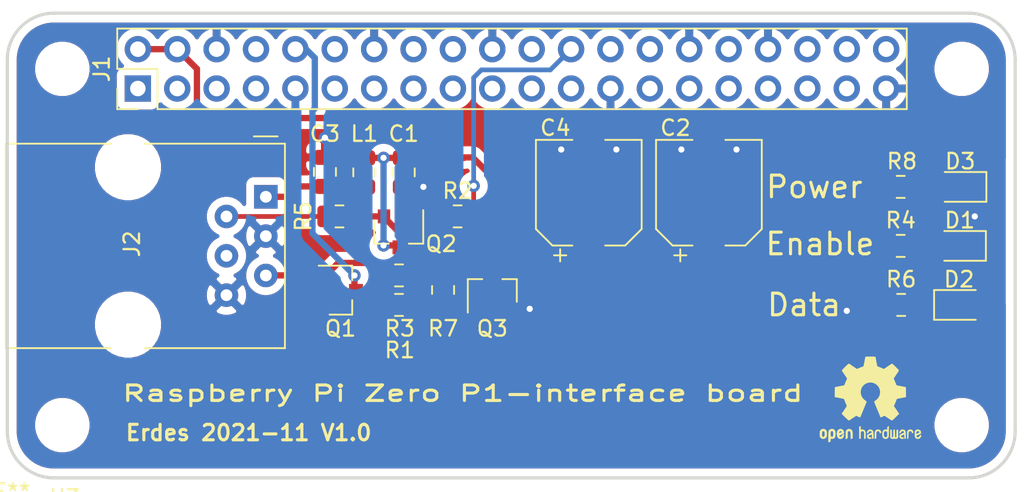
<source format=kicad_pcb>
(kicad_pcb (version 20171130) (host pcbnew 5.1.5+dfsg1-2build2)

  (general
    (thickness 1.6)
    (drawings 42)
    (tracks 116)
    (zones 0)
    (modules 27)
    (nets 44)
  )

  (page A4)
  (layers
    (0 F.Cu signal hide)
    (31 B.Cu signal)
    (32 B.Adhes user)
    (33 F.Adhes user)
    (34 B.Paste user)
    (35 F.Paste user)
    (36 B.SilkS user)
    (37 F.SilkS user)
    (38 B.Mask user)
    (39 F.Mask user)
    (40 Dwgs.User user)
    (41 Cmts.User user)
    (42 Eco1.User user)
    (43 Eco2.User user)
    (44 Edge.Cuts user)
    (45 Margin user)
    (46 B.CrtYd user)
    (47 F.CrtYd user)
    (48 B.Fab user)
    (49 F.Fab user)
  )

  (setup
    (last_trace_width 0.25)
    (user_trace_width 0.3048)
    (user_trace_width 0.4064)
    (trace_clearance 0.2)
    (zone_clearance 0.508)
    (zone_45_only no)
    (trace_min 0.2)
    (via_size 0.8)
    (via_drill 0.4)
    (via_min_size 0.4)
    (via_min_drill 0.3)
    (uvia_size 0.3)
    (uvia_drill 0.1)
    (uvias_allowed no)
    (uvia_min_size 0.2)
    (uvia_min_drill 0.1)
    (edge_width 0.05)
    (segment_width 0.2)
    (pcb_text_width 0.3)
    (pcb_text_size 1.5 1.5)
    (mod_edge_width 0.12)
    (mod_text_size 1 1)
    (mod_text_width 0.15)
    (pad_size 1.524 1.524)
    (pad_drill 0.762)
    (pad_to_mask_clearance 0.051)
    (solder_mask_min_width 0.25)
    (aux_axis_origin 0 0)
    (visible_elements FFFFFF7F)
    (pcbplotparams
      (layerselection 0x010ec_ffffffff)
      (usegerberextensions true)
      (usegerberattributes true)
      (usegerberadvancedattributes false)
      (creategerberjobfile false)
      (excludeedgelayer true)
      (linewidth 0.100000)
      (plotframeref false)
      (viasonmask false)
      (mode 1)
      (useauxorigin false)
      (hpglpennumber 1)
      (hpglpenspeed 20)
      (hpglpendiameter 15.000000)
      (psnegative false)
      (psa4output false)
      (plotreference true)
      (plotvalue true)
      (plotinvisibletext false)
      (padsonsilk false)
      (subtractmaskfromsilk true)
      (outputformat 1)
      (mirror false)
      (drillshape 0)
      (scaleselection 1)
      (outputdirectory ""))
  )

  (net 0 "")
  (net 1 +5V)
  (net 2 GND)
  (net 3 "Net-(C3-Pad1)")
  (net 4 "Net-(D1-Pad2)")
  (net 5 "Net-(J1-Pad1)")
  (net 6 "Net-(J1-Pad3)")
  (net 7 "Net-(J1-Pad5)")
  (net 8 "Net-(J1-Pad7)")
  (net 9 "Net-(J1-Pad8)")
  (net 10 RXD)
  (net 11 "Net-(J1-Pad11)")
  (net 12 "Net-(J1-Pad12)")
  (net 13 "Net-(J1-Pad13)")
  (net 14 "Net-(J1-Pad15)")
  (net 15 "Net-(J1-Pad16)")
  (net 16 "Net-(J1-Pad17)")
  (net 17 "Net-(J1-Pad18)")
  (net 18 "Net-(J1-Pad19)")
  (net 19 "Net-(J1-Pad21)")
  (net 20 "Net-(J1-Pad22)")
  (net 21 "Net-(J1-Pad23)")
  (net 22 ENABLE)
  (net 23 "Net-(J1-Pad26)")
  (net 24 "Net-(J1-Pad27)")
  (net 25 "Net-(J1-Pad28)")
  (net 26 "Net-(J1-Pad29)")
  (net 27 "Net-(J1-Pad31)")
  (net 28 "Net-(J1-Pad32)")
  (net 29 "Net-(J1-Pad33)")
  (net 30 "Net-(J1-Pad35)")
  (net 31 "Net-(J1-Pad36)")
  (net 32 "Net-(J1-Pad37)")
  (net 33 "Net-(J1-Pad38)")
  (net 34 "Net-(J1-Pad40)")
  (net 35 "Net-(J2-Pad5)")
  (net 36 "Net-(J2-Pad4)")
  (net 37 "Net-(J2-Pad2)")
  (net 38 "Net-(Q2-Pad2)")
  (net 39 "Net-(Q2-Pad1)")
  (net 40 "Net-(D2-Pad1)")
  (net 41 "Net-(D3-Pad2)")
  (net 42 "Net-(Q3-Pad1)")
  (net 43 "Net-(Q3-Pad3)")

  (net_class Default "This is the default net class."
    (clearance 0.2)
    (trace_width 0.25)
    (via_dia 0.8)
    (via_drill 0.4)
    (uvia_dia 0.3)
    (uvia_drill 0.1)
    (add_net +5V)
    (add_net ENABLE)
    (add_net GND)
    (add_net "Net-(C3-Pad1)")
    (add_net "Net-(D1-Pad2)")
    (add_net "Net-(D2-Pad1)")
    (add_net "Net-(D3-Pad2)")
    (add_net "Net-(J1-Pad1)")
    (add_net "Net-(J1-Pad11)")
    (add_net "Net-(J1-Pad12)")
    (add_net "Net-(J1-Pad13)")
    (add_net "Net-(J1-Pad15)")
    (add_net "Net-(J1-Pad16)")
    (add_net "Net-(J1-Pad17)")
    (add_net "Net-(J1-Pad18)")
    (add_net "Net-(J1-Pad19)")
    (add_net "Net-(J1-Pad21)")
    (add_net "Net-(J1-Pad22)")
    (add_net "Net-(J1-Pad23)")
    (add_net "Net-(J1-Pad26)")
    (add_net "Net-(J1-Pad27)")
    (add_net "Net-(J1-Pad28)")
    (add_net "Net-(J1-Pad29)")
    (add_net "Net-(J1-Pad3)")
    (add_net "Net-(J1-Pad31)")
    (add_net "Net-(J1-Pad32)")
    (add_net "Net-(J1-Pad33)")
    (add_net "Net-(J1-Pad35)")
    (add_net "Net-(J1-Pad36)")
    (add_net "Net-(J1-Pad37)")
    (add_net "Net-(J1-Pad38)")
    (add_net "Net-(J1-Pad40)")
    (add_net "Net-(J1-Pad5)")
    (add_net "Net-(J1-Pad7)")
    (add_net "Net-(J1-Pad8)")
    (add_net "Net-(J2-Pad2)")
    (add_net "Net-(J2-Pad4)")
    (add_net "Net-(J2-Pad5)")
    (add_net "Net-(Q2-Pad1)")
    (add_net "Net-(Q2-Pad2)")
    (add_net "Net-(Q3-Pad1)")
    (add_net "Net-(Q3-Pad3)")
    (add_net RXD)
  )

  (module rpi-han-interface:raspberry-pi-zero-outline (layer F.Cu) (tedit 61912BF1) (tstamp 61916E9F)
    (at 110.3122 125.222)
    (fp_text reference REF** (at 0 0.5) (layer F.SilkS)
      (effects (font (size 1 1) (thickness 0.15)))
    )
    (fp_text value raspberry-pi-zero-outline (at 0 -0.5) (layer F.Fab)
      (effects (font (size 1 1) (thickness 0.15)))
    )
    (fp_curve (pts (xy 0.64868 -27.39132) (xy 0.64868 -27.39132) (xy 0.64868 -27.39132) (xy 0.64868 -27.39132)) (layer Edge.Cuts) (width 0.2))
    (fp_line (start 0.64868 -3.39132) (end 0.64868 -3.39132) (layer Edge.Cuts) (width 0.2))
    (fp_line (start 65.64868 -27.39132) (end 65.64868 -27.39132) (layer Edge.Cuts) (width 0.2))
    (fp_line (start 65.64868 -27.39132) (end 65.64868 -27.39132) (layer Edge.Cuts) (width 0.2))
    (fp_line (start 0.64868 -3.39132) (end 0.64868 -3.39132) (layer Edge.Cuts) (width 0.2))
    (fp_curve (pts (xy 0.64868 -3.39132) (xy 0.64868 -3.39132) (xy 0.64868 -3.39132) (xy 0.64868 -3.39132)) (layer Edge.Cuts) (width 0.2))
    (fp_curve (pts (xy 65.64868 -3.39132) (xy 65.64868 -3.39132) (xy 65.64868 -3.39132) (xy 65.64868 -3.39132)) (layer Edge.Cuts) (width 0.2))
    (fp_line (start 0.64868 -27.39132) (end 0.64868 -27.39132) (layer Edge.Cuts) (width 0.2))
    (fp_line (start 0.64868 -3.39132) (end 0.64868 -27.39132) (layer Edge.Cuts) (width 0.2))
    (fp_curve (pts (xy 3.64868 -0.39132) (xy 1.991826 -0.39132) (xy 0.64868 -1.734466) (xy 0.64868 -3.39132)) (layer Edge.Cuts) (width 0.2))
    (fp_line (start 3.64868 -30.39132) (end 3.64868 -30.39132) (layer Edge.Cuts) (width 0.2))
    (fp_line (start 3.64868 -30.39132) (end 3.64868 -30.39132) (layer Edge.Cuts) (width 0.2))
    (fp_line (start 65.64868 -27.39132) (end 65.64868 -27.39132) (layer Edge.Cuts) (width 0.2))
    (fp_line (start 65.64868 -27.39132) (end 65.64868 -27.39132) (layer Edge.Cuts) (width 0.2))
    (fp_line (start 0.64868 -27.39132) (end 0.64868 -27.39132) (layer Edge.Cuts) (width 0.2))
    (fp_line (start 62.64868 -30.39132) (end 62.64868 -30.39132) (layer Edge.Cuts) (width 0.2))
    (fp_line (start 62.64868 -0.39132) (end 62.64868 -0.39132) (layer Edge.Cuts) (width 0.2))
    (fp_line (start 3.64868 -0.39132) (end 3.64868 -0.39132) (layer Edge.Cuts) (width 0.2))
    (fp_curve (pts (xy 62.64868 -30.39132) (xy 62.64868 -30.39132) (xy 62.64868 -30.39132) (xy 62.64868 -30.39132)) (layer Edge.Cuts) (width 0.2))
    (fp_line (start 3.64868 -0.39132) (end 3.64868 -0.39132) (layer Edge.Cuts) (width 0.2))
    (fp_line (start 3.64868 -0.39132) (end 3.64868 -0.39132) (layer Edge.Cuts) (width 0.2))
    (fp_line (start 3.64868 -0.39132) (end 3.64868 -0.39132) (layer Edge.Cuts) (width 0.2))
    (fp_curve (pts (xy 3.64868 -30.39132) (xy 1.991826 -30.39132) (xy 0.64868 -29.048174) (xy 0.64868 -27.39132)) (layer Edge.Cuts) (width 0.2))
    (fp_line (start 65.64868 -3.39132) (end 65.64868 -3.39132) (layer Edge.Cuts) (width 0.2))
    (fp_line (start 62.64868 -0.39132) (end 62.64868 -0.39132) (layer Edge.Cuts) (width 0.2))
    (fp_curve (pts (xy 62.64868 -0.39132) (xy 63.444329 -0.39132) (xy 64.20739 -0.707391) (xy 64.77 -1.27)) (layer Edge.Cuts) (width 0.2))
    (fp_curve (pts (xy 64.77 -29.51264) (xy 64.20739 -30.075249) (xy 63.444329 -30.39132) (xy 62.64868 -30.39132)) (layer Edge.Cuts) (width 0.2))
    (fp_curve (pts (xy 65.64868 -27.39132) (xy 65.64868 -28.186969) (xy 65.332609 -28.950031) (xy 64.77 -29.51264)) (layer Edge.Cuts) (width 0.2))
    (fp_line (start 62.64868 -0.39132) (end 62.64868 -0.39132) (layer Edge.Cuts) (width 0.2))
    (fp_line (start 3.64868 -30.39132) (end 3.64868 -30.39132) (layer Edge.Cuts) (width 0.2))
    (fp_line (start 3.64868 -30.39132) (end 3.64868 -30.39132) (layer Edge.Cuts) (width 0.2))
    (fp_line (start 62.64868 -30.39132) (end 3.64868 -30.39132) (layer Edge.Cuts) (width 0.2))
    (fp_line (start 62.64868 -0.39132) (end 3.64868 -0.39132) (layer Edge.Cuts) (width 0.2))
    (fp_line (start 65.64868 -27.39132) (end 65.64868 -3.39132) (layer Edge.Cuts) (width 0.2))
    (fp_line (start 62.64868 -0.39132) (end 62.64868 -0.39132) (layer Edge.Cuts) (width 0.2))
    (fp_curve (pts (xy 64.77 -1.27) (xy 65.332609 -1.832609) (xy 65.64868 -2.595671) (xy 65.64868 -3.39132)) (layer Edge.Cuts) (width 0.2))
  )

  (module Symbol:OSHW-Logo2_7.3x6mm_SilkScreen (layer F.Cu) (tedit 0) (tstamp 6191E439)
    (at 166.624 119.761)
    (descr "Open Source Hardware Symbol")
    (tags "Logo Symbol OSHW")
    (attr virtual)
    (fp_text reference REF** (at 0 0) (layer F.SilkS) hide
      (effects (font (size 1 1) (thickness 0.15)))
    )
    (fp_text value OSHW-Logo2_7.3x6mm_SilkScreen (at 0.75 0) (layer F.Fab) hide
      (effects (font (size 1 1) (thickness 0.15)))
    )
    (fp_poly (pts (xy 0.10391 -2.757652) (xy 0.182454 -2.757222) (xy 0.239298 -2.756058) (xy 0.278105 -2.753793)
      (xy 0.302538 -2.75006) (xy 0.316262 -2.744494) (xy 0.32294 -2.736727) (xy 0.326236 -2.726395)
      (xy 0.326556 -2.725057) (xy 0.331562 -2.700921) (xy 0.340829 -2.653299) (xy 0.353392 -2.587259)
      (xy 0.368287 -2.507872) (xy 0.384551 -2.420204) (xy 0.385119 -2.417125) (xy 0.40141 -2.331211)
      (xy 0.416652 -2.255304) (xy 0.429861 -2.193955) (xy 0.440054 -2.151718) (xy 0.446248 -2.133145)
      (xy 0.446543 -2.132816) (xy 0.464788 -2.123747) (xy 0.502405 -2.108633) (xy 0.551271 -2.090738)
      (xy 0.551543 -2.090642) (xy 0.613093 -2.067507) (xy 0.685657 -2.038035) (xy 0.754057 -2.008403)
      (xy 0.757294 -2.006938) (xy 0.868702 -1.956374) (xy 1.115399 -2.12484) (xy 1.191077 -2.176197)
      (xy 1.259631 -2.222111) (xy 1.317088 -2.25997) (xy 1.359476 -2.287163) (xy 1.382825 -2.301079)
      (xy 1.385042 -2.302111) (xy 1.40201 -2.297516) (xy 1.433701 -2.275345) (xy 1.481352 -2.234553)
      (xy 1.546198 -2.174095) (xy 1.612397 -2.109773) (xy 1.676214 -2.046388) (xy 1.733329 -1.988549)
      (xy 1.780305 -1.939825) (xy 1.813703 -1.90379) (xy 1.830085 -1.884016) (xy 1.830694 -1.882998)
      (xy 1.832505 -1.869428) (xy 1.825683 -1.847267) (xy 1.80854 -1.813522) (xy 1.779393 -1.7652)
      (xy 1.736555 -1.699308) (xy 1.679448 -1.614483) (xy 1.628766 -1.539823) (xy 1.583461 -1.47286)
      (xy 1.54615 -1.417484) (xy 1.519452 -1.37758) (xy 1.505985 -1.357038) (xy 1.505137 -1.355644)
      (xy 1.506781 -1.335962) (xy 1.519245 -1.297707) (xy 1.540048 -1.248111) (xy 1.547462 -1.232272)
      (xy 1.579814 -1.16171) (xy 1.614328 -1.081647) (xy 1.642365 -1.012371) (xy 1.662568 -0.960955)
      (xy 1.678615 -0.921881) (xy 1.687888 -0.901459) (xy 1.689041 -0.899886) (xy 1.706096 -0.897279)
      (xy 1.746298 -0.890137) (xy 1.804302 -0.879477) (xy 1.874763 -0.866315) (xy 1.952335 -0.851667)
      (xy 2.031672 -0.836551) (xy 2.107431 -0.821982) (xy 2.174264 -0.808978) (xy 2.226828 -0.798555)
      (xy 2.259776 -0.79173) (xy 2.267857 -0.789801) (xy 2.276205 -0.785038) (xy 2.282506 -0.774282)
      (xy 2.287045 -0.753902) (xy 2.290104 -0.720266) (xy 2.291967 -0.669745) (xy 2.292918 -0.598708)
      (xy 2.29324 -0.503524) (xy 2.293257 -0.464508) (xy 2.293257 -0.147201) (xy 2.217057 -0.132161)
      (xy 2.174663 -0.124005) (xy 2.1114 -0.112101) (xy 2.034962 -0.097884) (xy 1.953043 -0.08279)
      (xy 1.9304 -0.078645) (xy 1.854806 -0.063947) (xy 1.788953 -0.049495) (xy 1.738366 -0.036625)
      (xy 1.708574 -0.026678) (xy 1.703612 -0.023713) (xy 1.691426 -0.002717) (xy 1.673953 0.037967)
      (xy 1.654577 0.090322) (xy 1.650734 0.1016) (xy 1.625339 0.171523) (xy 1.593817 0.250418)
      (xy 1.562969 0.321266) (xy 1.562817 0.321595) (xy 1.511447 0.432733) (xy 1.680399 0.681253)
      (xy 1.849352 0.929772) (xy 1.632429 1.147058) (xy 1.566819 1.211726) (xy 1.506979 1.268733)
      (xy 1.456267 1.315033) (xy 1.418046 1.347584) (xy 1.395675 1.363343) (xy 1.392466 1.364343)
      (xy 1.373626 1.356469) (xy 1.33518 1.334578) (xy 1.28133 1.301267) (xy 1.216276 1.259131)
      (xy 1.14594 1.211943) (xy 1.074555 1.16381) (xy 1.010908 1.121928) (xy 0.959041 1.088871)
      (xy 0.922995 1.067218) (xy 0.906867 1.059543) (xy 0.887189 1.066037) (xy 0.849875 1.08315)
      (xy 0.802621 1.107326) (xy 0.797612 1.110013) (xy 0.733977 1.141927) (xy 0.690341 1.157579)
      (xy 0.663202 1.157745) (xy 0.649057 1.143204) (xy 0.648975 1.143) (xy 0.641905 1.125779)
      (xy 0.625042 1.084899) (xy 0.599695 1.023525) (xy 0.567171 0.944819) (xy 0.528778 0.851947)
      (xy 0.485822 0.748072) (xy 0.444222 0.647502) (xy 0.398504 0.536516) (xy 0.356526 0.433703)
      (xy 0.319548 0.342215) (xy 0.288827 0.265201) (xy 0.265622 0.205815) (xy 0.25119 0.167209)
      (xy 0.246743 0.1528) (xy 0.257896 0.136272) (xy 0.287069 0.10993) (xy 0.325971 0.080887)
      (xy 0.436757 -0.010961) (xy 0.523351 -0.116241) (xy 0.584716 -0.232734) (xy 0.619815 -0.358224)
      (xy 0.627608 -0.490493) (xy 0.621943 -0.551543) (xy 0.591078 -0.678205) (xy 0.53792 -0.790059)
      (xy 0.465767 -0.885999) (xy 0.377917 -0.964924) (xy 0.277665 -1.02573) (xy 0.16831 -1.067313)
      (xy 0.053147 -1.088572) (xy -0.064525 -1.088401) (xy -0.18141 -1.065699) (xy -0.294211 -1.019362)
      (xy -0.399631 -0.948287) (xy -0.443632 -0.908089) (xy -0.528021 -0.804871) (xy -0.586778 -0.692075)
      (xy -0.620296 -0.57299) (xy -0.628965 -0.450905) (xy -0.613177 -0.329107) (xy -0.573322 -0.210884)
      (xy -0.509793 -0.099525) (xy -0.422979 0.001684) (xy -0.325971 0.080887) (xy -0.285563 0.111162)
      (xy -0.257018 0.137219) (xy -0.246743 0.152825) (xy -0.252123 0.169843) (xy -0.267425 0.2105)
      (xy -0.291388 0.271642) (xy -0.322756 0.350119) (xy -0.360268 0.44278) (xy -0.402667 0.546472)
      (xy -0.444337 0.647526) (xy -0.49031 0.758607) (xy -0.532893 0.861541) (xy -0.570779 0.953165)
      (xy -0.60266 1.030316) (xy -0.627229 1.089831) (xy -0.64318 1.128544) (xy -0.64909 1.143)
      (xy -0.663052 1.157685) (xy -0.69006 1.157642) (xy -0.733587 1.142099) (xy -0.79711 1.110284)
      (xy -0.797612 1.110013) (xy -0.84544 1.085323) (xy -0.884103 1.067338) (xy -0.905905 1.059614)
      (xy -0.906867 1.059543) (xy -0.923279 1.067378) (xy -0.959513 1.089165) (xy -1.011526 1.122328)
      (xy -1.075275 1.164291) (xy -1.14594 1.211943) (xy -1.217884 1.260191) (xy -1.282726 1.302151)
      (xy -1.336265 1.335227) (xy -1.374303 1.356821) (xy -1.392467 1.364343) (xy -1.409192 1.354457)
      (xy -1.44282 1.326826) (xy -1.48999 1.284495) (xy -1.547342 1.230505) (xy -1.611516 1.167899)
      (xy -1.632503 1.146983) (xy -1.849501 0.929623) (xy -1.684332 0.68722) (xy -1.634136 0.612781)
      (xy -1.590081 0.545972) (xy -1.554638 0.490665) (xy -1.530281 0.450729) (xy -1.519478 0.430036)
      (xy -1.519162 0.428563) (xy -1.524857 0.409058) (xy -1.540174 0.369822) (xy -1.562463 0.31743)
      (xy -1.578107 0.282355) (xy -1.607359 0.215201) (xy -1.634906 0.147358) (xy -1.656263 0.090034)
      (xy -1.662065 0.072572) (xy -1.678548 0.025938) (xy -1.69466 -0.010095) (xy -1.70351 -0.023713)
      (xy -1.72304 -0.032048) (xy -1.765666 -0.043863) (xy -1.825855 -0.057819) (xy -1.898078 -0.072578)
      (xy -1.9304 -0.078645) (xy -2.012478 -0.093727) (xy -2.091205 -0.108331) (xy -2.158891 -0.12102)
      (xy -2.20784 -0.130358) (xy -2.217057 -0.132161) (xy -2.293257 -0.147201) (xy -2.293257 -0.464508)
      (xy -2.293086 -0.568846) (xy -2.292384 -0.647787) (xy -2.290866 -0.704962) (xy -2.288251 -0.744001)
      (xy -2.284254 -0.768535) (xy -2.278591 -0.782195) (xy -2.27098 -0.788611) (xy -2.267857 -0.789801)
      (xy -2.249022 -0.79402) (xy -2.207412 -0.802438) (xy -2.14837 -0.814039) (xy -2.077243 -0.827805)
      (xy -1.999375 -0.84272) (xy -1.920113 -0.857768) (xy -1.844802 -0.871931) (xy -1.778787 -0.884194)
      (xy -1.727413 -0.893539) (xy -1.696025 -0.89895) (xy -1.689041 -0.899886) (xy -1.682715 -0.912404)
      (xy -1.66871 -0.945754) (xy -1.649645 -0.993623) (xy -1.642366 -1.012371) (xy -1.613004 -1.084805)
      (xy -1.578429 -1.16483) (xy -1.547463 -1.232272) (xy -1.524677 -1.283841) (xy -1.509518 -1.326215)
      (xy -1.504458 -1.352166) (xy -1.505264 -1.355644) (xy -1.515959 -1.372064) (xy -1.54038 -1.408583)
      (xy -1.575905 -1.461313) (xy -1.619913 -1.526365) (xy -1.669783 -1.599849) (xy -1.679644 -1.614355)
      (xy -1.737508 -1.700296) (xy -1.780044 -1.765739) (xy -1.808946 -1.813696) (xy -1.82591 -1.84718)
      (xy -1.832633 -1.869205) (xy -1.83081 -1.882783) (xy -1.830764 -1.882869) (xy -1.816414 -1.900703)
      (xy -1.784677 -1.935183) (xy -1.73899 -1.982732) (xy -1.682796 -2.039778) (xy -1.619532 -2.102745)
      (xy -1.612398 -2.109773) (xy -1.53267 -2.18698) (xy -1.471143 -2.24367) (xy -1.426579 -2.28089)
      (xy -1.397743 -2.299685) (xy -1.385042 -2.302111) (xy -1.366506 -2.291529) (xy -1.328039 -2.267084)
      (xy -1.273614 -2.231388) (xy -1.207202 -2.187053) (xy -1.132775 -2.136689) (xy -1.115399 -2.12484)
      (xy -0.868703 -1.956374) (xy -0.757294 -2.006938) (xy -0.689543 -2.036405) (xy -0.616817 -2.066041)
      (xy -0.554297 -2.08967) (xy -0.551543 -2.090642) (xy -0.50264 -2.108543) (xy -0.464943 -2.12368)
      (xy -0.446575 -2.13279) (xy -0.446544 -2.132816) (xy -0.440715 -2.149283) (xy -0.430808 -2.189781)
      (xy -0.417805 -2.249758) (xy -0.402691 -2.32466) (xy -0.386448 -2.409936) (xy -0.385119 -2.417125)
      (xy -0.368825 -2.504986) (xy -0.353867 -2.58474) (xy -0.341209 -2.651319) (xy -0.331814 -2.699653)
      (xy -0.326646 -2.724675) (xy -0.326556 -2.725057) (xy -0.323411 -2.735701) (xy -0.317296 -2.743738)
      (xy -0.304547 -2.749533) (xy -0.2815 -2.753453) (xy -0.244491 -2.755865) (xy -0.189856 -2.757135)
      (xy -0.113933 -2.757629) (xy -0.013056 -2.757714) (xy 0 -2.757714) (xy 0.10391 -2.757652)) (layer F.SilkS) (width 0.01))
    (fp_poly (pts (xy 3.153595 1.966966) (xy 3.211021 2.004497) (xy 3.238719 2.038096) (xy 3.260662 2.099064)
      (xy 3.262405 2.147308) (xy 3.258457 2.211816) (xy 3.109686 2.276934) (xy 3.037349 2.310202)
      (xy 2.990084 2.336964) (xy 2.965507 2.360144) (xy 2.961237 2.382667) (xy 2.974889 2.407455)
      (xy 2.989943 2.423886) (xy 3.033746 2.450235) (xy 3.081389 2.452081) (xy 3.125145 2.431546)
      (xy 3.157289 2.390752) (xy 3.163038 2.376347) (xy 3.190576 2.331356) (xy 3.222258 2.312182)
      (xy 3.265714 2.295779) (xy 3.265714 2.357966) (xy 3.261872 2.400283) (xy 3.246823 2.435969)
      (xy 3.21528 2.476943) (xy 3.210592 2.482267) (xy 3.175506 2.51872) (xy 3.145347 2.538283)
      (xy 3.107615 2.547283) (xy 3.076335 2.55023) (xy 3.020385 2.550965) (xy 2.980555 2.54166)
      (xy 2.955708 2.527846) (xy 2.916656 2.497467) (xy 2.889625 2.464613) (xy 2.872517 2.423294)
      (xy 2.863238 2.367521) (xy 2.859693 2.291305) (xy 2.85941 2.252622) (xy 2.860372 2.206247)
      (xy 2.948007 2.206247) (xy 2.949023 2.231126) (xy 2.951556 2.2352) (xy 2.968274 2.229665)
      (xy 3.004249 2.215017) (xy 3.052331 2.19419) (xy 3.062386 2.189714) (xy 3.123152 2.158814)
      (xy 3.156632 2.131657) (xy 3.16399 2.10622) (xy 3.146391 2.080481) (xy 3.131856 2.069109)
      (xy 3.07941 2.046364) (xy 3.030322 2.050122) (xy 2.989227 2.077884) (xy 2.960758 2.127152)
      (xy 2.951631 2.166257) (xy 2.948007 2.206247) (xy 2.860372 2.206247) (xy 2.861285 2.162249)
      (xy 2.868196 2.095384) (xy 2.881884 2.046695) (xy 2.904096 2.010849) (xy 2.936574 1.982513)
      (xy 2.950733 1.973355) (xy 3.015053 1.949507) (xy 3.085473 1.948006) (xy 3.153595 1.966966)) (layer F.SilkS) (width 0.01))
    (fp_poly (pts (xy 2.6526 1.958752) (xy 2.669948 1.966334) (xy 2.711356 1.999128) (xy 2.746765 2.046547)
      (xy 2.768664 2.097151) (xy 2.772229 2.122098) (xy 2.760279 2.156927) (xy 2.734067 2.175357)
      (xy 2.705964 2.186516) (xy 2.693095 2.188572) (xy 2.686829 2.173649) (xy 2.674456 2.141175)
      (xy 2.669028 2.126502) (xy 2.63859 2.075744) (xy 2.59452 2.050427) (xy 2.53801 2.051206)
      (xy 2.533825 2.052203) (xy 2.503655 2.066507) (xy 2.481476 2.094393) (xy 2.466327 2.139287)
      (xy 2.45725 2.204615) (xy 2.453286 2.293804) (xy 2.452914 2.341261) (xy 2.45273 2.416071)
      (xy 2.451522 2.467069) (xy 2.448309 2.499471) (xy 2.442109 2.518495) (xy 2.43194 2.529356)
      (xy 2.416819 2.537272) (xy 2.415946 2.53767) (xy 2.386828 2.549981) (xy 2.372403 2.554514)
      (xy 2.370186 2.540809) (xy 2.368289 2.502925) (xy 2.366847 2.445715) (xy 2.365998 2.374027)
      (xy 2.365829 2.321565) (xy 2.366692 2.220047) (xy 2.37007 2.143032) (xy 2.377142 2.086023)
      (xy 2.389088 2.044526) (xy 2.40709 2.014043) (xy 2.432327 1.99008) (xy 2.457247 1.973355)
      (xy 2.517171 1.951097) (xy 2.586911 1.946076) (xy 2.6526 1.958752)) (layer F.SilkS) (width 0.01))
    (fp_poly (pts (xy 2.144876 1.956335) (xy 2.186667 1.975344) (xy 2.219469 1.998378) (xy 2.243503 2.024133)
      (xy 2.260097 2.057358) (xy 2.270577 2.1028) (xy 2.276271 2.165207) (xy 2.278507 2.249327)
      (xy 2.278743 2.304721) (xy 2.278743 2.520826) (xy 2.241774 2.53767) (xy 2.212656 2.549981)
      (xy 2.198231 2.554514) (xy 2.195472 2.541025) (xy 2.193282 2.504653) (xy 2.191942 2.451542)
      (xy 2.191657 2.409372) (xy 2.190434 2.348447) (xy 2.187136 2.300115) (xy 2.182321 2.270518)
      (xy 2.178496 2.264229) (xy 2.152783 2.270652) (xy 2.112418 2.287125) (xy 2.065679 2.309458)
      (xy 2.020845 2.333457) (xy 1.986193 2.35493) (xy 1.970002 2.369685) (xy 1.969938 2.369845)
      (xy 1.97133 2.397152) (xy 1.983818 2.423219) (xy 2.005743 2.444392) (xy 2.037743 2.451474)
      (xy 2.065092 2.450649) (xy 2.103826 2.450042) (xy 2.124158 2.459116) (xy 2.136369 2.483092)
      (xy 2.137909 2.487613) (xy 2.143203 2.521806) (xy 2.129047 2.542568) (xy 2.092148 2.552462)
      (xy 2.052289 2.554292) (xy 1.980562 2.540727) (xy 1.943432 2.521355) (xy 1.897576 2.475845)
      (xy 1.873256 2.419983) (xy 1.871073 2.360957) (xy 1.891629 2.305953) (xy 1.922549 2.271486)
      (xy 1.95342 2.252189) (xy 2.001942 2.227759) (xy 2.058485 2.202985) (xy 2.06791 2.199199)
      (xy 2.130019 2.171791) (xy 2.165822 2.147634) (xy 2.177337 2.123619) (xy 2.16658 2.096635)
      (xy 2.148114 2.075543) (xy 2.104469 2.049572) (xy 2.056446 2.047624) (xy 2.012406 2.067637)
      (xy 1.980709 2.107551) (xy 1.976549 2.117848) (xy 1.952327 2.155724) (xy 1.916965 2.183842)
      (xy 1.872343 2.206917) (xy 1.872343 2.141485) (xy 1.874969 2.101506) (xy 1.88623 2.069997)
      (xy 1.911199 2.036378) (xy 1.935169 2.010484) (xy 1.972441 1.973817) (xy 2.001401 1.954121)
      (xy 2.032505 1.94622) (xy 2.067713 1.944914) (xy 2.144876 1.956335)) (layer F.SilkS) (width 0.01))
    (fp_poly (pts (xy 1.779833 1.958663) (xy 1.782048 1.99685) (xy 1.783784 2.054886) (xy 1.784899 2.12818)
      (xy 1.785257 2.205055) (xy 1.785257 2.465196) (xy 1.739326 2.511127) (xy 1.707675 2.539429)
      (xy 1.67989 2.550893) (xy 1.641915 2.550168) (xy 1.62684 2.548321) (xy 1.579726 2.542948)
      (xy 1.540756 2.539869) (xy 1.531257 2.539585) (xy 1.499233 2.541445) (xy 1.453432 2.546114)
      (xy 1.435674 2.548321) (xy 1.392057 2.551735) (xy 1.362745 2.54432) (xy 1.33368 2.521427)
      (xy 1.323188 2.511127) (xy 1.277257 2.465196) (xy 1.277257 1.978602) (xy 1.314226 1.961758)
      (xy 1.346059 1.949282) (xy 1.364683 1.944914) (xy 1.369458 1.958718) (xy 1.373921 1.997286)
      (xy 1.377775 2.056356) (xy 1.380722 2.131663) (xy 1.382143 2.195286) (xy 1.386114 2.445657)
      (xy 1.420759 2.450556) (xy 1.452268 2.447131) (xy 1.467708 2.436041) (xy 1.472023 2.415308)
      (xy 1.475708 2.371145) (xy 1.478469 2.309146) (xy 1.480012 2.234909) (xy 1.480235 2.196706)
      (xy 1.480457 1.976783) (xy 1.526166 1.960849) (xy 1.558518 1.950015) (xy 1.576115 1.944962)
      (xy 1.576623 1.944914) (xy 1.578388 1.958648) (xy 1.580329 1.99673) (xy 1.582282 2.054482)
      (xy 1.584084 2.127227) (xy 1.585343 2.195286) (xy 1.589314 2.445657) (xy 1.6764 2.445657)
      (xy 1.680396 2.21724) (xy 1.684392 1.988822) (xy 1.726847 1.966868) (xy 1.758192 1.951793)
      (xy 1.776744 1.944951) (xy 1.777279 1.944914) (xy 1.779833 1.958663)) (layer F.SilkS) (width 0.01))
    (fp_poly (pts (xy 1.190117 2.065358) (xy 1.189933 2.173837) (xy 1.189219 2.257287) (xy 1.187675 2.319704)
      (xy 1.185001 2.365085) (xy 1.180894 2.397429) (xy 1.175055 2.420733) (xy 1.167182 2.438995)
      (xy 1.161221 2.449418) (xy 1.111855 2.505945) (xy 1.049264 2.541377) (xy 0.980013 2.55409)
      (xy 0.910668 2.542463) (xy 0.869375 2.521568) (xy 0.826025 2.485422) (xy 0.796481 2.441276)
      (xy 0.778655 2.383462) (xy 0.770463 2.306313) (xy 0.769302 2.249714) (xy 0.769458 2.245647)
      (xy 0.870857 2.245647) (xy 0.871476 2.31055) (xy 0.874314 2.353514) (xy 0.88084 2.381622)
      (xy 0.892523 2.401953) (xy 0.906483 2.417288) (xy 0.953365 2.44689) (xy 1.003701 2.449419)
      (xy 1.051276 2.424705) (xy 1.054979 2.421356) (xy 1.070783 2.403935) (xy 1.080693 2.383209)
      (xy 1.086058 2.352362) (xy 1.088228 2.304577) (xy 1.088571 2.251748) (xy 1.087827 2.185381)
      (xy 1.084748 2.141106) (xy 1.078061 2.112009) (xy 1.066496 2.091173) (xy 1.057013 2.080107)
      (xy 1.01296 2.052198) (xy 0.962224 2.048843) (xy 0.913796 2.070159) (xy 0.90445 2.078073)
      (xy 0.88854 2.095647) (xy 0.87861 2.116587) (xy 0.873278 2.147782) (xy 0.871163 2.196122)
      (xy 0.870857 2.245647) (xy 0.769458 2.245647) (xy 0.77281 2.158568) (xy 0.784726 2.090086)
      (xy 0.807135 2.0386) (xy 0.842124 1.998443) (xy 0.869375 1.977861) (xy 0.918907 1.955625)
      (xy 0.976316 1.945304) (xy 1.029682 1.948067) (xy 1.059543 1.959212) (xy 1.071261 1.962383)
      (xy 1.079037 1.950557) (xy 1.084465 1.918866) (xy 1.088571 1.870593) (xy 1.093067 1.816829)
      (xy 1.099313 1.784482) (xy 1.110676 1.765985) (xy 1.130528 1.75377) (xy 1.143 1.748362)
      (xy 1.190171 1.728601) (xy 1.190117 2.065358)) (layer F.SilkS) (width 0.01))
    (fp_poly (pts (xy 0.529926 1.949755) (xy 0.595858 1.974084) (xy 0.649273 2.017117) (xy 0.670164 2.047409)
      (xy 0.692939 2.102994) (xy 0.692466 2.143186) (xy 0.668562 2.170217) (xy 0.659717 2.174813)
      (xy 0.62153 2.189144) (xy 0.602028 2.185472) (xy 0.595422 2.161407) (xy 0.595086 2.148114)
      (xy 0.582992 2.09921) (xy 0.551471 2.064999) (xy 0.507659 2.048476) (xy 0.458695 2.052634)
      (xy 0.418894 2.074227) (xy 0.40545 2.086544) (xy 0.395921 2.101487) (xy 0.389485 2.124075)
      (xy 0.385317 2.159328) (xy 0.382597 2.212266) (xy 0.380502 2.287907) (xy 0.37996 2.311857)
      (xy 0.377981 2.39379) (xy 0.375731 2.451455) (xy 0.372357 2.489608) (xy 0.367006 2.513004)
      (xy 0.358824 2.526398) (xy 0.346959 2.534545) (xy 0.339362 2.538144) (xy 0.307102 2.550452)
      (xy 0.288111 2.554514) (xy 0.281836 2.540948) (xy 0.278006 2.499934) (xy 0.2766 2.430999)
      (xy 0.277598 2.333669) (xy 0.277908 2.318657) (xy 0.280101 2.229859) (xy 0.282693 2.165019)
      (xy 0.286382 2.119067) (xy 0.291864 2.086935) (xy 0.299835 2.063553) (xy 0.310993 2.043852)
      (xy 0.31683 2.03541) (xy 0.350296 1.998057) (xy 0.387727 1.969003) (xy 0.392309 1.966467)
      (xy 0.459426 1.946443) (xy 0.529926 1.949755)) (layer F.SilkS) (width 0.01))
    (fp_poly (pts (xy 0.039744 1.950968) (xy 0.096616 1.972087) (xy 0.097267 1.972493) (xy 0.13244 1.99838)
      (xy 0.158407 2.028633) (xy 0.17667 2.068058) (xy 0.188732 2.121462) (xy 0.196096 2.193651)
      (xy 0.200264 2.289432) (xy 0.200629 2.303078) (xy 0.205876 2.508842) (xy 0.161716 2.531678)
      (xy 0.129763 2.54711) (xy 0.11047 2.554423) (xy 0.109578 2.554514) (xy 0.106239 2.541022)
      (xy 0.103587 2.504626) (xy 0.101956 2.451452) (xy 0.1016 2.408393) (xy 0.101592 2.338641)
      (xy 0.098403 2.294837) (xy 0.087288 2.273944) (xy 0.063501 2.272925) (xy 0.022296 2.288741)
      (xy -0.039914 2.317815) (xy -0.085659 2.341963) (xy -0.109187 2.362913) (xy -0.116104 2.385747)
      (xy -0.116114 2.386877) (xy -0.104701 2.426212) (xy -0.070908 2.447462) (xy -0.019191 2.450539)
      (xy 0.018061 2.450006) (xy 0.037703 2.460735) (xy 0.049952 2.486505) (xy 0.057002 2.519337)
      (xy 0.046842 2.537966) (xy 0.043017 2.540632) (xy 0.007001 2.55134) (xy -0.043434 2.552856)
      (xy -0.095374 2.545759) (xy -0.132178 2.532788) (xy -0.183062 2.489585) (xy -0.211986 2.429446)
      (xy -0.217714 2.382462) (xy -0.213343 2.340082) (xy -0.197525 2.305488) (xy -0.166203 2.274763)
      (xy -0.115322 2.24399) (xy -0.040824 2.209252) (xy -0.036286 2.207288) (xy 0.030821 2.176287)
      (xy 0.072232 2.150862) (xy 0.089981 2.128014) (xy 0.086107 2.104745) (xy 0.062643 2.078056)
      (xy 0.055627 2.071914) (xy 0.00863 2.0481) (xy -0.040067 2.049103) (xy -0.082478 2.072451)
      (xy -0.110616 2.115675) (xy -0.113231 2.12416) (xy -0.138692 2.165308) (xy -0.170999 2.185128)
      (xy -0.217714 2.20477) (xy -0.217714 2.15395) (xy -0.203504 2.080082) (xy -0.161325 2.012327)
      (xy -0.139376 1.989661) (xy -0.089483 1.960569) (xy -0.026033 1.9474) (xy 0.039744 1.950968)) (layer F.SilkS) (width 0.01))
    (fp_poly (pts (xy -0.624114 1.851289) (xy -0.619861 1.910613) (xy -0.614975 1.945572) (xy -0.608205 1.96082)
      (xy -0.598298 1.961015) (xy -0.595086 1.959195) (xy -0.552356 1.946015) (xy -0.496773 1.946785)
      (xy -0.440263 1.960333) (xy -0.404918 1.977861) (xy -0.368679 2.005861) (xy -0.342187 2.037549)
      (xy -0.324001 2.077813) (xy -0.312678 2.131543) (xy -0.306778 2.203626) (xy -0.304857 2.298951)
      (xy -0.304823 2.317237) (xy -0.3048 2.522646) (xy -0.350509 2.53858) (xy -0.382973 2.54942)
      (xy -0.400785 2.554468) (xy -0.401309 2.554514) (xy -0.403063 2.540828) (xy -0.404556 2.503076)
      (xy -0.405674 2.446224) (xy -0.406303 2.375234) (xy -0.4064 2.332073) (xy -0.406602 2.246973)
      (xy -0.407642 2.185981) (xy -0.410169 2.144177) (xy -0.414836 2.116642) (xy -0.422293 2.098456)
      (xy -0.433189 2.084698) (xy -0.439993 2.078073) (xy -0.486728 2.051375) (xy -0.537728 2.049375)
      (xy -0.583999 2.071955) (xy -0.592556 2.080107) (xy -0.605107 2.095436) (xy -0.613812 2.113618)
      (xy -0.619369 2.139909) (xy -0.622474 2.179562) (xy -0.623824 2.237832) (xy -0.624114 2.318173)
      (xy -0.624114 2.522646) (xy -0.669823 2.53858) (xy -0.702287 2.54942) (xy -0.720099 2.554468)
      (xy -0.720623 2.554514) (xy -0.721963 2.540623) (xy -0.723172 2.501439) (xy -0.724199 2.4407)
      (xy -0.724998 2.362141) (xy -0.725519 2.269498) (xy -0.725714 2.166509) (xy -0.725714 1.769342)
      (xy -0.678543 1.749444) (xy -0.631371 1.729547) (xy -0.624114 1.851289)) (layer F.SilkS) (width 0.01))
    (fp_poly (pts (xy -1.831697 1.931239) (xy -1.774473 1.969735) (xy -1.730251 2.025335) (xy -1.703833 2.096086)
      (xy -1.69849 2.148162) (xy -1.699097 2.169893) (xy -1.704178 2.186531) (xy -1.718145 2.201437)
      (xy -1.745411 2.217973) (xy -1.790388 2.239498) (xy -1.857489 2.269374) (xy -1.857829 2.269524)
      (xy -1.919593 2.297813) (xy -1.970241 2.322933) (xy -2.004596 2.342179) (xy -2.017482 2.352848)
      (xy -2.017486 2.352934) (xy -2.006128 2.376166) (xy -1.979569 2.401774) (xy -1.949077 2.420221)
      (xy -1.93363 2.423886) (xy -1.891485 2.411212) (xy -1.855192 2.379471) (xy -1.837483 2.344572)
      (xy -1.820448 2.318845) (xy -1.787078 2.289546) (xy -1.747851 2.264235) (xy -1.713244 2.250471)
      (xy -1.706007 2.249714) (xy -1.697861 2.26216) (xy -1.69737 2.293972) (xy -1.703357 2.336866)
      (xy -1.714643 2.382558) (xy -1.73005 2.422761) (xy -1.730829 2.424322) (xy -1.777196 2.489062)
      (xy -1.837289 2.533097) (xy -1.905535 2.554711) (xy -1.976362 2.552185) (xy -2.044196 2.523804)
      (xy -2.047212 2.521808) (xy -2.100573 2.473448) (xy -2.13566 2.410352) (xy -2.155078 2.327387)
      (xy -2.157684 2.304078) (xy -2.162299 2.194055) (xy -2.156767 2.142748) (xy -2.017486 2.142748)
      (xy -2.015676 2.174753) (xy -2.005778 2.184093) (xy -1.981102 2.177105) (xy -1.942205 2.160587)
      (xy -1.898725 2.139881) (xy -1.897644 2.139333) (xy -1.860791 2.119949) (xy -1.846 2.107013)
      (xy -1.849647 2.093451) (xy -1.865005 2.075632) (xy -1.904077 2.049845) (xy -1.946154 2.04795)
      (xy -1.983897 2.066717) (xy -2.009966 2.102915) (xy -2.017486 2.142748) (xy -2.156767 2.142748)
      (xy -2.152806 2.106027) (xy -2.12845 2.036212) (xy -2.094544 1.987302) (xy -2.033347 1.937878)
      (xy -1.965937 1.913359) (xy -1.89712 1.911797) (xy -1.831697 1.931239)) (layer F.SilkS) (width 0.01))
    (fp_poly (pts (xy -2.958885 1.921962) (xy -2.890855 1.957733) (xy -2.840649 2.015301) (xy -2.822815 2.052312)
      (xy -2.808937 2.107882) (xy -2.801833 2.178096) (xy -2.80116 2.254727) (xy -2.806573 2.329552)
      (xy -2.81773 2.394342) (xy -2.834286 2.440873) (xy -2.839374 2.448887) (xy -2.899645 2.508707)
      (xy -2.971231 2.544535) (xy -3.048908 2.55502) (xy -3.127452 2.53881) (xy -3.149311 2.529092)
      (xy -3.191878 2.499143) (xy -3.229237 2.459433) (xy -3.232768 2.454397) (xy -3.247119 2.430124)
      (xy -3.256606 2.404178) (xy -3.26221 2.370022) (xy -3.264914 2.321119) (xy -3.265701 2.250935)
      (xy -3.265714 2.2352) (xy -3.265678 2.230192) (xy -3.120571 2.230192) (xy -3.119727 2.29643)
      (xy -3.116404 2.340386) (xy -3.109417 2.368779) (xy -3.097584 2.388325) (xy -3.091543 2.394857)
      (xy -3.056814 2.41968) (xy -3.023097 2.418548) (xy -2.989005 2.397016) (xy -2.968671 2.374029)
      (xy -2.956629 2.340478) (xy -2.949866 2.287569) (xy -2.949402 2.281399) (xy -2.948248 2.185513)
      (xy -2.960312 2.114299) (xy -2.98543 2.068194) (xy -3.02344 2.047635) (xy -3.037008 2.046514)
      (xy -3.072636 2.052152) (xy -3.097006 2.071686) (xy -3.111907 2.109042) (xy -3.119125 2.16815)
      (xy -3.120571 2.230192) (xy -3.265678 2.230192) (xy -3.265174 2.160413) (xy -3.262904 2.108159)
      (xy -3.257932 2.071949) (xy -3.249287 2.045299) (xy -3.235995 2.021722) (xy -3.233057 2.017338)
      (xy -3.183687 1.958249) (xy -3.129891 1.923947) (xy -3.064398 1.910331) (xy -3.042158 1.909665)
      (xy -2.958885 1.921962)) (layer F.SilkS) (width 0.01))
    (fp_poly (pts (xy -1.283907 1.92778) (xy -1.237328 1.954723) (xy -1.204943 1.981466) (xy -1.181258 2.009484)
      (xy -1.164941 2.043748) (xy -1.154661 2.089227) (xy -1.149086 2.150892) (xy -1.146884 2.233711)
      (xy -1.146629 2.293246) (xy -1.146629 2.512391) (xy -1.208314 2.540044) (xy -1.27 2.567697)
      (xy -1.277257 2.32767) (xy -1.280256 2.238028) (xy -1.283402 2.172962) (xy -1.287299 2.128026)
      (xy -1.292553 2.09877) (xy -1.299769 2.080748) (xy -1.30955 2.069511) (xy -1.312688 2.067079)
      (xy -1.360239 2.048083) (xy -1.408303 2.0556) (xy -1.436914 2.075543) (xy -1.448553 2.089675)
      (xy -1.456609 2.10822) (xy -1.461729 2.136334) (xy -1.464559 2.179173) (xy -1.465744 2.241895)
      (xy -1.465943 2.307261) (xy -1.465982 2.389268) (xy -1.467386 2.447316) (xy -1.472086 2.486465)
      (xy -1.482013 2.51178) (xy -1.499097 2.528323) (xy -1.525268 2.541156) (xy -1.560225 2.554491)
      (xy -1.598404 2.569007) (xy -1.593859 2.311389) (xy -1.592029 2.218519) (xy -1.589888 2.149889)
      (xy -1.586819 2.100711) (xy -1.582206 2.066198) (xy -1.575432 2.041562) (xy -1.565881 2.022016)
      (xy -1.554366 2.00477) (xy -1.49881 1.94968) (xy -1.43102 1.917822) (xy -1.357287 1.910191)
      (xy -1.283907 1.92778)) (layer F.SilkS) (width 0.01))
    (fp_poly (pts (xy -2.400256 1.919918) (xy -2.344799 1.947568) (xy -2.295852 1.99848) (xy -2.282371 2.017338)
      (xy -2.267686 2.042015) (xy -2.258158 2.068816) (xy -2.252707 2.104587) (xy -2.250253 2.156169)
      (xy -2.249714 2.224267) (xy -2.252148 2.317588) (xy -2.260606 2.387657) (xy -2.276826 2.439931)
      (xy -2.302546 2.479869) (xy -2.339503 2.512929) (xy -2.342218 2.514886) (xy -2.37864 2.534908)
      (xy -2.422498 2.544815) (xy -2.478276 2.547257) (xy -2.568952 2.547257) (xy -2.56899 2.635283)
      (xy -2.569834 2.684308) (xy -2.574976 2.713065) (xy -2.588413 2.730311) (xy -2.614142 2.744808)
      (xy -2.620321 2.747769) (xy -2.649236 2.761648) (xy -2.671624 2.770414) (xy -2.688271 2.771171)
      (xy -2.699964 2.761023) (xy -2.70749 2.737073) (xy -2.711634 2.696426) (xy -2.713185 2.636186)
      (xy -2.712929 2.553455) (xy -2.711651 2.445339) (xy -2.711252 2.413) (xy -2.709815 2.301524)
      (xy -2.708528 2.228603) (xy -2.569029 2.228603) (xy -2.568245 2.290499) (xy -2.56476 2.330997)
      (xy -2.556876 2.357708) (xy -2.542895 2.378244) (xy -2.533403 2.38826) (xy -2.494596 2.417567)
      (xy -2.460237 2.419952) (xy -2.424784 2.39575) (xy -2.423886 2.394857) (xy -2.409461 2.376153)
      (xy -2.400687 2.350732) (xy -2.396261 2.311584) (xy -2.394882 2.251697) (xy -2.394857 2.23843)
      (xy -2.398188 2.155901) (xy -2.409031 2.098691) (xy -2.42866 2.063766) (xy -2.45835 2.048094)
      (xy -2.475509 2.046514) (xy -2.516234 2.053926) (xy -2.544168 2.07833) (xy -2.560983 2.12298)
      (xy -2.56835 2.19113) (xy -2.569029 2.228603) (xy -2.708528 2.228603) (xy -2.708292 2.215245)
      (xy -2.706323 2.150333) (xy -2.70355 2.102958) (xy -2.699612 2.06929) (xy -2.694151 2.045498)
      (xy -2.686808 2.027753) (xy -2.677223 2.012224) (xy -2.673113 2.006381) (xy -2.618595 1.951185)
      (xy -2.549664 1.91989) (xy -2.469928 1.911165) (xy -2.400256 1.919918)) (layer F.SilkS) (width 0.01))
  )

  (module Capacitor_SMD:CP_Elec_6.3x5.4 (layer F.Cu) (tedit 5BCA39D0) (tstamp 6191B2B4)
    (at 156.21 106.42 90)
    (descr "SMD capacitor, aluminum electrolytic, Panasonic C55, 6.3x5.4mm")
    (tags "capacitor electrolytic")
    (path /618310FD)
    (attr smd)
    (fp_text reference C2 (at 4.185 -2.159 180) (layer F.SilkS)
      (effects (font (size 1 1) (thickness 0.15)))
    )
    (fp_text value 100u (at 0 1.65 90) (layer F.Fab)
      (effects (font (size 1 1) (thickness 0.15)))
    )
    (fp_text user %R (at 0 0 90) (layer F.Fab)
      (effects (font (size 0.5 0.5) (thickness 0.08)))
    )
    (fp_line (start -4.8 1.05) (end -3.55 1.05) (layer F.CrtYd) (width 0.05))
    (fp_line (start -4.8 -1.05) (end -4.8 1.05) (layer F.CrtYd) (width 0.05))
    (fp_line (start -3.55 -1.05) (end -4.8 -1.05) (layer F.CrtYd) (width 0.05))
    (fp_line (start -3.55 1.05) (end -3.55 2.4) (layer F.CrtYd) (width 0.05))
    (fp_line (start -3.55 -2.4) (end -3.55 -1.05) (layer F.CrtYd) (width 0.05))
    (fp_line (start -3.55 -2.4) (end -2.4 -3.55) (layer F.CrtYd) (width 0.05))
    (fp_line (start -3.55 2.4) (end -2.4 3.55) (layer F.CrtYd) (width 0.05))
    (fp_line (start -2.4 -3.55) (end 3.55 -3.55) (layer F.CrtYd) (width 0.05))
    (fp_line (start -2.4 3.55) (end 3.55 3.55) (layer F.CrtYd) (width 0.05))
    (fp_line (start 3.55 1.05) (end 3.55 3.55) (layer F.CrtYd) (width 0.05))
    (fp_line (start 4.8 1.05) (end 3.55 1.05) (layer F.CrtYd) (width 0.05))
    (fp_line (start 4.8 -1.05) (end 4.8 1.05) (layer F.CrtYd) (width 0.05))
    (fp_line (start 3.55 -1.05) (end 4.8 -1.05) (layer F.CrtYd) (width 0.05))
    (fp_line (start 3.55 -3.55) (end 3.55 -1.05) (layer F.CrtYd) (width 0.05))
    (fp_line (start -4.04375 -2.24125) (end -4.04375 -1.45375) (layer F.SilkS) (width 0.12))
    (fp_line (start -4.4375 -1.8475) (end -3.65 -1.8475) (layer F.SilkS) (width 0.12))
    (fp_line (start -3.41 2.345563) (end -2.345563 3.41) (layer F.SilkS) (width 0.12))
    (fp_line (start -3.41 -2.345563) (end -2.345563 -3.41) (layer F.SilkS) (width 0.12))
    (fp_line (start -3.41 -2.345563) (end -3.41 -1.06) (layer F.SilkS) (width 0.12))
    (fp_line (start -3.41 2.345563) (end -3.41 1.06) (layer F.SilkS) (width 0.12))
    (fp_line (start -2.345563 3.41) (end 3.41 3.41) (layer F.SilkS) (width 0.12))
    (fp_line (start -2.345563 -3.41) (end 3.41 -3.41) (layer F.SilkS) (width 0.12))
    (fp_line (start 3.41 -3.41) (end 3.41 -1.06) (layer F.SilkS) (width 0.12))
    (fp_line (start 3.41 3.41) (end 3.41 1.06) (layer F.SilkS) (width 0.12))
    (fp_line (start -2.389838 -1.645) (end -2.389838 -1.015) (layer F.Fab) (width 0.1))
    (fp_line (start -2.704838 -1.33) (end -2.074838 -1.33) (layer F.Fab) (width 0.1))
    (fp_line (start -3.3 2.3) (end -2.3 3.3) (layer F.Fab) (width 0.1))
    (fp_line (start -3.3 -2.3) (end -2.3 -3.3) (layer F.Fab) (width 0.1))
    (fp_line (start -3.3 -2.3) (end -3.3 2.3) (layer F.Fab) (width 0.1))
    (fp_line (start -2.3 3.3) (end 3.3 3.3) (layer F.Fab) (width 0.1))
    (fp_line (start -2.3 -3.3) (end 3.3 -3.3) (layer F.Fab) (width 0.1))
    (fp_line (start 3.3 -3.3) (end 3.3 3.3) (layer F.Fab) (width 0.1))
    (fp_circle (center 0 0) (end 3.15 0) (layer F.Fab) (width 0.1))
    (pad 2 smd roundrect (at 2.8 0 90) (size 3.5 1.6) (layers F.Cu F.Paste F.Mask) (roundrect_rratio 0.15625)
      (net 2 GND))
    (pad 1 smd roundrect (at -2.8 0 90) (size 3.5 1.6) (layers F.Cu F.Paste F.Mask) (roundrect_rratio 0.15625)
      (net 1 +5V))
    (model ${KISYS3DMOD}/Capacitor_SMD.3dshapes/CP_Elec_6.3x5.4.wrl
      (at (xyz 0 0 0))
      (scale (xyz 1 1 1))
      (rotate (xyz 0 0 0))
    )
  )

  (module Capacitor_SMD:CP_Elec_6.3x5.4 (layer F.Cu) (tedit 5BCA39D0) (tstamp 6191B0A2)
    (at 148.463 106.42 90)
    (descr "SMD capacitor, aluminum electrolytic, Panasonic C55, 6.3x5.4mm")
    (tags "capacitor electrolytic")
    (path /61913FA7)
    (attr smd)
    (fp_text reference C4 (at 4.185 -2.159 180) (layer F.SilkS)
      (effects (font (size 1 1) (thickness 0.15)))
    )
    (fp_text value 100u (at 0 4.35 90) (layer F.Fab)
      (effects (font (size 1 1) (thickness 0.15)))
    )
    (fp_text user %R (at 0 0 90) (layer F.Fab)
      (effects (font (size 1 1) (thickness 0.15)))
    )
    (fp_line (start -4.8 1.05) (end -3.55 1.05) (layer F.CrtYd) (width 0.05))
    (fp_line (start -4.8 -1.05) (end -4.8 1.05) (layer F.CrtYd) (width 0.05))
    (fp_line (start -3.55 -1.05) (end -4.8 -1.05) (layer F.CrtYd) (width 0.05))
    (fp_line (start -3.55 1.05) (end -3.55 2.4) (layer F.CrtYd) (width 0.05))
    (fp_line (start -3.55 -2.4) (end -3.55 -1.05) (layer F.CrtYd) (width 0.05))
    (fp_line (start -3.55 -2.4) (end -2.4 -3.55) (layer F.CrtYd) (width 0.05))
    (fp_line (start -3.55 2.4) (end -2.4 3.55) (layer F.CrtYd) (width 0.05))
    (fp_line (start -2.4 -3.55) (end 3.55 -3.55) (layer F.CrtYd) (width 0.05))
    (fp_line (start -2.4 3.55) (end 3.55 3.55) (layer F.CrtYd) (width 0.05))
    (fp_line (start 3.55 1.05) (end 3.55 3.55) (layer F.CrtYd) (width 0.05))
    (fp_line (start 4.8 1.05) (end 3.55 1.05) (layer F.CrtYd) (width 0.05))
    (fp_line (start 4.8 -1.05) (end 4.8 1.05) (layer F.CrtYd) (width 0.05))
    (fp_line (start 3.55 -1.05) (end 4.8 -1.05) (layer F.CrtYd) (width 0.05))
    (fp_line (start 3.55 -3.55) (end 3.55 -1.05) (layer F.CrtYd) (width 0.05))
    (fp_line (start -4.04375 -2.24125) (end -4.04375 -1.45375) (layer F.SilkS) (width 0.12))
    (fp_line (start -4.4375 -1.8475) (end -3.65 -1.8475) (layer F.SilkS) (width 0.12))
    (fp_line (start -3.41 2.345563) (end -2.345563 3.41) (layer F.SilkS) (width 0.12))
    (fp_line (start -3.41 -2.345563) (end -2.345563 -3.41) (layer F.SilkS) (width 0.12))
    (fp_line (start -3.41 -2.345563) (end -3.41 -1.06) (layer F.SilkS) (width 0.12))
    (fp_line (start -3.41 2.345563) (end -3.41 1.06) (layer F.SilkS) (width 0.12))
    (fp_line (start -2.345563 3.41) (end 3.41 3.41) (layer F.SilkS) (width 0.12))
    (fp_line (start -2.345563 -3.41) (end 3.41 -3.41) (layer F.SilkS) (width 0.12))
    (fp_line (start 3.41 -3.41) (end 3.41 -1.06) (layer F.SilkS) (width 0.12))
    (fp_line (start 3.41 3.41) (end 3.41 1.06) (layer F.SilkS) (width 0.12))
    (fp_line (start -2.389838 -1.645) (end -2.389838 -1.015) (layer F.Fab) (width 0.1))
    (fp_line (start -2.704838 -1.33) (end -2.074838 -1.33) (layer F.Fab) (width 0.1))
    (fp_line (start -3.3 2.3) (end -2.3 3.3) (layer F.Fab) (width 0.1))
    (fp_line (start -3.3 -2.3) (end -2.3 -3.3) (layer F.Fab) (width 0.1))
    (fp_line (start -3.3 -2.3) (end -3.3 2.3) (layer F.Fab) (width 0.1))
    (fp_line (start -2.3 3.3) (end 3.3 3.3) (layer F.Fab) (width 0.1))
    (fp_line (start -2.3 -3.3) (end 3.3 -3.3) (layer F.Fab) (width 0.1))
    (fp_line (start 3.3 -3.3) (end 3.3 3.3) (layer F.Fab) (width 0.1))
    (fp_circle (center 0 0) (end 3.15 0) (layer F.Fab) (width 0.1))
    (pad 2 smd roundrect (at 2.8 0 90) (size 3.5 1.6) (layers F.Cu F.Paste F.Mask) (roundrect_rratio 0.15625)
      (net 2 GND))
    (pad 1 smd roundrect (at -2.8 0 90) (size 3.5 1.6) (layers F.Cu F.Paste F.Mask) (roundrect_rratio 0.15625)
      (net 1 +5V))
    (model ${KISYS3DMOD}/Capacitor_SMD.3dshapes/CP_Elec_6.3x5.4.wrl
      (at (xyz 0 0 0))
      (scale (xyz 1 1 1))
      (rotate (xyz 0 0 0))
    )
  )

  (module Capacitor_SMD:C_0805_2012Metric (layer F.Cu) (tedit 5B36C52B) (tstamp 618221AF)
    (at 136.525 105.1075 270)
    (descr "Capacitor SMD 0805 (2012 Metric), square (rectangular) end terminal, IPC_7351 nominal, (Body size source: https://docs.google.com/spreadsheets/d/1BsfQQcO9C6DZCsRaXUlFlo91Tg2WpOkGARC1WS5S8t0/edit?usp=sharing), generated with kicad-footprint-generator")
    (tags capacitor)
    (path /6182748E)
    (attr smd)
    (fp_text reference C1 (at -2.4915 0 180) (layer F.SilkS)
      (effects (font (size 1 1) (thickness 0.15)))
    )
    (fp_text value 100n (at 0 1.65 90) (layer F.Fab)
      (effects (font (size 1 1) (thickness 0.15)))
    )
    (fp_line (start -1 0.6) (end -1 -0.6) (layer F.Fab) (width 0.1))
    (fp_line (start -1 -0.6) (end 1 -0.6) (layer F.Fab) (width 0.1))
    (fp_line (start 1 -0.6) (end 1 0.6) (layer F.Fab) (width 0.1))
    (fp_line (start 1 0.6) (end -1 0.6) (layer F.Fab) (width 0.1))
    (fp_line (start -0.258578 -0.71) (end 0.258578 -0.71) (layer F.SilkS) (width 0.12))
    (fp_line (start -0.258578 0.71) (end 0.258578 0.71) (layer F.SilkS) (width 0.12))
    (fp_line (start -1.68 0.95) (end -1.68 -0.95) (layer F.CrtYd) (width 0.05))
    (fp_line (start -1.68 -0.95) (end 1.68 -0.95) (layer F.CrtYd) (width 0.05))
    (fp_line (start 1.68 -0.95) (end 1.68 0.95) (layer F.CrtYd) (width 0.05))
    (fp_line (start 1.68 0.95) (end -1.68 0.95) (layer F.CrtYd) (width 0.05))
    (fp_text user %R (at 0 0 90) (layer F.Fab)
      (effects (font (size 0.5 0.5) (thickness 0.08)))
    )
    (pad 1 smd roundrect (at -0.9375 0 270) (size 0.975 1.4) (layers F.Cu F.Paste F.Mask) (roundrect_rratio 0.25)
      (net 1 +5V))
    (pad 2 smd roundrect (at 0.9375 0 270) (size 0.975 1.4) (layers F.Cu F.Paste F.Mask) (roundrect_rratio 0.25)
      (net 2 GND))
    (model ${KISYS3DMOD}/Capacitor_SMD.3dshapes/C_0805_2012Metric.wrl
      (at (xyz 0 0 0))
      (scale (xyz 1 1 1))
      (rotate (xyz 0 0 0))
    )
  )

  (module Capacitor_SMD:C_0805_2012Metric (layer F.Cu) (tedit 5B36C52B) (tstamp 618222A1)
    (at 131.445 105.0775 90)
    (descr "Capacitor SMD 0805 (2012 Metric), square (rectangular) end terminal, IPC_7351 nominal, (Body size source: https://docs.google.com/spreadsheets/d/1BsfQQcO9C6DZCsRaXUlFlo91Tg2WpOkGARC1WS5S8t0/edit?usp=sharing), generated with kicad-footprint-generator")
    (tags capacitor)
    (path /61838207)
    (attr smd)
    (fp_text reference C3 (at 2.4615 0 180) (layer F.SilkS)
      (effects (font (size 1 1) (thickness 0.15)))
    )
    (fp_text value 220n (at 0 1.65 90) (layer F.Fab)
      (effects (font (size 1 1) (thickness 0.15)))
    )
    (fp_line (start -1 0.6) (end -1 -0.6) (layer F.Fab) (width 0.1))
    (fp_line (start -1 -0.6) (end 1 -0.6) (layer F.Fab) (width 0.1))
    (fp_line (start 1 -0.6) (end 1 0.6) (layer F.Fab) (width 0.1))
    (fp_line (start 1 0.6) (end -1 0.6) (layer F.Fab) (width 0.1))
    (fp_line (start -0.258578 -0.71) (end 0.258578 -0.71) (layer F.SilkS) (width 0.12))
    (fp_line (start -0.258578 0.71) (end 0.258578 0.71) (layer F.SilkS) (width 0.12))
    (fp_line (start -1.68 0.95) (end -1.68 -0.95) (layer F.CrtYd) (width 0.05))
    (fp_line (start -1.68 -0.95) (end 1.68 -0.95) (layer F.CrtYd) (width 0.05))
    (fp_line (start 1.68 -0.95) (end 1.68 0.95) (layer F.CrtYd) (width 0.05))
    (fp_line (start 1.68 0.95) (end -1.68 0.95) (layer F.CrtYd) (width 0.05))
    (fp_text user %R (at 0 0 90) (layer F.Fab)
      (effects (font (size 0.5 0.5) (thickness 0.08)))
    )
    (pad 1 smd roundrect (at -0.9375 0 90) (size 0.975 1.4) (layers F.Cu F.Paste F.Mask) (roundrect_rratio 0.25)
      (net 3 "Net-(C3-Pad1)"))
    (pad 2 smd roundrect (at 0.9375 0 90) (size 0.975 1.4) (layers F.Cu F.Paste F.Mask) (roundrect_rratio 0.25)
      (net 2 GND))
    (model ${KISYS3DMOD}/Capacitor_SMD.3dshapes/C_0805_2012Metric.wrl
      (at (xyz 0 0 0))
      (scale (xyz 1 1 1))
      (rotate (xyz 0 0 0))
    )
  )

  (module LED_SMD:LED_0805_2012Metric (layer F.Cu) (tedit 5B36C52C) (tstamp 618214E1)
    (at 172.3875 109.855 180)
    (descr "LED SMD 0805 (2012 Metric), square (rectangular) end terminal, IPC_7351 nominal, (Body size source: https://docs.google.com/spreadsheets/d/1BsfQQcO9C6DZCsRaXUlFlo91Tg2WpOkGARC1WS5S8t0/edit?usp=sharing), generated with kicad-footprint-generator")
    (tags diode)
    (path /61848FEF)
    (attr smd)
    (fp_text reference D1 (at 0 1.651) (layer F.SilkS)
      (effects (font (size 1 1) (thickness 0.15)))
    )
    (fp_text value LED (at 0 1.65) (layer F.Fab)
      (effects (font (size 1 1) (thickness 0.15)))
    )
    (fp_line (start 1 -0.6) (end -0.7 -0.6) (layer F.Fab) (width 0.1))
    (fp_line (start -0.7 -0.6) (end -1 -0.3) (layer F.Fab) (width 0.1))
    (fp_line (start -1 -0.3) (end -1 0.6) (layer F.Fab) (width 0.1))
    (fp_line (start -1 0.6) (end 1 0.6) (layer F.Fab) (width 0.1))
    (fp_line (start 1 0.6) (end 1 -0.6) (layer F.Fab) (width 0.1))
    (fp_line (start 1 -0.96) (end -1.685 -0.96) (layer F.SilkS) (width 0.12))
    (fp_line (start -1.685 -0.96) (end -1.685 0.96) (layer F.SilkS) (width 0.12))
    (fp_line (start -1.685 0.96) (end 1 0.96) (layer F.SilkS) (width 0.12))
    (fp_line (start -1.68 0.95) (end -1.68 -0.95) (layer F.CrtYd) (width 0.05))
    (fp_line (start -1.68 -0.95) (end 1.68 -0.95) (layer F.CrtYd) (width 0.05))
    (fp_line (start 1.68 -0.95) (end 1.68 0.95) (layer F.CrtYd) (width 0.05))
    (fp_line (start 1.68 0.95) (end -1.68 0.95) (layer F.CrtYd) (width 0.05))
    (fp_text user %R (at 0 0) (layer F.Fab)
      (effects (font (size 0.5 0.5) (thickness 0.08)))
    )
    (pad 1 smd roundrect (at -0.9375 0 180) (size 0.975 1.4) (layers F.Cu F.Paste F.Mask) (roundrect_rratio 0.25)
      (net 2 GND))
    (pad 2 smd roundrect (at 0.9375 0 180) (size 0.975 1.4) (layers F.Cu F.Paste F.Mask) (roundrect_rratio 0.25)
      (net 4 "Net-(D1-Pad2)"))
    (model ${KISYS3DMOD}/LED_SMD.3dshapes/LED_0805_2012Metric.wrl
      (at (xyz 0 0 0))
      (scale (xyz 1 1 1))
      (rotate (xyz 0 0 0))
    )
  )

  (module Connector_PinHeader_2.54mm:PinHeader_2x20_P2.54mm_Vertical (layer F.Cu) (tedit 59FED5CC) (tstamp 618710B0)
    (at 119.38 99.695 90)
    (descr "Through hole straight pin header, 2x20, 2.54mm pitch, double rows")
    (tags "Through hole pin header THT 2x20 2.54mm double row")
    (path /6181D4E7)
    (fp_text reference J1 (at 1.27 -2.33 90) (layer F.SilkS)
      (effects (font (size 1 1) (thickness 0.15)))
    )
    (fp_text value Conn_02x20_Odd_Even (at 1.27 50.59 90) (layer F.Fab)
      (effects (font (size 1 1) (thickness 0.15)))
    )
    (fp_line (start 0 -1.27) (end 3.81 -1.27) (layer F.Fab) (width 0.1))
    (fp_line (start 3.81 -1.27) (end 3.81 49.53) (layer F.Fab) (width 0.1))
    (fp_line (start 3.81 49.53) (end -1.27 49.53) (layer F.Fab) (width 0.1))
    (fp_line (start -1.27 49.53) (end -1.27 0) (layer F.Fab) (width 0.1))
    (fp_line (start -1.27 0) (end 0 -1.27) (layer F.Fab) (width 0.1))
    (fp_line (start -1.33 49.59) (end 3.87 49.59) (layer F.SilkS) (width 0.12))
    (fp_line (start -1.33 1.27) (end -1.33 49.59) (layer F.SilkS) (width 0.12))
    (fp_line (start 3.87 -1.33) (end 3.87 49.59) (layer F.SilkS) (width 0.12))
    (fp_line (start -1.33 1.27) (end 1.27 1.27) (layer F.SilkS) (width 0.12))
    (fp_line (start 1.27 1.27) (end 1.27 -1.33) (layer F.SilkS) (width 0.12))
    (fp_line (start 1.27 -1.33) (end 3.87 -1.33) (layer F.SilkS) (width 0.12))
    (fp_line (start -1.33 0) (end -1.33 -1.33) (layer F.SilkS) (width 0.12))
    (fp_line (start -1.33 -1.33) (end 0 -1.33) (layer F.SilkS) (width 0.12))
    (fp_line (start -1.8 -1.8) (end -1.8 50.05) (layer F.CrtYd) (width 0.05))
    (fp_line (start -1.8 50.05) (end 4.35 50.05) (layer F.CrtYd) (width 0.05))
    (fp_line (start 4.35 50.05) (end 4.35 -1.8) (layer F.CrtYd) (width 0.05))
    (fp_line (start 4.35 -1.8) (end -1.8 -1.8) (layer F.CrtYd) (width 0.05))
    (fp_text user %R (at 1.27 24.13) (layer F.Fab)
      (effects (font (size 1 1) (thickness 0.15)))
    )
    (pad 1 thru_hole rect (at 0 0 90) (size 1.7 1.7) (drill 1) (layers *.Cu *.Mask)
      (net 5 "Net-(J1-Pad1)"))
    (pad 2 thru_hole oval (at 2.54 0 90) (size 1.7 1.7) (drill 1) (layers *.Cu *.Mask)
      (net 1 +5V))
    (pad 3 thru_hole oval (at 0 2.54 90) (size 1.7 1.7) (drill 1) (layers *.Cu *.Mask)
      (net 6 "Net-(J1-Pad3)"))
    (pad 4 thru_hole oval (at 2.54 2.54 90) (size 1.7 1.7) (drill 1) (layers *.Cu *.Mask)
      (net 1 +5V))
    (pad 5 thru_hole oval (at 0 5.08 90) (size 1.7 1.7) (drill 1) (layers *.Cu *.Mask)
      (net 7 "Net-(J1-Pad5)"))
    (pad 6 thru_hole oval (at 2.54 5.08 90) (size 1.7 1.7) (drill 1) (layers *.Cu *.Mask)
      (net 2 GND))
    (pad 7 thru_hole oval (at 0 7.62 90) (size 1.7 1.7) (drill 1) (layers *.Cu *.Mask)
      (net 8 "Net-(J1-Pad7)"))
    (pad 8 thru_hole oval (at 2.54 7.62 90) (size 1.7 1.7) (drill 1) (layers *.Cu *.Mask)
      (net 9 "Net-(J1-Pad8)"))
    (pad 9 thru_hole oval (at 0 10.16 90) (size 1.7 1.7) (drill 1) (layers *.Cu *.Mask)
      (net 2 GND))
    (pad 10 thru_hole oval (at 2.54 10.16 90) (size 1.7 1.7) (drill 1) (layers *.Cu *.Mask)
      (net 10 RXD))
    (pad 11 thru_hole oval (at 0 12.7 90) (size 1.7 1.7) (drill 1) (layers *.Cu *.Mask)
      (net 11 "Net-(J1-Pad11)"))
    (pad 12 thru_hole oval (at 2.54 12.7 90) (size 1.7 1.7) (drill 1) (layers *.Cu *.Mask)
      (net 12 "Net-(J1-Pad12)"))
    (pad 13 thru_hole oval (at 0 15.24 90) (size 1.7 1.7) (drill 1) (layers *.Cu *.Mask)
      (net 13 "Net-(J1-Pad13)"))
    (pad 14 thru_hole oval (at 2.54 15.24 90) (size 1.7 1.7) (drill 1) (layers *.Cu *.Mask)
      (net 2 GND))
    (pad 15 thru_hole oval (at 0 17.78 90) (size 1.7 1.7) (drill 1) (layers *.Cu *.Mask)
      (net 14 "Net-(J1-Pad15)"))
    (pad 16 thru_hole oval (at 2.54 17.78 90) (size 1.7 1.7) (drill 1) (layers *.Cu *.Mask)
      (net 15 "Net-(J1-Pad16)"))
    (pad 17 thru_hole oval (at 0 20.32 90) (size 1.7 1.7) (drill 1) (layers *.Cu *.Mask)
      (net 16 "Net-(J1-Pad17)"))
    (pad 18 thru_hole oval (at 2.54 20.32 90) (size 1.7 1.7) (drill 1) (layers *.Cu *.Mask)
      (net 17 "Net-(J1-Pad18)"))
    (pad 19 thru_hole oval (at 0 22.86 90) (size 1.7 1.7) (drill 1) (layers *.Cu *.Mask)
      (net 18 "Net-(J1-Pad19)"))
    (pad 20 thru_hole oval (at 2.54 22.86 90) (size 1.7 1.7) (drill 1) (layers *.Cu *.Mask)
      (net 2 GND))
    (pad 21 thru_hole oval (at 0 25.4 90) (size 1.7 1.7) (drill 1) (layers *.Cu *.Mask)
      (net 19 "Net-(J1-Pad21)"))
    (pad 22 thru_hole oval (at 2.54 25.4 90) (size 1.7 1.7) (drill 1) (layers *.Cu *.Mask)
      (net 20 "Net-(J1-Pad22)"))
    (pad 23 thru_hole oval (at 0 27.94 90) (size 1.7 1.7) (drill 1) (layers *.Cu *.Mask)
      (net 21 "Net-(J1-Pad23)"))
    (pad 24 thru_hole oval (at 2.54 27.94 90) (size 1.7 1.7) (drill 1) (layers *.Cu *.Mask)
      (net 22 ENABLE))
    (pad 25 thru_hole oval (at 0 30.48 90) (size 1.7 1.7) (drill 1) (layers *.Cu *.Mask)
      (net 2 GND))
    (pad 26 thru_hole oval (at 2.54 30.48 90) (size 1.7 1.7) (drill 1) (layers *.Cu *.Mask)
      (net 23 "Net-(J1-Pad26)"))
    (pad 27 thru_hole oval (at 0 33.02 90) (size 1.7 1.7) (drill 1) (layers *.Cu *.Mask)
      (net 24 "Net-(J1-Pad27)"))
    (pad 28 thru_hole oval (at 2.54 33.02 90) (size 1.7 1.7) (drill 1) (layers *.Cu *.Mask)
      (net 25 "Net-(J1-Pad28)"))
    (pad 29 thru_hole oval (at 0 35.56 90) (size 1.7 1.7) (drill 1) (layers *.Cu *.Mask)
      (net 26 "Net-(J1-Pad29)"))
    (pad 30 thru_hole oval (at 2.54 35.56 90) (size 1.7 1.7) (drill 1) (layers *.Cu *.Mask)
      (net 2 GND))
    (pad 31 thru_hole oval (at 0 38.1 90) (size 1.7 1.7) (drill 1) (layers *.Cu *.Mask)
      (net 27 "Net-(J1-Pad31)"))
    (pad 32 thru_hole oval (at 2.54 38.1 90) (size 1.7 1.7) (drill 1) (layers *.Cu *.Mask)
      (net 28 "Net-(J1-Pad32)"))
    (pad 33 thru_hole oval (at 0 40.64 90) (size 1.7 1.7) (drill 1) (layers *.Cu *.Mask)
      (net 29 "Net-(J1-Pad33)"))
    (pad 34 thru_hole oval (at 2.54 40.64 90) (size 1.7 1.7) (drill 1) (layers *.Cu *.Mask)
      (net 2 GND))
    (pad 35 thru_hole oval (at 0 43.18 90) (size 1.7 1.7) (drill 1) (layers *.Cu *.Mask)
      (net 30 "Net-(J1-Pad35)"))
    (pad 36 thru_hole oval (at 2.54 43.18 90) (size 1.7 1.7) (drill 1) (layers *.Cu *.Mask)
      (net 31 "Net-(J1-Pad36)"))
    (pad 37 thru_hole oval (at 0 45.72 90) (size 1.7 1.7) (drill 1) (layers *.Cu *.Mask)
      (net 32 "Net-(J1-Pad37)"))
    (pad 38 thru_hole oval (at 2.54 45.72 90) (size 1.7 1.7) (drill 1) (layers *.Cu *.Mask)
      (net 33 "Net-(J1-Pad38)"))
    (pad 39 thru_hole oval (at 0 48.26 90) (size 1.7 1.7) (drill 1) (layers *.Cu *.Mask)
      (net 2 GND))
    (pad 40 thru_hole oval (at 2.54 48.26 90) (size 1.7 1.7) (drill 1) (layers *.Cu *.Mask)
      (net 34 "Net-(J1-Pad40)"))
    (model ${KISYS3DMOD}/Connector_PinHeader_2.54mm.3dshapes/PinHeader_2x20_P2.54mm_Vertical.wrl
      (at (xyz 0 0 0))
      (scale (xyz 1 1 1))
      (rotate (xyz 0 0 0))
    )
  )

  (module Connector_RJ:RJ12_Amphenol_54601 (layer F.Cu) (tedit 5AE2E32D) (tstamp 61821541)
    (at 127.635 106.685 270)
    (descr "RJ12 connector  https://cdn.amphenol-icc.com/media/wysiwyg/files/drawing/c-bmj-0082.pdf")
    (tags "RJ12 connector")
    (path /6181BEE0)
    (fp_text reference J2 (at 3.043 8.636 90) (layer F.SilkS)
      (effects (font (size 1 1) (thickness 0.15)))
    )
    (fp_text value 6P6C (at 3.54 18.3 90) (layer F.Fab)
      (effects (font (size 1 1) (thickness 0.15)))
    )
    (fp_line (start -3.43 -0.48) (end -3.43 -1.23) (layer F.Fab) (width 0.1))
    (fp_line (start -2.93 0.02) (end -3.43 -0.48) (layer F.Fab) (width 0.1))
    (fp_line (start -3.43 0.52) (end -2.93 0.02) (layer F.Fab) (width 0.1))
    (fp_line (start -3.9 0.77) (end -3.9 -0.76) (layer F.SilkS) (width 0.12))
    (fp_line (start -3.43 7.79) (end -3.43 -1.23) (layer F.SilkS) (width 0.12))
    (fp_line (start -3.43 7.72) (end -3.43 7.79) (layer F.SilkS) (width 0.1))
    (fp_line (start -3.43 16.77) (end -3.43 9.99) (layer F.SilkS) (width 0.12))
    (fp_line (start 9.77 16.77) (end -3.43 16.77) (layer F.SilkS) (width 0.12))
    (fp_line (start 9.77 16.76) (end 9.77 16.77) (layer F.SilkS) (width 0.1))
    (fp_line (start 9.77 16.77) (end 9.77 9.99) (layer F.SilkS) (width 0.12))
    (fp_line (start 9.77 16.65) (end 9.77 16.77) (layer F.SilkS) (width 0.1))
    (fp_line (start 9.77 -1.23) (end 9.77 7.79) (layer F.SilkS) (width 0.12))
    (fp_line (start -3.43 -1.23) (end 9.77 -1.23) (layer F.SilkS) (width 0.12))
    (fp_line (start -4.04 17.27) (end -4.04 -1.73) (layer F.CrtYd) (width 0.05))
    (fp_line (start 10.38 17.27) (end -4.04 17.27) (layer F.CrtYd) (width 0.05))
    (fp_line (start 10.38 -1.73) (end 10.38 17.27) (layer F.CrtYd) (width 0.05))
    (fp_line (start -4.04 -1.73) (end 10.38 -1.73) (layer F.CrtYd) (width 0.05))
    (fp_line (start 9.77 16.77) (end -3.43 16.77) (layer F.Fab) (width 0.1))
    (fp_line (start 9.77 -1.23) (end 9.77 16.77) (layer F.Fab) (width 0.1))
    (fp_line (start -3.43 -1.23) (end 9.77 -1.23) (layer F.Fab) (width 0.1))
    (fp_line (start -3.43 16.77) (end -3.43 0.52) (layer F.Fab) (width 0.1))
    (fp_text user %R (at 3.16 7.76 90) (layer F.Fab)
      (effects (font (size 1 1) (thickness 0.15)))
    )
    (pad "" np_thru_hole circle (at 8.25 8.89 270) (size 3.25 3.25) (drill 3.25) (layers *.Cu *.Mask))
    (pad 6 thru_hole circle (at 6.35 2.54 270) (size 1.52 1.52) (drill 0.76) (layers *.Cu *.Mask)
      (net 2 GND))
    (pad 5 thru_hole circle (at 5.08 0 270) (size 1.52 1.52) (drill 0.76) (layers *.Cu *.Mask)
      (net 35 "Net-(J2-Pad5)"))
    (pad 4 thru_hole circle (at 3.81 2.54 270) (size 1.52 1.52) (drill 0.76) (layers *.Cu *.Mask)
      (net 36 "Net-(J2-Pad4)"))
    (pad 3 thru_hole circle (at 2.54 0 270) (size 1.52 1.52) (drill 0.76) (layers *.Cu *.Mask)
      (net 2 GND))
    (pad 2 thru_hole circle (at 1.27 2.54 270) (size 1.52 1.52) (drill 0.76) (layers *.Cu *.Mask)
      (net 37 "Net-(J2-Pad2)"))
    (pad "" np_thru_hole circle (at -1.91 8.89 270) (size 3.25 3.25) (drill 3.25) (layers *.Cu *.Mask))
    (pad 1 thru_hole rect (at 0 0 270) (size 1.52 1.52) (drill 0.76) (layers *.Cu *.Mask)
      (net 3 "Net-(C3-Pad1)"))
    (model ${KISYS3DMOD}/Connector_RJ.3dshapes/RJ12_Amphenol_54601.wrl
      (at (xyz 0 0 0))
      (scale (xyz 1 1 1))
      (rotate (xyz 0 0 0))
    )
  )

  (module Inductor_SMD:L_0805_2012Metric (layer F.Cu) (tedit 5B36C52B) (tstamp 6187184D)
    (at 133.985 105.1075 270)
    (descr "Inductor SMD 0805 (2012 Metric), square (rectangular) end terminal, IPC_7351 nominal, (Body size source: https://docs.google.com/spreadsheets/d/1BsfQQcO9C6DZCsRaXUlFlo91Tg2WpOkGARC1WS5S8t0/edit?usp=sharing), generated with kicad-footprint-generator")
    (tags inductor)
    (path /61835763)
    (attr smd)
    (fp_text reference L1 (at -2.4915 0 180) (layer F.SilkS)
      (effects (font (size 1 1) (thickness 0.15)))
    )
    (fp_text value Ferrite (at 0 1.65 90) (layer F.Fab)
      (effects (font (size 1 1) (thickness 0.15)))
    )
    (fp_line (start -1 0.6) (end -1 -0.6) (layer F.Fab) (width 0.1))
    (fp_line (start -1 -0.6) (end 1 -0.6) (layer F.Fab) (width 0.1))
    (fp_line (start 1 -0.6) (end 1 0.6) (layer F.Fab) (width 0.1))
    (fp_line (start 1 0.6) (end -1 0.6) (layer F.Fab) (width 0.1))
    (fp_line (start -0.258578 -0.71) (end 0.258578 -0.71) (layer F.SilkS) (width 0.12))
    (fp_line (start -0.258578 0.71) (end 0.258578 0.71) (layer F.SilkS) (width 0.12))
    (fp_line (start -1.68 0.95) (end -1.68 -0.95) (layer F.CrtYd) (width 0.05))
    (fp_line (start -1.68 -0.95) (end 1.68 -0.95) (layer F.CrtYd) (width 0.05))
    (fp_line (start 1.68 -0.95) (end 1.68 0.95) (layer F.CrtYd) (width 0.05))
    (fp_line (start 1.68 0.95) (end -1.68 0.95) (layer F.CrtYd) (width 0.05))
    (fp_text user %R (at 0 0 90) (layer F.Fab)
      (effects (font (size 0.5 0.5) (thickness 0.08)))
    )
    (pad 1 smd roundrect (at -0.9375 0 270) (size 0.975 1.4) (layers F.Cu F.Paste F.Mask) (roundrect_rratio 0.25)
      (net 1 +5V))
    (pad 2 smd roundrect (at 0.9375 0 270) (size 0.975 1.4) (layers F.Cu F.Paste F.Mask) (roundrect_rratio 0.25)
      (net 3 "Net-(C3-Pad1)"))
    (model ${KISYS3DMOD}/Inductor_SMD.3dshapes/L_0805_2012Metric.wrl
      (at (xyz 0 0 0))
      (scale (xyz 1 1 1))
      (rotate (xyz 0 0 0))
    )
  )

  (module Package_TO_SOT_SMD:SOT-23 (layer F.Cu) (tedit 5A02FF57) (tstamp 6191ACF1)
    (at 132.445 112.71)
    (descr "SOT-23, Standard")
    (tags SOT-23)
    (path /61857187)
    (attr smd)
    (fp_text reference Q1 (at 0 2.479) (layer F.SilkS)
      (effects (font (size 1 1) (thickness 0.15)))
    )
    (fp_text value BC846 (at 0 2.5) (layer F.Fab)
      (effects (font (size 1 1) (thickness 0.15)))
    )
    (fp_text user %R (at 0 0 180) (layer F.Fab)
      (effects (font (size 0.5 0.5) (thickness 0.075)))
    )
    (fp_line (start -0.7 -0.95) (end -0.7 1.5) (layer F.Fab) (width 0.1))
    (fp_line (start -0.15 -1.52) (end 0.7 -1.52) (layer F.Fab) (width 0.1))
    (fp_line (start -0.7 -0.95) (end -0.15 -1.52) (layer F.Fab) (width 0.1))
    (fp_line (start 0.7 -1.52) (end 0.7 1.52) (layer F.Fab) (width 0.1))
    (fp_line (start -0.7 1.52) (end 0.7 1.52) (layer F.Fab) (width 0.1))
    (fp_line (start 0.76 1.58) (end 0.76 0.65) (layer F.SilkS) (width 0.12))
    (fp_line (start 0.76 -1.58) (end 0.76 -0.65) (layer F.SilkS) (width 0.12))
    (fp_line (start -1.7 -1.75) (end 1.7 -1.75) (layer F.CrtYd) (width 0.05))
    (fp_line (start 1.7 -1.75) (end 1.7 1.75) (layer F.CrtYd) (width 0.05))
    (fp_line (start 1.7 1.75) (end -1.7 1.75) (layer F.CrtYd) (width 0.05))
    (fp_line (start -1.7 1.75) (end -1.7 -1.75) (layer F.CrtYd) (width 0.05))
    (fp_line (start 0.76 -1.58) (end -1.4 -1.58) (layer F.SilkS) (width 0.12))
    (fp_line (start 0.76 1.58) (end -0.7 1.58) (layer F.SilkS) (width 0.12))
    (pad 1 smd rect (at -1 -0.95) (size 0.9 0.8) (layers F.Cu F.Paste F.Mask)
      (net 35 "Net-(J2-Pad5)"))
    (pad 2 smd rect (at -1 0.95) (size 0.9 0.8) (layers F.Cu F.Paste F.Mask)
      (net 2 GND))
    (pad 3 smd rect (at 1 0) (size 0.9 0.8) (layers F.Cu F.Paste F.Mask)
      (net 10 RXD))
    (model ${KISYS3DMOD}/Package_TO_SOT_SMD.3dshapes/SOT-23.wrl
      (at (xyz 0 0 0))
      (scale (xyz 1 1 1))
      (rotate (xyz 0 0 0))
    )
  )

  (module Package_TO_SOT_SMD:SOT-23 (layer F.Cu) (tedit 5A02FF57) (tstamp 61822988)
    (at 136.205 108.95 270)
    (descr "SOT-23, Standard")
    (tags SOT-23)
    (path /6184D0A6)
    (attr smd)
    (fp_text reference Q2 (at 0.778 -2.733 180) (layer F.SilkS)
      (effects (font (size 1 1) (thickness 0.15)))
    )
    (fp_text value BC846 (at 0 2.5 90) (layer F.Fab)
      (effects (font (size 1 1) (thickness 0.15)))
    )
    (fp_line (start 0.76 1.58) (end -0.7 1.58) (layer F.SilkS) (width 0.12))
    (fp_line (start 0.76 -1.58) (end -1.4 -1.58) (layer F.SilkS) (width 0.12))
    (fp_line (start -1.7 1.75) (end -1.7 -1.75) (layer F.CrtYd) (width 0.05))
    (fp_line (start 1.7 1.75) (end -1.7 1.75) (layer F.CrtYd) (width 0.05))
    (fp_line (start 1.7 -1.75) (end 1.7 1.75) (layer F.CrtYd) (width 0.05))
    (fp_line (start -1.7 -1.75) (end 1.7 -1.75) (layer F.CrtYd) (width 0.05))
    (fp_line (start 0.76 -1.58) (end 0.76 -0.65) (layer F.SilkS) (width 0.12))
    (fp_line (start 0.76 1.58) (end 0.76 0.65) (layer F.SilkS) (width 0.12))
    (fp_line (start -0.7 1.52) (end 0.7 1.52) (layer F.Fab) (width 0.1))
    (fp_line (start 0.7 -1.52) (end 0.7 1.52) (layer F.Fab) (width 0.1))
    (fp_line (start -0.7 -0.95) (end -0.15 -1.52) (layer F.Fab) (width 0.1))
    (fp_line (start -0.15 -1.52) (end 0.7 -1.52) (layer F.Fab) (width 0.1))
    (fp_line (start -0.7 -0.95) (end -0.7 1.5) (layer F.Fab) (width 0.1))
    (fp_text user %R (at 0 0) (layer F.Fab)
      (effects (font (size 0.5 0.5) (thickness 0.075)))
    )
    (pad 3 smd rect (at 1 0 270) (size 0.9 0.8) (layers F.Cu F.Paste F.Mask)
      (net 1 +5V))
    (pad 2 smd rect (at -1 0.95 270) (size 0.9 0.8) (layers F.Cu F.Paste F.Mask)
      (net 38 "Net-(Q2-Pad2)"))
    (pad 1 smd rect (at -1 -0.95 270) (size 0.9 0.8) (layers F.Cu F.Paste F.Mask)
      (net 39 "Net-(Q2-Pad1)"))
    (model ${KISYS3DMOD}/Package_TO_SOT_SMD.3dshapes/SOT-23.wrl
      (at (xyz 0 0 0))
      (scale (xyz 1 1 1))
      (rotate (xyz 0 0 0))
    )
  )

  (module Resistor_SMD:R_0805_2012Metric (layer F.Cu) (tedit 5B36C52B) (tstamp 6182158D)
    (at 136.2225 113.665)
    (descr "Resistor SMD 0805 (2012 Metric), square (rectangular) end terminal, IPC_7351 nominal, (Body size source: https://docs.google.com/spreadsheets/d/1BsfQQcO9C6DZCsRaXUlFlo91Tg2WpOkGARC1WS5S8t0/edit?usp=sharing), generated with kicad-footprint-generator")
    (tags resistor)
    (path /61884C85)
    (attr smd)
    (fp_text reference R1 (at 0.0485 2.921) (layer F.SilkS)
      (effects (font (size 1 1) (thickness 0.15)))
    )
    (fp_text value 10k (at 0 1.65) (layer F.Fab)
      (effects (font (size 1 1) (thickness 0.15)))
    )
    (fp_line (start -1 0.6) (end -1 -0.6) (layer F.Fab) (width 0.1))
    (fp_line (start -1 -0.6) (end 1 -0.6) (layer F.Fab) (width 0.1))
    (fp_line (start 1 -0.6) (end 1 0.6) (layer F.Fab) (width 0.1))
    (fp_line (start 1 0.6) (end -1 0.6) (layer F.Fab) (width 0.1))
    (fp_line (start -0.258578 -0.71) (end 0.258578 -0.71) (layer F.SilkS) (width 0.12))
    (fp_line (start -0.258578 0.71) (end 0.258578 0.71) (layer F.SilkS) (width 0.12))
    (fp_line (start -1.68 0.95) (end -1.68 -0.95) (layer F.CrtYd) (width 0.05))
    (fp_line (start -1.68 -0.95) (end 1.68 -0.95) (layer F.CrtYd) (width 0.05))
    (fp_line (start 1.68 -0.95) (end 1.68 0.95) (layer F.CrtYd) (width 0.05))
    (fp_line (start 1.68 0.95) (end -1.68 0.95) (layer F.CrtYd) (width 0.05))
    (fp_text user %R (at 0 0) (layer F.Fab)
      (effects (font (size 0.5 0.5) (thickness 0.08)))
    )
    (pad 1 smd roundrect (at -0.9375 0) (size 0.975 1.4) (layers F.Cu F.Paste F.Mask) (roundrect_rratio 0.25)
      (net 10 RXD))
    (pad 2 smd roundrect (at 0.9375 0) (size 0.975 1.4) (layers F.Cu F.Paste F.Mask) (roundrect_rratio 0.25)
      (net 1 +5V))
    (model ${KISYS3DMOD}/Resistor_SMD.3dshapes/R_0805_2012Metric.wrl
      (at (xyz 0 0 0))
      (scale (xyz 1 1 1))
      (rotate (xyz 0 0 0))
    )
  )

  (module Resistor_SMD:R_0805_2012Metric (layer F.Cu) (tedit 5B36C52B) (tstamp 61822A2A)
    (at 140.0025 107.95)
    (descr "Resistor SMD 0805 (2012 Metric), square (rectangular) end terminal, IPC_7351 nominal, (Body size source: https://docs.google.com/spreadsheets/d/1BsfQQcO9C6DZCsRaXUlFlo91Tg2WpOkGARC1WS5S8t0/edit?usp=sharing), generated with kicad-footprint-generator")
    (tags resistor)
    (path /61850D13)
    (attr smd)
    (fp_text reference R2 (at 0 -1.65) (layer F.SilkS)
      (effects (font (size 1 1) (thickness 0.15)))
    )
    (fp_text value 1k (at 0 1.65) (layer F.Fab)
      (effects (font (size 1 1) (thickness 0.15)))
    )
    (fp_line (start -1 0.6) (end -1 -0.6) (layer F.Fab) (width 0.1))
    (fp_line (start -1 -0.6) (end 1 -0.6) (layer F.Fab) (width 0.1))
    (fp_line (start 1 -0.6) (end 1 0.6) (layer F.Fab) (width 0.1))
    (fp_line (start 1 0.6) (end -1 0.6) (layer F.Fab) (width 0.1))
    (fp_line (start -0.258578 -0.71) (end 0.258578 -0.71) (layer F.SilkS) (width 0.12))
    (fp_line (start -0.258578 0.71) (end 0.258578 0.71) (layer F.SilkS) (width 0.12))
    (fp_line (start -1.68 0.95) (end -1.68 -0.95) (layer F.CrtYd) (width 0.05))
    (fp_line (start -1.68 -0.95) (end 1.68 -0.95) (layer F.CrtYd) (width 0.05))
    (fp_line (start 1.68 -0.95) (end 1.68 0.95) (layer F.CrtYd) (width 0.05))
    (fp_line (start 1.68 0.95) (end -1.68 0.95) (layer F.CrtYd) (width 0.05))
    (fp_text user %R (at 0 0) (layer F.Fab)
      (effects (font (size 0.5 0.5) (thickness 0.08)))
    )
    (pad 1 smd roundrect (at -0.9375 0) (size 0.975 1.4) (layers F.Cu F.Paste F.Mask) (roundrect_rratio 0.25)
      (net 39 "Net-(Q2-Pad1)"))
    (pad 2 smd roundrect (at 0.9375 0) (size 0.975 1.4) (layers F.Cu F.Paste F.Mask) (roundrect_rratio 0.25)
      (net 22 ENABLE))
    (model ${KISYS3DMOD}/Resistor_SMD.3dshapes/R_0805_2012Metric.wrl
      (at (xyz 0 0 0))
      (scale (xyz 1 1 1))
      (rotate (xyz 0 0 0))
    )
  )

  (module Resistor_SMD:R_0805_2012Metric (layer F.Cu) (tedit 5B36C52B) (tstamp 6191AD45)
    (at 136.2225 111.76)
    (descr "Resistor SMD 0805 (2012 Metric), square (rectangular) end terminal, IPC_7351 nominal, (Body size source: https://docs.google.com/spreadsheets/d/1BsfQQcO9C6DZCsRaXUlFlo91Tg2WpOkGARC1WS5S8t0/edit?usp=sharing), generated with kicad-footprint-generator")
    (tags resistor)
    (path /6185E25F)
    (attr smd)
    (fp_text reference R3 (at 0.0485 3.429) (layer F.SilkS)
      (effects (font (size 1 1) (thickness 0.15)))
    )
    (fp_text value 10k (at 0 1.65) (layer F.Fab)
      (effects (font (size 1 1) (thickness 0.15)))
    )
    (fp_text user %R (at 0 0) (layer F.Fab)
      (effects (font (size 0.5 0.5) (thickness 0.08)))
    )
    (fp_line (start 1.68 0.95) (end -1.68 0.95) (layer F.CrtYd) (width 0.05))
    (fp_line (start 1.68 -0.95) (end 1.68 0.95) (layer F.CrtYd) (width 0.05))
    (fp_line (start -1.68 -0.95) (end 1.68 -0.95) (layer F.CrtYd) (width 0.05))
    (fp_line (start -1.68 0.95) (end -1.68 -0.95) (layer F.CrtYd) (width 0.05))
    (fp_line (start -0.258578 0.71) (end 0.258578 0.71) (layer F.SilkS) (width 0.12))
    (fp_line (start -0.258578 -0.71) (end 0.258578 -0.71) (layer F.SilkS) (width 0.12))
    (fp_line (start 1 0.6) (end -1 0.6) (layer F.Fab) (width 0.1))
    (fp_line (start 1 -0.6) (end 1 0.6) (layer F.Fab) (width 0.1))
    (fp_line (start -1 -0.6) (end 1 -0.6) (layer F.Fab) (width 0.1))
    (fp_line (start -1 0.6) (end -1 -0.6) (layer F.Fab) (width 0.1))
    (pad 2 smd roundrect (at 0.9375 0) (size 0.975 1.4) (layers F.Cu F.Paste F.Mask) (roundrect_rratio 0.25)
      (net 1 +5V))
    (pad 1 smd roundrect (at -0.9375 0) (size 0.975 1.4) (layers F.Cu F.Paste F.Mask) (roundrect_rratio 0.25)
      (net 35 "Net-(J2-Pad5)"))
    (model ${KISYS3DMOD}/Resistor_SMD.3dshapes/R_0805_2012Metric.wrl
      (at (xyz 0 0 0))
      (scale (xyz 1 1 1))
      (rotate (xyz 0 0 0))
    )
  )

  (module Resistor_SMD:R_0805_2012Metric (layer F.Cu) (tedit 5B36C52B) (tstamp 618215C0)
    (at 168.5775 109.855 180)
    (descr "Resistor SMD 0805 (2012 Metric), square (rectangular) end terminal, IPC_7351 nominal, (Body size source: https://docs.google.com/spreadsheets/d/1BsfQQcO9C6DZCsRaXUlFlo91Tg2WpOkGARC1WS5S8t0/edit?usp=sharing), generated with kicad-footprint-generator")
    (tags resistor)
    (path /61846A84)
    (attr smd)
    (fp_text reference R4 (at 0 1.651) (layer F.SilkS)
      (effects (font (size 1 1) (thickness 0.15)))
    )
    (fp_text value 1k (at 0 1.65) (layer F.Fab)
      (effects (font (size 1 1) (thickness 0.15)))
    )
    (fp_text user %R (at 0 0) (layer F.Fab)
      (effects (font (size 0.5 0.5) (thickness 0.08)))
    )
    (fp_line (start 1.68 0.95) (end -1.68 0.95) (layer F.CrtYd) (width 0.05))
    (fp_line (start 1.68 -0.95) (end 1.68 0.95) (layer F.CrtYd) (width 0.05))
    (fp_line (start -1.68 -0.95) (end 1.68 -0.95) (layer F.CrtYd) (width 0.05))
    (fp_line (start -1.68 0.95) (end -1.68 -0.95) (layer F.CrtYd) (width 0.05))
    (fp_line (start -0.258578 0.71) (end 0.258578 0.71) (layer F.SilkS) (width 0.12))
    (fp_line (start -0.258578 -0.71) (end 0.258578 -0.71) (layer F.SilkS) (width 0.12))
    (fp_line (start 1 0.6) (end -1 0.6) (layer F.Fab) (width 0.1))
    (fp_line (start 1 -0.6) (end 1 0.6) (layer F.Fab) (width 0.1))
    (fp_line (start -1 -0.6) (end 1 -0.6) (layer F.Fab) (width 0.1))
    (fp_line (start -1 0.6) (end -1 -0.6) (layer F.Fab) (width 0.1))
    (pad 2 smd roundrect (at 0.9375 0 180) (size 0.975 1.4) (layers F.Cu F.Paste F.Mask) (roundrect_rratio 0.25)
      (net 38 "Net-(Q2-Pad2)"))
    (pad 1 smd roundrect (at -0.9375 0 180) (size 0.975 1.4) (layers F.Cu F.Paste F.Mask) (roundrect_rratio 0.25)
      (net 4 "Net-(D1-Pad2)"))
    (model ${KISYS3DMOD}/Resistor_SMD.3dshapes/R_0805_2012Metric.wrl
      (at (xyz 0 0 0))
      (scale (xyz 1 1 1))
      (rotate (xyz 0 0 0))
    )
  )

  (module Resistor_SMD:R_0805_2012Metric (layer F.Cu) (tedit 5B36C52B) (tstamp 61821E1A)
    (at 132.3825 107.95)
    (descr "Resistor SMD 0805 (2012 Metric), square (rectangular) end terminal, IPC_7351 nominal, (Body size source: https://docs.google.com/spreadsheets/d/1BsfQQcO9C6DZCsRaXUlFlo91Tg2WpOkGARC1WS5S8t0/edit?usp=sharing), generated with kicad-footprint-generator")
    (tags resistor)
    (path /6184630D)
    (attr smd)
    (fp_text reference R5 (at -2.3345 0 90) (layer F.SilkS)
      (effects (font (size 1 1) (thickness 0.15)))
    )
    (fp_text value 100R (at 0 1.65) (layer F.Fab)
      (effects (font (size 1 1) (thickness 0.15)))
    )
    (fp_line (start -1 0.6) (end -1 -0.6) (layer F.Fab) (width 0.1))
    (fp_line (start -1 -0.6) (end 1 -0.6) (layer F.Fab) (width 0.1))
    (fp_line (start 1 -0.6) (end 1 0.6) (layer F.Fab) (width 0.1))
    (fp_line (start 1 0.6) (end -1 0.6) (layer F.Fab) (width 0.1))
    (fp_line (start -0.258578 -0.71) (end 0.258578 -0.71) (layer F.SilkS) (width 0.12))
    (fp_line (start -0.258578 0.71) (end 0.258578 0.71) (layer F.SilkS) (width 0.12))
    (fp_line (start -1.68 0.95) (end -1.68 -0.95) (layer F.CrtYd) (width 0.05))
    (fp_line (start -1.68 -0.95) (end 1.68 -0.95) (layer F.CrtYd) (width 0.05))
    (fp_line (start 1.68 -0.95) (end 1.68 0.95) (layer F.CrtYd) (width 0.05))
    (fp_line (start 1.68 0.95) (end -1.68 0.95) (layer F.CrtYd) (width 0.05))
    (fp_text user %R (at 0 0) (layer F.Fab)
      (effects (font (size 0.5 0.5) (thickness 0.08)))
    )
    (pad 1 smd roundrect (at -0.9375 0) (size 0.975 1.4) (layers F.Cu F.Paste F.Mask) (roundrect_rratio 0.25)
      (net 37 "Net-(J2-Pad2)"))
    (pad 2 smd roundrect (at 0.9375 0) (size 0.975 1.4) (layers F.Cu F.Paste F.Mask) (roundrect_rratio 0.25)
      (net 38 "Net-(Q2-Pad2)"))
    (model ${KISYS3DMOD}/Resistor_SMD.3dshapes/R_0805_2012Metric.wrl
      (at (xyz 0 0 0))
      (scale (xyz 1 1 1))
      (rotate (xyz 0 0 0))
    )
  )

  (module MountingHole:MountingHole_2.5mm (layer F.Cu) (tedit 56D1B4CB) (tstamp 618715E2)
    (at 114.51 98.425)
    (descr "Mounting Hole 2.5mm, no annular")
    (tags "mounting hole 2.5mm no annular")
    (path /618B88DB)
    (attr virtual)
    (fp_text reference H1 (at 0 -5.334) (layer F.SilkS)
      (effects (font (size 1 1) (thickness 0.15)))
    )
    (fp_text value MountingHole (at 0 3.5) (layer F.Fab)
      (effects (font (size 1 1) (thickness 0.15)))
    )
    (fp_circle (center 0 0) (end 2.75 0) (layer F.CrtYd) (width 0.05))
    (fp_circle (center 0 0) (end 2.5 0) (layer Cmts.User) (width 0.15))
    (fp_text user %R (at 0.3 0) (layer F.Fab)
      (effects (font (size 1 1) (thickness 0.15)))
    )
    (pad 1 np_thru_hole circle (at 0 0) (size 2.5 2.5) (drill 2.5) (layers *.Cu *.Mask))
  )

  (module MountingHole:MountingHole_2.5mm (layer F.Cu) (tedit 56D1B4CB) (tstamp 618712CD)
    (at 172.51 98.425)
    (descr "Mounting Hole 2.5mm, no annular")
    (tags "mounting hole 2.5mm no annular")
    (path /618B9918)
    (attr virtual)
    (fp_text reference H2 (at -0.171 -6.604) (layer F.SilkS)
      (effects (font (size 1 1) (thickness 0.15)))
    )
    (fp_text value MountingHole (at 0 3.5) (layer F.Fab)
      (effects (font (size 1 1) (thickness 0.15)))
    )
    (fp_text user %R (at 0.3 0) (layer F.Fab)
      (effects (font (size 1 1) (thickness 0.15)))
    )
    (fp_circle (center 0 0) (end 2.5 0) (layer Cmts.User) (width 0.15))
    (fp_circle (center 0 0) (end 2.75 0) (layer F.CrtYd) (width 0.05))
    (pad 1 np_thru_hole circle (at 0 0) (size 2.5 2.5) (drill 2.5) (layers *.Cu *.Mask))
  )

  (module MountingHole:MountingHole_2.5mm (layer F.Cu) (tedit 56D1B4CB) (tstamp 6191DA4F)
    (at 114.51 121.425)
    (descr "Mounting Hole 2.5mm, no annular")
    (tags "mounting hole 2.5mm no annular")
    (path /618B9B63)
    (attr virtual)
    (fp_text reference H3 (at 0.171 4.686) (layer F.SilkS)
      (effects (font (size 1 1) (thickness 0.15)))
    )
    (fp_text value MountingHole (at 0 3.5) (layer F.Fab)
      (effects (font (size 1 1) (thickness 0.15)))
    )
    (fp_circle (center 0 0) (end 2.75 0) (layer F.CrtYd) (width 0.05))
    (fp_circle (center 0 0) (end 2.5 0) (layer Cmts.User) (width 0.15))
    (fp_text user %R (at 0.3 0) (layer F.Fab)
      (effects (font (size 1 1) (thickness 0.15)))
    )
    (pad 1 np_thru_hole circle (at 0 0) (size 2.5 2.5) (drill 2.5) (layers *.Cu *.Mask))
  )

  (module MountingHole:MountingHole_2.5mm (layer F.Cu) (tedit 56D1B4CB) (tstamp 6191DA04)
    (at 172.51 121.425)
    (descr "Mounting Hole 2.5mm, no annular")
    (tags "mounting hole 2.5mm no annular")
    (path /618B9CCC)
    (attr virtual)
    (fp_text reference H4 (at -0.044 5.321) (layer F.SilkS)
      (effects (font (size 1 1) (thickness 0.15)))
    )
    (fp_text value MountingHole (at 0 3.5) (layer F.Fab)
      (effects (font (size 1 1) (thickness 0.15)))
    )
    (fp_text user %R (at 0.3 0) (layer F.Fab)
      (effects (font (size 1 1) (thickness 0.15)))
    )
    (fp_circle (center 0 0) (end 2.5 0) (layer Cmts.User) (width 0.15))
    (fp_circle (center 0 0) (end 2.75 0) (layer F.CrtYd) (width 0.05))
    (pad 1 np_thru_hole circle (at 0 0) (size 2.5 2.5) (drill 2.5) (layers *.Cu *.Mask))
  )

  (module LED_SMD:LED_0805_2012Metric (layer F.Cu) (tedit 5B36C52C) (tstamp 61871D0C)
    (at 172.4175 113.665)
    (descr "LED SMD 0805 (2012 Metric), square (rectangular) end terminal, IPC_7351 nominal, (Body size source: https://docs.google.com/spreadsheets/d/1BsfQQcO9C6DZCsRaXUlFlo91Tg2WpOkGARC1WS5S8t0/edit?usp=sharing), generated with kicad-footprint-generator")
    (tags diode)
    (path /618DCD5B)
    (attr smd)
    (fp_text reference D2 (at -0.0785 -1.651) (layer F.SilkS)
      (effects (font (size 1 1) (thickness 0.15)))
    )
    (fp_text value LED (at 0 1.65) (layer F.Fab)
      (effects (font (size 1 1) (thickness 0.15)))
    )
    (fp_line (start 1 -0.6) (end -0.7 -0.6) (layer F.Fab) (width 0.1))
    (fp_line (start -0.7 -0.6) (end -1 -0.3) (layer F.Fab) (width 0.1))
    (fp_line (start -1 -0.3) (end -1 0.6) (layer F.Fab) (width 0.1))
    (fp_line (start -1 0.6) (end 1 0.6) (layer F.Fab) (width 0.1))
    (fp_line (start 1 0.6) (end 1 -0.6) (layer F.Fab) (width 0.1))
    (fp_line (start 1 -0.96) (end -1.685 -0.96) (layer F.SilkS) (width 0.12))
    (fp_line (start -1.685 -0.96) (end -1.685 0.96) (layer F.SilkS) (width 0.12))
    (fp_line (start -1.685 0.96) (end 1 0.96) (layer F.SilkS) (width 0.12))
    (fp_line (start -1.68 0.95) (end -1.68 -0.95) (layer F.CrtYd) (width 0.05))
    (fp_line (start -1.68 -0.95) (end 1.68 -0.95) (layer F.CrtYd) (width 0.05))
    (fp_line (start 1.68 -0.95) (end 1.68 0.95) (layer F.CrtYd) (width 0.05))
    (fp_line (start 1.68 0.95) (end -1.68 0.95) (layer F.CrtYd) (width 0.05))
    (fp_text user %R (at 0 0) (layer F.Fab)
      (effects (font (size 0.5 0.5) (thickness 0.08)))
    )
    (pad 1 smd roundrect (at -0.9375 0) (size 0.975 1.4) (layers F.Cu F.Paste F.Mask) (roundrect_rratio 0.25)
      (net 40 "Net-(D2-Pad1)"))
    (pad 2 smd roundrect (at 0.9375 0) (size 0.975 1.4) (layers F.Cu F.Paste F.Mask) (roundrect_rratio 0.25)
      (net 1 +5V))
    (model ${KISYS3DMOD}/LED_SMD.3dshapes/LED_0805_2012Metric.wrl
      (at (xyz 0 0 0))
      (scale (xyz 1 1 1))
      (rotate (xyz 0 0 0))
    )
  )

  (module LED_SMD:LED_0805_2012Metric (layer F.Cu) (tedit 5B36C52C) (tstamp 61871D1F)
    (at 172.4175 106.045 180)
    (descr "LED SMD 0805 (2012 Metric), square (rectangular) end terminal, IPC_7351 nominal, (Body size source: https://docs.google.com/spreadsheets/d/1BsfQQcO9C6DZCsRaXUlFlo91Tg2WpOkGARC1WS5S8t0/edit?usp=sharing), generated with kicad-footprint-generator")
    (tags diode)
    (path /6190487F)
    (attr smd)
    (fp_text reference D3 (at 0 1.651) (layer F.SilkS)
      (effects (font (size 1 1) (thickness 0.15)))
    )
    (fp_text value LED (at 0 1.65) (layer F.Fab)
      (effects (font (size 1 1) (thickness 0.15)))
    )
    (fp_text user %R (at 0 0) (layer F.Fab)
      (effects (font (size 0.5 0.5) (thickness 0.08)))
    )
    (fp_line (start 1.68 0.95) (end -1.68 0.95) (layer F.CrtYd) (width 0.05))
    (fp_line (start 1.68 -0.95) (end 1.68 0.95) (layer F.CrtYd) (width 0.05))
    (fp_line (start -1.68 -0.95) (end 1.68 -0.95) (layer F.CrtYd) (width 0.05))
    (fp_line (start -1.68 0.95) (end -1.68 -0.95) (layer F.CrtYd) (width 0.05))
    (fp_line (start -1.685 0.96) (end 1 0.96) (layer F.SilkS) (width 0.12))
    (fp_line (start -1.685 -0.96) (end -1.685 0.96) (layer F.SilkS) (width 0.12))
    (fp_line (start 1 -0.96) (end -1.685 -0.96) (layer F.SilkS) (width 0.12))
    (fp_line (start 1 0.6) (end 1 -0.6) (layer F.Fab) (width 0.1))
    (fp_line (start -1 0.6) (end 1 0.6) (layer F.Fab) (width 0.1))
    (fp_line (start -1 -0.3) (end -1 0.6) (layer F.Fab) (width 0.1))
    (fp_line (start -0.7 -0.6) (end -1 -0.3) (layer F.Fab) (width 0.1))
    (fp_line (start 1 -0.6) (end -0.7 -0.6) (layer F.Fab) (width 0.1))
    (pad 2 smd roundrect (at 0.9375 0 180) (size 0.975 1.4) (layers F.Cu F.Paste F.Mask) (roundrect_rratio 0.25)
      (net 41 "Net-(D3-Pad2)"))
    (pad 1 smd roundrect (at -0.9375 0 180) (size 0.975 1.4) (layers F.Cu F.Paste F.Mask) (roundrect_rratio 0.25)
      (net 2 GND))
    (model ${KISYS3DMOD}/LED_SMD.3dshapes/LED_0805_2012Metric.wrl
      (at (xyz 0 0 0))
      (scale (xyz 1 1 1))
      (rotate (xyz 0 0 0))
    )
  )

  (module Package_TO_SOT_SMD:SOT-23 (layer F.Cu) (tedit 5A02FF57) (tstamp 61871D34)
    (at 142.24 112.76 90)
    (descr "SOT-23, Standard")
    (tags SOT-23)
    (path /618C5F50)
    (attr smd)
    (fp_text reference Q3 (at -2.429 0 180) (layer F.SilkS)
      (effects (font (size 1 1) (thickness 0.15)))
    )
    (fp_text value BC846 (at 0 2.5 90) (layer F.Fab)
      (effects (font (size 1 1) (thickness 0.15)))
    )
    (fp_text user %R (at 0 0) (layer F.Fab)
      (effects (font (size 0.5 0.5) (thickness 0.075)))
    )
    (fp_line (start -0.7 -0.95) (end -0.7 1.5) (layer F.Fab) (width 0.1))
    (fp_line (start -0.15 -1.52) (end 0.7 -1.52) (layer F.Fab) (width 0.1))
    (fp_line (start -0.7 -0.95) (end -0.15 -1.52) (layer F.Fab) (width 0.1))
    (fp_line (start 0.7 -1.52) (end 0.7 1.52) (layer F.Fab) (width 0.1))
    (fp_line (start -0.7 1.52) (end 0.7 1.52) (layer F.Fab) (width 0.1))
    (fp_line (start 0.76 1.58) (end 0.76 0.65) (layer F.SilkS) (width 0.12))
    (fp_line (start 0.76 -1.58) (end 0.76 -0.65) (layer F.SilkS) (width 0.12))
    (fp_line (start -1.7 -1.75) (end 1.7 -1.75) (layer F.CrtYd) (width 0.05))
    (fp_line (start 1.7 -1.75) (end 1.7 1.75) (layer F.CrtYd) (width 0.05))
    (fp_line (start 1.7 1.75) (end -1.7 1.75) (layer F.CrtYd) (width 0.05))
    (fp_line (start -1.7 1.75) (end -1.7 -1.75) (layer F.CrtYd) (width 0.05))
    (fp_line (start 0.76 -1.58) (end -1.4 -1.58) (layer F.SilkS) (width 0.12))
    (fp_line (start 0.76 1.58) (end -0.7 1.58) (layer F.SilkS) (width 0.12))
    (pad 1 smd rect (at -1 -0.95 90) (size 0.9 0.8) (layers F.Cu F.Paste F.Mask)
      (net 42 "Net-(Q3-Pad1)"))
    (pad 2 smd rect (at -1 0.95 90) (size 0.9 0.8) (layers F.Cu F.Paste F.Mask)
      (net 2 GND))
    (pad 3 smd rect (at 1 0 90) (size 0.9 0.8) (layers F.Cu F.Paste F.Mask)
      (net 43 "Net-(Q3-Pad3)"))
    (model ${KISYS3DMOD}/Package_TO_SOT_SMD.3dshapes/SOT-23.wrl
      (at (xyz 0 0 0))
      (scale (xyz 1 1 1))
      (rotate (xyz 0 0 0))
    )
  )

  (module Resistor_SMD:R_0805_2012Metric (layer F.Cu) (tedit 5B36C52B) (tstamp 6191AB2D)
    (at 168.6075 113.665)
    (descr "Resistor SMD 0805 (2012 Metric), square (rectangular) end terminal, IPC_7351 nominal, (Body size source: https://docs.google.com/spreadsheets/d/1BsfQQcO9C6DZCsRaXUlFlo91Tg2WpOkGARC1WS5S8t0/edit?usp=sharing), generated with kicad-footprint-generator")
    (tags resistor)
    (path /618CB80E)
    (attr smd)
    (fp_text reference R6 (at 0 -1.651) (layer F.SilkS)
      (effects (font (size 1 1) (thickness 0.15)))
    )
    (fp_text value 1k (at 0 1.65) (layer F.Fab)
      (effects (font (size 1 1) (thickness 0.15)))
    )
    (fp_line (start -1 0.6) (end -1 -0.6) (layer F.Fab) (width 0.1))
    (fp_line (start -1 -0.6) (end 1 -0.6) (layer F.Fab) (width 0.1))
    (fp_line (start 1 -0.6) (end 1 0.6) (layer F.Fab) (width 0.1))
    (fp_line (start 1 0.6) (end -1 0.6) (layer F.Fab) (width 0.1))
    (fp_line (start -0.258578 -0.71) (end 0.258578 -0.71) (layer F.SilkS) (width 0.12))
    (fp_line (start -0.258578 0.71) (end 0.258578 0.71) (layer F.SilkS) (width 0.12))
    (fp_line (start -1.68 0.95) (end -1.68 -0.95) (layer F.CrtYd) (width 0.05))
    (fp_line (start -1.68 -0.95) (end 1.68 -0.95) (layer F.CrtYd) (width 0.05))
    (fp_line (start 1.68 -0.95) (end 1.68 0.95) (layer F.CrtYd) (width 0.05))
    (fp_line (start 1.68 0.95) (end -1.68 0.95) (layer F.CrtYd) (width 0.05))
    (fp_text user %R (at 0 0) (layer F.Fab)
      (effects (font (size 0.5 0.5) (thickness 0.08)))
    )
    (pad 1 smd roundrect (at -0.9375 0) (size 0.975 1.4) (layers F.Cu F.Paste F.Mask) (roundrect_rratio 0.25)
      (net 43 "Net-(Q3-Pad3)"))
    (pad 2 smd roundrect (at 0.9375 0) (size 0.975 1.4) (layers F.Cu F.Paste F.Mask) (roundrect_rratio 0.25)
      (net 40 "Net-(D2-Pad1)"))
    (model ${KISYS3DMOD}/Resistor_SMD.3dshapes/R_0805_2012Metric.wrl
      (at (xyz 0 0 0))
      (scale (xyz 1 1 1))
      (rotate (xyz 0 0 0))
    )
  )

  (module Resistor_SMD:R_0805_2012Metric (layer F.Cu) (tedit 5B36C52B) (tstamp 61871D56)
    (at 139.065 112.6975 270)
    (descr "Resistor SMD 0805 (2012 Metric), square (rectangular) end terminal, IPC_7351 nominal, (Body size source: https://docs.google.com/spreadsheets/d/1BsfQQcO9C6DZCsRaXUlFlo91Tg2WpOkGARC1WS5S8t0/edit?usp=sharing), generated with kicad-footprint-generator")
    (tags resistor)
    (path /618D1675)
    (attr smd)
    (fp_text reference R7 (at 2.4915 0 180) (layer F.SilkS)
      (effects (font (size 1 1) (thickness 0.15)))
    )
    (fp_text value 1k (at 0 1.65 90) (layer F.Fab)
      (effects (font (size 1 1) (thickness 0.15)))
    )
    (fp_text user %R (at 0 0 90) (layer F.Fab)
      (effects (font (size 0.5 0.5) (thickness 0.08)))
    )
    (fp_line (start 1.68 0.95) (end -1.68 0.95) (layer F.CrtYd) (width 0.05))
    (fp_line (start 1.68 -0.95) (end 1.68 0.95) (layer F.CrtYd) (width 0.05))
    (fp_line (start -1.68 -0.95) (end 1.68 -0.95) (layer F.CrtYd) (width 0.05))
    (fp_line (start -1.68 0.95) (end -1.68 -0.95) (layer F.CrtYd) (width 0.05))
    (fp_line (start -0.258578 0.71) (end 0.258578 0.71) (layer F.SilkS) (width 0.12))
    (fp_line (start -0.258578 -0.71) (end 0.258578 -0.71) (layer F.SilkS) (width 0.12))
    (fp_line (start 1 0.6) (end -1 0.6) (layer F.Fab) (width 0.1))
    (fp_line (start 1 -0.6) (end 1 0.6) (layer F.Fab) (width 0.1))
    (fp_line (start -1 -0.6) (end 1 -0.6) (layer F.Fab) (width 0.1))
    (fp_line (start -1 0.6) (end -1 -0.6) (layer F.Fab) (width 0.1))
    (pad 2 smd roundrect (at 0.9375 0 270) (size 0.975 1.4) (layers F.Cu F.Paste F.Mask) (roundrect_rratio 0.25)
      (net 10 RXD))
    (pad 1 smd roundrect (at -0.9375 0 270) (size 0.975 1.4) (layers F.Cu F.Paste F.Mask) (roundrect_rratio 0.25)
      (net 42 "Net-(Q3-Pad1)"))
    (model ${KISYS3DMOD}/Resistor_SMD.3dshapes/R_0805_2012Metric.wrl
      (at (xyz 0 0 0))
      (scale (xyz 1 1 1))
      (rotate (xyz 0 0 0))
    )
  )

  (module Resistor_SMD:R_0805_2012Metric (layer F.Cu) (tedit 5B36C52B) (tstamp 61871D67)
    (at 168.5775 106.045 180)
    (descr "Resistor SMD 0805 (2012 Metric), square (rectangular) end terminal, IPC_7351 nominal, (Body size source: https://docs.google.com/spreadsheets/d/1BsfQQcO9C6DZCsRaXUlFlo91Tg2WpOkGARC1WS5S8t0/edit?usp=sharing), generated with kicad-footprint-generator")
    (tags resistor)
    (path /61903EAF)
    (attr smd)
    (fp_text reference R8 (at -0.0785 1.651) (layer F.SilkS)
      (effects (font (size 1 1) (thickness 0.15)))
    )
    (fp_text value 1k (at 0 1.65) (layer F.Fab)
      (effects (font (size 1 1) (thickness 0.15)))
    )
    (fp_line (start -1 0.6) (end -1 -0.6) (layer F.Fab) (width 0.1))
    (fp_line (start -1 -0.6) (end 1 -0.6) (layer F.Fab) (width 0.1))
    (fp_line (start 1 -0.6) (end 1 0.6) (layer F.Fab) (width 0.1))
    (fp_line (start 1 0.6) (end -1 0.6) (layer F.Fab) (width 0.1))
    (fp_line (start -0.258578 -0.71) (end 0.258578 -0.71) (layer F.SilkS) (width 0.12))
    (fp_line (start -0.258578 0.71) (end 0.258578 0.71) (layer F.SilkS) (width 0.12))
    (fp_line (start -1.68 0.95) (end -1.68 -0.95) (layer F.CrtYd) (width 0.05))
    (fp_line (start -1.68 -0.95) (end 1.68 -0.95) (layer F.CrtYd) (width 0.05))
    (fp_line (start 1.68 -0.95) (end 1.68 0.95) (layer F.CrtYd) (width 0.05))
    (fp_line (start 1.68 0.95) (end -1.68 0.95) (layer F.CrtYd) (width 0.05))
    (fp_text user %R (at 0 0) (layer F.Fab)
      (effects (font (size 0.5 0.5) (thickness 0.08)))
    )
    (pad 1 smd roundrect (at -0.9375 0 180) (size 0.975 1.4) (layers F.Cu F.Paste F.Mask) (roundrect_rratio 0.25)
      (net 41 "Net-(D3-Pad2)"))
    (pad 2 smd roundrect (at 0.9375 0 180) (size 0.975 1.4) (layers F.Cu F.Paste F.Mask) (roundrect_rratio 0.25)
      (net 1 +5V))
    (model ${KISYS3DMOD}/Resistor_SMD.3dshapes/R_0805_2012Metric.wrl
      (at (xyz 0 0 0))
      (scale (xyz 1 1 1))
      (rotate (xyz 0 0 0))
    )
  )

  (gr_line (start 129.286 117.094) (end 112.014 117.094) (layer Dwgs.User) (width 0.15))
  (gr_line (start 129.286 102.616) (end 129.286 117.094) (layer Dwgs.User) (width 0.15))
  (gr_line (start 118.11 100.965) (end 168.91 100.965) (layer Dwgs.User) (width 0.15) (tstamp 6191AF00))
  (gr_line (start 118.11 95.885) (end 118.11 100.965) (layer Dwgs.User) (width 0.15))
  (gr_line (start 168.91 95.885) (end 118.11 95.885) (layer Dwgs.User) (width 0.15))
  (gr_line (start 168.91 100.965) (end 168.91 95.885) (layer Dwgs.User) (width 0.15))
  (gr_line (start 111.76 102.616) (end 129.286 102.616) (layer Dwgs.User) (width 0.15))
  (gr_line (start 138.557 112.649) (end 139.573 112.649) (layer Dwgs.User) (width 0.15))
  (gr_circle (center 170.942 104.775) (end 171.069 104.775) (layer Dwgs.User) (width 0.15))
  (gr_circle (center 170.942 108.585) (end 171.069 108.585) (layer Dwgs.User) (width 0.15))
  (gr_circle (center 173.736 112.395) (end 173.609 112.395) (layer Dwgs.User) (width 0.15))
  (gr_line (start 172.466 114.046) (end 172.466 113.284) (layer Dwgs.User) (width 0.15))
  (gr_line (start 168.529 114.046) (end 168.529 113.284) (layer Dwgs.User) (width 0.15))
  (gr_line (start 168.529 110.236) (end 168.529 109.474) (layer Dwgs.User) (width 0.15))
  (gr_line (start 172.466 110.236) (end 172.466 109.474) (layer Dwgs.User) (width 0.15))
  (gr_line (start 172.466 105.664) (end 172.466 106.426) (layer Dwgs.User) (width 0.15))
  (gr_line (start 168.529 105.537) (end 168.529 106.426) (layer Dwgs.User) (width 0.15))
  (gr_line (start 136.271 112.268) (end 136.271 111.252) (layer Dwgs.User) (width 0.15))
  (gr_line (start 136.271 114.173) (end 136.271 113.284) (layer Dwgs.User) (width 0.15))
  (gr_line (start 139.954 108.458) (end 139.954 107.442) (layer Dwgs.User) (width 0.15))
  (gr_line (start 132.334 108.458) (end 132.334 107.442) (layer Dwgs.User) (width 0.15))
  (gr_line (start 136.017 105.156) (end 137.033 105.156) (layer Dwgs.User) (width 0.15))
  (gr_line (start 133.477 105.156) (end 134.366 105.156) (layer Dwgs.User) (width 0.15))
  (gr_line (start 130.937 105.156) (end 131.953 105.156) (layer Dwgs.User) (width 0.15))
  (gr_line (start 140.716 112.522) (end 140.716 113.03) (layer Dwgs.User) (width 0.15) (tstamp 6191AD22))
  (gr_line (start 143.637 112.522) (end 140.716 112.522) (layer Dwgs.User) (width 0.15))
  (gr_line (start 143.637 113.03) (end 143.637 112.522) (layer Dwgs.User) (width 0.15))
  (gr_line (start 140.716 113.03) (end 143.637 113.03) (layer Dwgs.User) (width 0.15))
  (gr_line (start 137.541 108.585) (end 134.874 108.585) (layer Dwgs.User) (width 0.15) (tstamp 6191AD1D))
  (gr_line (start 137.541 108.712) (end 137.541 108.585) (layer Dwgs.User) (width 0.15))
  (gr_line (start 137.541 109.22) (end 137.541 108.712) (layer Dwgs.User) (width 0.15))
  (gr_line (start 134.874 109.22) (end 137.541 109.22) (layer Dwgs.User) (width 0.15))
  (gr_line (start 134.874 108.585) (end 134.874 109.22) (layer Dwgs.User) (width 0.15))
  (gr_line (start 132.207 114.046) (end 132.207 111.506) (layer Dwgs.User) (width 0.15) (tstamp 6191AD1A))
  (gr_line (start 132.715 114.046) (end 132.207 114.046) (layer Dwgs.User) (width 0.15))
  (gr_line (start 132.715 111.506) (end 132.715 114.046) (layer Dwgs.User) (width 0.15))
  (gr_line (start 132.207 111.506) (end 132.715 111.506) (layer Dwgs.User) (width 0.15))
  (gr_text Data (at 164.846 113.665) (layer F.SilkS) (tstamp 618727EE)
    (effects (font (size 1.4 1.4) (thickness 0.2)) (justify right))
  )
  (gr_text Enable (at 167.005 109.728) (layer F.SilkS) (tstamp 618727DC)
    (effects (font (size 1.4 1.4) (thickness 0.2)) (justify right))
  )
  (gr_text Power (at 166.243 106.045) (layer F.SilkS) (tstamp 618727D8)
    (effects (font (size 1.4 1.4) (thickness 0.2)) (justify right))
  )
  (gr_text "Erdes 2021-11 V1.0" (at 118.491 121.92) (layer F.SilkS)
    (effects (font (size 1 1) (thickness 0.2)) (justify left))
  )
  (gr_text "Raspberry Pi Zero P1-interface board" (at 140.335 119.38) (layer F.SilkS)
    (effects (font (size 1 1.5) (thickness 0.2)))
  )

  (segment (start 119.38 97.155) (end 121.92 97.155) (width 0.4064) (layer F.Cu) (net 1))
  (segment (start 121.92 97.155) (end 123.19 98.425) (width 0.4064) (layer F.Cu) (net 1))
  (segment (start 123.19 98.425) (end 123.19 100.965) (width 0.4064) (layer F.Cu) (net 1))
  (segment (start 123.19 100.965) (end 123.825 101.6) (width 0.4064) (layer F.Cu) (net 1))
  (segment (start 123.825 101.6) (end 132.715 101.6) (width 0.4064) (layer F.Cu) (net 1))
  (segment (start 133.985 102.87) (end 133.985 104.17) (width 0.4064) (layer F.Cu) (net 1))
  (segment (start 132.715 101.6) (end 133.985 102.87) (width 0.4064) (layer F.Cu) (net 1))
  (segment (start 136.525 104.17) (end 135.225 104.17) (width 0.4064) (layer F.Cu) (net 1))
  (segment (start 135.225 104.17) (end 133.985 104.17) (width 0.4064) (layer F.Cu) (net 1) (tstamp 61917CCF))
  (via (at 135.225 104.17) (size 0.8) (drill 0.4) (layers F.Cu B.Cu) (net 1))
  (segment (start 135.225 104.17) (end 135.225 109.825) (width 0.4064) (layer B.Cu) (net 1))
  (segment (start 135.225 109.825) (end 135.225 109.825) (width 0.4064) (layer B.Cu) (net 1) (tstamp 61917CEF))
  (via (at 135.225 109.825) (size 0.8) (drill 0.4) (layers F.Cu B.Cu) (net 1))
  (segment (start 136.08 109.825) (end 136.205 109.95) (width 0.4064) (layer F.Cu) (net 1))
  (segment (start 135.225 109.825) (end 136.08 109.825) (width 0.4064) (layer F.Cu) (net 1))
  (segment (start 137.16 111.125) (end 137.16 111.76) (width 0.4064) (layer F.Cu) (net 1))
  (segment (start 136.205 110.17) (end 137.16 111.125) (width 0.4064) (layer F.Cu) (net 1))
  (segment (start 136.205 109.95) (end 136.205 110.17) (width 0.4064) (layer F.Cu) (net 1))
  (segment (start 137.16 111.76) (end 137.16 113.665) (width 0.4064) (layer F.Cu) (net 1))
  (segment (start 173.99 113.665) (end 173.355 113.665) (width 0.4064) (layer F.Cu) (net 1))
  (segment (start 174.625 113.03) (end 173.99 113.665) (width 0.4064) (layer F.Cu) (net 1))
  (segment (start 136.525 104.17) (end 140.418936 104.17) (width 0.4064) (layer F.Cu) (net 1))
  (segment (start 140.418936 104.17) (end 140.448936 104.14) (width 0.4064) (layer F.Cu) (net 1))
  (segment (start 140.97 104.14) (end 142.24 105.41) (width 0.4064) (layer F.Cu) (net 1))
  (segment (start 174.625 104.775) (end 174.625 113.03) (width 0.4064) (layer F.Cu) (net 1))
  (segment (start 167.005 104.14) (end 173.99 104.14) (width 0.4064) (layer F.Cu) (net 1))
  (segment (start 140.448936 104.14) (end 140.97 104.14) (width 0.4064) (layer F.Cu) (net 1))
  (segment (start 173.99 104.14) (end 174.625 104.775) (width 0.4064) (layer F.Cu) (net 1))
  (segment (start 166.37 104.775) (end 167.005 104.14) (width 0.4064) (layer F.Cu) (net 1))
  (segment (start 167.64 106.045) (end 166.37 106.045) (width 0.4064) (layer F.Cu) (net 1))
  (segment (start 166.37 106.045) (end 166.37 104.775) (width 0.4064) (layer F.Cu) (net 1))
  (segment (start 144.78 110.871) (end 142.24 108.331) (width 0.4064) (layer F.Cu) (net 1))
  (segment (start 166.37 110.617) (end 166.116 110.871) (width 0.4064) (layer F.Cu) (net 1))
  (segment (start 166.37 106.045) (end 166.37 110.617) (width 0.4064) (layer F.Cu) (net 1))
  (segment (start 142.24 105.41) (end 142.24 108.331) (width 0.4064) (layer F.Cu) (net 1))
  (segment (start 147.574 110.871) (end 144.78 110.871) (width 0.4064) (layer F.Cu) (net 1))
  (segment (start 156.21 109.22) (end 156.21 110.617) (width 0.4064) (layer F.Cu) (net 1))
  (segment (start 156.21 109.22) (end 156.21 110.871) (width 0.4064) (layer F.Cu) (net 1))
  (segment (start 156.21 110.871) (end 147.574 110.871) (width 0.4064) (layer F.Cu) (net 1))
  (segment (start 166.116 110.871) (end 156.21 110.871) (width 0.4064) (layer F.Cu) (net 1))
  (segment (start 148.463 109.22) (end 148.463 110.236) (width 0.4064) (layer F.Cu) (net 1))
  (segment (start 147.574 110.871) (end 148.463 110.871) (width 0.4064) (layer F.Cu) (net 1))
  (segment (start 148.463 109.22) (end 148.463 110.871) (width 0.4064) (layer F.Cu) (net 1))
  (via (at 131.445 102.87) (size 0.8) (drill 0.4) (layers F.Cu B.Cu) (net 2))
  (via (at 137.795 106.045) (size 0.8) (drill 0.4) (layers F.Cu B.Cu) (net 2) (tstamp 61871938))
  (via (at 165.1 114.046) (size 0.8) (drill 0.4) (layers F.Cu B.Cu) (net 2) (tstamp 61871A91))
  (via (at 173.355 107.95) (size 0.8) (drill 0.4) (layers F.Cu B.Cu) (net 2) (tstamp 61871F53))
  (via (at 150.241 103.632) (size 0.8) (drill 0.4) (layers F.Cu B.Cu) (net 2))
  (via (at 154.432 103.632) (size 0.8) (drill 0.4) (layers F.Cu B.Cu) (net 2))
  (via (at 157.988 103.632) (size 0.8) (drill 0.4) (layers F.Cu B.Cu) (net 2))
  (via (at 146.685 103.632) (size 0.8) (drill 0.4) (layers F.Cu B.Cu) (net 2))
  (via (at 144.653 113.919) (size 0.8) (drill 0.4) (layers F.Cu B.Cu) (net 2))
  (segment (start 127.635 106.685) (end 128.9 106.685) (width 0.4064) (layer F.Cu) (net 3))
  (segment (start 129.57 106.015) (end 131.445 106.015) (width 0.4064) (layer F.Cu) (net 3))
  (segment (start 128.9 106.685) (end 129.57 106.015) (width 0.4064) (layer F.Cu) (net 3))
  (segment (start 133.955 106.015) (end 133.985 106.045) (width 0.4064) (layer F.Cu) (net 3))
  (segment (start 131.445 106.015) (end 133.955 106.015) (width 0.4064) (layer F.Cu) (net 3))
  (segment (start 171.45 109.855) (end 169.515 109.855) (width 0.4064) (layer F.Cu) (net 4))
  (segment (start 130.793201 97.722939) (end 130.793201 100.981799) (width 0.4064) (layer B.Cu) (net 10))
  (segment (start 130.225262 97.155) (end 130.793201 97.722939) (width 0.4064) (layer B.Cu) (net 10))
  (segment (start 129.54 97.155) (end 130.225262 97.155) (width 0.4064) (layer B.Cu) (net 10))
  (segment (start 130.641799 101.133201) (end 130.641799 109.051799) (width 0.4064) (layer B.Cu) (net 10))
  (segment (start 130.793201 100.981799) (end 130.641799 101.133201) (width 0.4064) (layer B.Cu) (net 10))
  (segment (start 130.641799 109.051799) (end 131.445 109.855) (width 0.4064) (layer B.Cu) (net 10))
  (via (at 133.35 111.76) (size 0.8) (drill 0.4) (layers F.Cu B.Cu) (net 10))
  (segment (start 135.285 113.665) (end 133.985 113.665) (width 0.4064) (layer F.Cu) (net 10))
  (segment (start 133.985 113.665) (end 133.35 113.03) (width 0.4064) (layer F.Cu) (net 10))
  (segment (start 133.445 112.935) (end 133.445 112.71) (width 0.4064) (layer F.Cu) (net 10))
  (segment (start 133.35 113.03) (end 133.445 112.935) (width 0.4064) (layer F.Cu) (net 10))
  (segment (start 135.285 113.665) (end 135.285 114.27) (width 0.4064) (layer F.Cu) (net 10))
  (segment (start 135.285 114.27) (end 135.95 114.935) (width 0.4064) (layer F.Cu) (net 10))
  (segment (start 135.95 114.935) (end 138.43 114.935) (width 0.4064) (layer F.Cu) (net 10))
  (segment (start 139.065 114.3) (end 139.065 113.635) (width 0.4064) (layer F.Cu) (net 10))
  (segment (start 138.43 114.935) (end 139.065 114.3) (width 0.4064) (layer F.Cu) (net 10))
  (segment (start 131.445 109.855) (end 133.35 111.76) (width 0.4064) (layer B.Cu) (net 10))
  (segment (start 133.35 112.615) (end 133.445 112.71) (width 0.4064) (layer F.Cu) (net 10))
  (segment (start 133.35 111.76) (end 133.35 112.615) (width 0.4064) (layer F.Cu) (net 10))
  (segment (start 147.32 97.155) (end 146.685 97.79) (width 0.3048) (layer B.Cu) (net 22))
  (segment (start 145.982401 98.492599) (end 141.537401 98.492599) (width 0.3048) (layer B.Cu) (net 22))
  (segment (start 146.685 97.79) (end 145.982401 98.492599) (width 0.3048) (layer B.Cu) (net 22))
  (segment (start 141.037599 98.992401) (end 141.037599 105.977401) (width 0.3048) (layer B.Cu) (net 22))
  (segment (start 141.537401 98.492599) (end 141.037599 98.992401) (width 0.3048) (layer B.Cu) (net 22))
  (segment (start 141.037599 105.977401) (end 141.037599 105.977401) (width 0.3048) (layer B.Cu) (net 22) (tstamp 61917E59))
  (via (at 141.037599 105.977401) (size 0.8) (drill 0.4) (layers F.Cu B.Cu) (net 22))
  (segment (start 141.037599 107.852401) (end 140.94 107.95) (width 0.3048) (layer F.Cu) (net 22))
  (segment (start 141.037599 105.977401) (end 141.037599 107.852401) (width 0.3048) (layer F.Cu) (net 22))
  (segment (start 127.64 111.76) (end 127.635 111.765) (width 0.4064) (layer F.Cu) (net 35))
  (segment (start 131.445 111.76) (end 127.64 111.76) (width 0.4064) (layer F.Cu) (net 35))
  (segment (start 134.4786 110.9536) (end 134.799473 111.274473) (width 0.4064) (layer F.Cu) (net 35))
  (segment (start 134.799473 111.274473) (end 135.285 111.76) (width 0.4064) (layer F.Cu) (net 35))
  (segment (start 131.495 111.76) (end 132.3014 110.9536) (width 0.4064) (layer F.Cu) (net 35))
  (segment (start 132.3014 110.9536) (end 134.4786 110.9536) (width 0.4064) (layer F.Cu) (net 35))
  (segment (start 131.445 111.76) (end 131.495 111.76) (width 0.4064) (layer F.Cu) (net 35))
  (segment (start 131.44 107.955) (end 131.445 107.95) (width 0.3048) (layer F.Cu) (net 37))
  (segment (start 125.095 107.955) (end 131.44 107.955) (width 0.3048) (layer F.Cu) (net 37))
  (segment (start 136.0614 108.8064) (end 136.7464 108.8064) (width 0.4064) (layer F.Cu) (net 38))
  (segment (start 135.255 108) (end 136.0614 108.8064) (width 0.4064) (layer F.Cu) (net 38))
  (segment (start 135.255 107.95) (end 135.255 108) (width 0.4064) (layer F.Cu) (net 38))
  (segment (start 135.255 107.95) (end 133.32 107.95) (width 0.4064) (layer F.Cu) (net 38))
  (segment (start 143.256 110.744) (end 138.684 110.744) (width 0.4064) (layer F.Cu) (net 38))
  (segment (start 166.37 111.76) (end 144.272 111.76) (width 0.4064) (layer F.Cu) (net 38))
  (segment (start 167.64 109.855) (end 167.64 110.49) (width 0.4064) (layer F.Cu) (net 38))
  (segment (start 144.272 111.76) (end 143.256 110.744) (width 0.4064) (layer F.Cu) (net 38))
  (segment (start 167.64 110.49) (end 166.37 111.76) (width 0.4064) (layer F.Cu) (net 38))
  (segment (start 136.7464 108.8064) (end 138.684 110.744) (width 0.4064) (layer F.Cu) (net 38))
  (segment (start 137.155 107.95) (end 139.065 107.95) (width 0.4064) (layer F.Cu) (net 39))
  (segment (start 171.48 113.665) (end 169.545 113.665) (width 0.4064) (layer F.Cu) (net 40))
  (segment (start 171.48 106.045) (end 169.515 106.045) (width 0.4064) (layer F.Cu) (net 41))
  (segment (start 139.065 111.76) (end 140.335 111.76) (width 0.4064) (layer F.Cu) (net 42))
  (segment (start 141.29 112.715) (end 141.29 113.76) (width 0.4064) (layer F.Cu) (net 42))
  (segment (start 140.335 111.76) (end 141.29 112.715) (width 0.4064) (layer F.Cu) (net 42))
  (segment (start 166.878 113.665) (end 167.67 113.665) (width 0.4064) (layer F.Cu) (net 43))
  (segment (start 165.862 112.649) (end 166.878 113.665) (width 0.4064) (layer F.Cu) (net 43))
  (segment (start 143.9354 112.649) (end 165.862 112.649) (width 0.4064) (layer F.Cu) (net 43))
  (segment (start 143.0464 111.76) (end 143.9354 112.649) (width 0.4064) (layer F.Cu) (net 43))
  (segment (start 142.24 111.76) (end 143.0464 111.76) (width 0.4064) (layer F.Cu) (net 43))

  (zone (net 2) (net_name GND) (layer F.Cu) (tstamp 6191E644) (hatch edge 0.508)
    (connect_pads (clearance 0.508))
    (min_thickness 0.254)
    (fill yes (arc_segments 32) (thermal_gap 0.508) (thermal_bridge_width 0.508))
    (polygon
      (pts
        (xy 176.53 96.52) (xy 176.53 123.19) (xy 173.99 125.73) (xy 113.03 125.73) (xy 110.49 123.19)
        (xy 110.49 96.52) (xy 113.03 93.98) (xy 173.99 93.98)
      )
    )
    (filled_polygon
      (pts
        (xy 173.069753 95.568578) (xy 173.215822 95.580406) (xy 173.347935 95.599297) (xy 173.475049 95.625109) (xy 173.601167 95.658348)
        (xy 173.715793 95.695452) (xy 173.825158 95.737324) (xy 173.932739 95.78504) (xy 174.034357 95.836472) (xy 174.131634 95.891966)
        (xy 174.223768 95.950678) (xy 174.314772 96.015113) (xy 174.399424 96.081425) (xy 174.48289 96.153557) (xy 174.563465 96.230323)
        (xy 174.624012 96.293334) (xy 174.696991 96.376298) (xy 174.763951 96.460187) (xy 174.828157 96.549049) (xy 174.887662 96.640389)
        (xy 174.943448 96.735857) (xy 174.996093 96.83717) (xy 175.044156 96.942379) (xy 175.087321 97.051373) (xy 175.125885 97.166019)
        (xy 175.158964 97.285334) (xy 175.185956 97.408926) (xy 175.207575 97.545957) (xy 175.220709 97.683173) (xy 175.224708 97.806474)
        (xy 175.222324 97.83068) (xy 175.22588 97.866785) (xy 175.22588 104.185914) (xy 175.220564 104.179436) (xy 175.188588 104.153194)
        (xy 174.611811 103.576417) (xy 174.585564 103.544436) (xy 174.457932 103.439691) (xy 174.312317 103.361858) (xy 174.154316 103.313929)
        (xy 174.03117 103.3018) (xy 174.031163 103.3018) (xy 173.99 103.297746) (xy 173.948837 103.3018) (xy 167.046163 103.3018)
        (xy 167.005 103.297746) (xy 166.963837 103.3018) (xy 166.96383 103.3018) (xy 166.840684 103.313929) (xy 166.682683 103.361858)
        (xy 166.537068 103.439691) (xy 166.409436 103.544436) (xy 166.383193 103.576413) (xy 165.806413 104.153194) (xy 165.774437 104.179436)
        (xy 165.748195 104.211412) (xy 165.748192 104.211415) (xy 165.669691 104.307069) (xy 165.591858 104.452684) (xy 165.543929 104.610685)
        (xy 165.527746 104.775) (xy 165.531801 104.816172) (xy 165.5318 106.003829) (xy 165.527745 106.045) (xy 165.5318 106.086169)
        (xy 165.531801 110.0328) (xy 157.648072 110.0328) (xy 157.648072 107.72) (xy 157.631008 107.546746) (xy 157.580472 107.38015)
        (xy 157.498405 107.226614) (xy 157.387962 107.092038) (xy 157.253386 106.981595) (xy 157.09985 106.899528) (xy 156.933254 106.848992)
        (xy 156.76 106.831928) (xy 155.66 106.831928) (xy 155.486746 106.848992) (xy 155.32015 106.899528) (xy 155.166614 106.981595)
        (xy 155.032038 107.092038) (xy 154.921595 107.226614) (xy 154.839528 107.38015) (xy 154.788992 107.546746) (xy 154.771928 107.72)
        (xy 154.771928 110.0328) (xy 149.901072 110.0328) (xy 149.901072 107.72) (xy 149.884008 107.546746) (xy 149.833472 107.38015)
        (xy 149.751405 107.226614) (xy 149.640962 107.092038) (xy 149.506386 106.981595) (xy 149.35285 106.899528) (xy 149.186254 106.848992)
        (xy 149.013 106.831928) (xy 147.913 106.831928) (xy 147.739746 106.848992) (xy 147.57315 106.899528) (xy 147.419614 106.981595)
        (xy 147.285038 107.092038) (xy 147.174595 107.226614) (xy 147.092528 107.38015) (xy 147.041992 107.546746) (xy 147.024928 107.72)
        (xy 147.024928 110.0328) (xy 145.127194 110.0328) (xy 143.0782 107.983807) (xy 143.0782 105.451159) (xy 143.082254 105.409999)
        (xy 143.078315 105.37) (xy 147.024928 105.37) (xy 147.037188 105.494482) (xy 147.073498 105.61418) (xy 147.132463 105.724494)
        (xy 147.211815 105.821185) (xy 147.308506 105.900537) (xy 147.41882 105.959502) (xy 147.538518 105.995812) (xy 147.663 106.008072)
        (xy 148.17725 106.005) (xy 148.336 105.84625) (xy 148.336 103.747) (xy 148.59 103.747) (xy 148.59 105.84625)
        (xy 148.74875 106.005) (xy 149.263 106.008072) (xy 149.387482 105.995812) (xy 149.50718 105.959502) (xy 149.617494 105.900537)
        (xy 149.714185 105.821185) (xy 149.793537 105.724494) (xy 149.852502 105.61418) (xy 149.888812 105.494482) (xy 149.901072 105.37)
        (xy 154.771928 105.37) (xy 154.784188 105.494482) (xy 154.820498 105.61418) (xy 154.879463 105.724494) (xy 154.958815 105.821185)
        (xy 155.055506 105.900537) (xy 155.16582 105.959502) (xy 155.285518 105.995812) (xy 155.41 106.008072) (xy 155.92425 106.005)
        (xy 156.083 105.84625) (xy 156.083 103.747) (xy 156.337 103.747) (xy 156.337 105.84625) (xy 156.49575 106.005)
        (xy 157.01 106.008072) (xy 157.134482 105.995812) (xy 157.25418 105.959502) (xy 157.364494 105.900537) (xy 157.461185 105.821185)
        (xy 157.540537 105.724494) (xy 157.599502 105.61418) (xy 157.635812 105.494482) (xy 157.648072 105.37) (xy 157.645 103.90575)
        (xy 157.48625 103.747) (xy 156.337 103.747) (xy 156.083 103.747) (xy 154.93375 103.747) (xy 154.775 103.90575)
        (xy 154.771928 105.37) (xy 149.901072 105.37) (xy 149.898 103.90575) (xy 149.73925 103.747) (xy 148.59 103.747)
        (xy 148.336 103.747) (xy 147.18675 103.747) (xy 147.028 103.90575) (xy 147.024928 105.37) (xy 143.078315 105.37)
        (xy 143.0782 105.368839) (xy 143.0782 105.36883) (xy 143.066071 105.245684) (xy 143.018142 105.087683) (xy 142.940309 104.942068)
        (xy 142.900709 104.893815) (xy 142.861808 104.846414) (xy 142.861806 104.846412) (xy 142.835564 104.814436) (xy 142.803589 104.788195)
        (xy 141.591811 103.576418) (xy 141.565564 103.544436) (xy 141.437932 103.439691) (xy 141.292317 103.361858) (xy 141.134316 103.313929)
        (xy 141.01117 103.3018) (xy 141.011163 103.3018) (xy 140.97 103.297746) (xy 140.928837 103.3018) (xy 140.490095 103.3018)
        (xy 140.448935 103.297746) (xy 140.407775 103.3018) (xy 140.407766 103.3018) (xy 140.28462 103.313929) (xy 140.225707 103.3318)
        (xy 137.628667 103.3318) (xy 137.604792 103.302708) (xy 137.471164 103.193042) (xy 137.318709 103.111553) (xy 137.153285 103.061372)
        (xy 136.98125 103.044428) (xy 136.06875 103.044428) (xy 135.896715 103.061372) (xy 135.731291 103.111553) (xy 135.578836 103.193042)
        (xy 135.576208 103.195199) (xy 135.526898 103.174774) (xy 135.326939 103.135) (xy 135.123061 103.135) (xy 134.923102 103.174774)
        (xy 134.908389 103.180868) (xy 134.8232 103.135334) (xy 134.8232 102.911159) (xy 134.827254 102.869999) (xy 134.8232 102.828839)
        (xy 134.8232 102.82883) (xy 134.811071 102.705684) (xy 134.763142 102.547683) (xy 134.685309 102.402068) (xy 134.580564 102.274436)
        (xy 134.548589 102.248195) (xy 134.170394 101.87) (xy 147.024928 101.87) (xy 147.028 103.33425) (xy 147.18675 103.493)
        (xy 148.336 103.493) (xy 148.336 101.39375) (xy 148.59 101.39375) (xy 148.59 103.493) (xy 149.73925 103.493)
        (xy 149.898 103.33425) (xy 149.901072 101.87) (xy 154.771928 101.87) (xy 154.775 103.33425) (xy 154.93375 103.493)
        (xy 156.083 103.493) (xy 156.083 101.39375) (xy 156.337 101.39375) (xy 156.337 103.493) (xy 157.48625 103.493)
        (xy 157.645 103.33425) (xy 157.648072 101.87) (xy 157.635812 101.745518) (xy 157.599502 101.62582) (xy 157.540537 101.515506)
        (xy 157.461185 101.418815) (xy 157.364494 101.339463) (xy 157.25418 101.280498) (xy 157.134482 101.244188) (xy 157.01 101.231928)
        (xy 156.49575 101.235) (xy 156.337 101.39375) (xy 156.083 101.39375) (xy 155.92425 101.235) (xy 155.41 101.231928)
        (xy 155.285518 101.244188) (xy 155.16582 101.280498) (xy 155.055506 101.339463) (xy 154.958815 101.418815) (xy 154.879463 101.515506)
        (xy 154.820498 101.62582) (xy 154.784188 101.745518) (xy 154.771928 101.87) (xy 149.901072 101.87) (xy 149.888812 101.745518)
        (xy 149.852502 101.62582) (xy 149.793537 101.515506) (xy 149.714185 101.418815) (xy 149.617494 101.339463) (xy 149.50718 101.280498)
        (xy 149.387482 101.244188) (xy 149.263 101.231928) (xy 148.74875 101.235) (xy 148.59 101.39375) (xy 148.336 101.39375)
        (xy 148.17725 101.235) (xy 147.663 101.231928) (xy 147.538518 101.244188) (xy 147.41882 101.280498) (xy 147.308506 101.339463)
        (xy 147.211815 101.418815) (xy 147.132463 101.515506) (xy 147.073498 101.62582) (xy 147.037188 101.745518) (xy 147.024928 101.87)
        (xy 134.170394 101.87) (xy 133.336811 101.036418) (xy 133.310564 101.004436) (xy 133.182932 100.899691) (xy 133.047699 100.827408)
        (xy 133.233475 100.641632) (xy 133.35 100.46724) (xy 133.466525 100.641632) (xy 133.673368 100.848475) (xy 133.916589 101.01099)
        (xy 134.186842 101.122932) (xy 134.47374 101.18) (xy 134.76626 101.18) (xy 135.053158 101.122932) (xy 135.323411 101.01099)
        (xy 135.566632 100.848475) (xy 135.773475 100.641632) (xy 135.89 100.46724) (xy 136.006525 100.641632) (xy 136.213368 100.848475)
        (xy 136.456589 101.01099) (xy 136.726842 101.122932) (xy 137.01374 101.18) (xy 137.30626 101.18) (xy 137.593158 101.122932)
        (xy 137.863411 101.01099) (xy 138.106632 100.848475) (xy 138.313475 100.641632) (xy 138.43 100.46724) (xy 138.546525 100.641632)
        (xy 138.753368 100.848475) (xy 138.996589 101.01099) (xy 139.266842 101.122932) (xy 139.55374 101.18) (xy 139.84626 101.18)
        (xy 140.133158 101.122932) (xy 140.403411 101.01099) (xy 140.646632 100.848475) (xy 140.853475 100.641632) (xy 140.97 100.46724)
        (xy 141.086525 100.641632) (xy 141.293368 100.848475) (xy 141.536589 101.01099) (xy 141.806842 101.122932) (xy 142.09374 101.18)
        (xy 142.38626 101.18) (xy 142.673158 101.122932) (xy 142.943411 101.01099) (xy 143.186632 100.848475) (xy 143.393475 100.641632)
        (xy 143.51 100.46724) (xy 143.626525 100.641632) (xy 143.833368 100.848475) (xy 144.076589 101.01099) (xy 144.346842 101.122932)
        (xy 144.63374 101.18) (xy 144.92626 101.18) (xy 145.213158 101.122932) (xy 145.483411 101.01099) (xy 145.726632 100.848475)
        (xy 145.933475 100.641632) (xy 146.05 100.46724) (xy 146.166525 100.641632) (xy 146.373368 100.848475) (xy 146.616589 101.01099)
        (xy 146.886842 101.122932) (xy 147.17374 101.18) (xy 147.46626 101.18) (xy 147.753158 101.122932) (xy 148.023411 101.01099)
        (xy 148.266632 100.848475) (xy 148.473475 100.641632) (xy 148.595195 100.459466) (xy 148.664822 100.576355) (xy 148.859731 100.792588)
        (xy 149.09308 100.966641) (xy 149.355901 101.091825) (xy 149.50311 101.136476) (xy 149.733 101.015155) (xy 149.733 99.822)
        (xy 149.713 99.822) (xy 149.713 99.568) (xy 149.733 99.568) (xy 149.733 99.548) (xy 149.987 99.548)
        (xy 149.987 99.568) (xy 150.007 99.568) (xy 150.007 99.822) (xy 149.987 99.822) (xy 149.987 101.015155)
        (xy 150.21689 101.136476) (xy 150.364099 101.091825) (xy 150.62692 100.966641) (xy 150.860269 100.792588) (xy 151.055178 100.576355)
        (xy 151.124805 100.459466) (xy 151.246525 100.641632) (xy 151.453368 100.848475) (xy 151.696589 101.01099) (xy 151.966842 101.122932)
        (xy 152.25374 101.18) (xy 152.54626 101.18) (xy 152.833158 101.122932) (xy 153.103411 101.01099) (xy 153.346632 100.848475)
        (xy 153.553475 100.641632) (xy 153.67 100.46724) (xy 153.786525 100.641632) (xy 153.993368 100.848475) (xy 154.236589 101.01099)
        (xy 154.506842 101.122932) (xy 154.79374 101.18) (xy 155.08626 101.18) (xy 155.373158 101.122932) (xy 155.643411 101.01099)
        (xy 155.886632 100.848475) (xy 156.093475 100.641632) (xy 156.21 100.46724) (xy 156.326525 100.641632) (xy 156.533368 100.848475)
        (xy 156.776589 101.01099) (xy 157.046842 101.122932) (xy 157.33374 101.18) (xy 157.62626 101.18) (xy 157.913158 101.122932)
        (xy 158.183411 101.01099) (xy 158.426632 100.848475) (xy 158.633475 100.641632) (xy 158.75 100.46724) (xy 158.866525 100.641632)
        (xy 159.073368 100.848475) (xy 159.316589 101.01099) (xy 159.586842 101.122932) (xy 159.87374 101.18) (xy 160.16626 101.18)
        (xy 160.453158 101.122932) (xy 160.723411 101.01099) (xy 160.966632 100.848475) (xy 161.173475 100.641632) (xy 161.29 100.46724)
        (xy 161.406525 100.641632) (xy 161.613368 100.848475) (xy 161.856589 101.01099) (xy 162.126842 101.122932) (xy 162.41374 101.18)
        (xy 162.70626 101.18) (xy 162.993158 101.122932) (xy 163.263411 101.01099) (xy 163.506632 100.848475) (xy 163.713475 100.641632)
        (xy 163.83 100.46724) (xy 163.946525 100.641632) (xy 164.153368 100.848475) (xy 164.396589 101.01099) (xy 164.666842 101.122932)
        (xy 164.95374 101.18) (xy 165.24626 101.18) (xy 165.533158 101.122932) (xy 165.803411 101.01099) (xy 166.046632 100.848475)
        (xy 166.253475 100.641632) (xy 166.375195 100.459466) (xy 166.444822 100.576355) (xy 166.639731 100.792588) (xy 166.87308 100.966641)
        (xy 167.135901 101.091825) (xy 167.28311 101.136476) (xy 167.513 101.015155) (xy 167.513 99.822) (xy 167.767 99.822)
        (xy 167.767 101.015155) (xy 167.99689 101.136476) (xy 168.144099 101.091825) (xy 168.40692 100.966641) (xy 168.640269 100.792588)
        (xy 168.835178 100.576355) (xy 168.984157 100.326252) (xy 169.081481 100.051891) (xy 168.960814 99.822) (xy 167.767 99.822)
        (xy 167.513 99.822) (xy 167.493 99.822) (xy 167.493 99.568) (xy 167.513 99.568) (xy 167.513 99.548)
        (xy 167.767 99.548) (xy 167.767 99.568) (xy 168.960814 99.568) (xy 169.081481 99.338109) (xy 168.984157 99.063748)
        (xy 168.835178 98.813645) (xy 168.640269 98.597412) (xy 168.410594 98.4261) (xy 168.586632 98.308475) (xy 168.655763 98.239344)
        (xy 170.625 98.239344) (xy 170.625 98.610656) (xy 170.697439 98.974834) (xy 170.839534 99.317882) (xy 171.045825 99.626618)
        (xy 171.308382 99.889175) (xy 171.617118 100.095466) (xy 171.960166 100.237561) (xy 172.324344 100.31) (xy 172.695656 100.31)
        (xy 173.059834 100.237561) (xy 173.402882 100.095466) (xy 173.711618 99.889175) (xy 173.974175 99.626618) (xy 174.180466 99.317882)
        (xy 174.322561 98.974834) (xy 174.395 98.610656) (xy 174.395 98.239344) (xy 174.322561 97.875166) (xy 174.180466 97.532118)
        (xy 173.974175 97.223382) (xy 173.711618 96.960825) (xy 173.402882 96.754534) (xy 173.059834 96.612439) (xy 172.695656 96.54)
        (xy 172.324344 96.54) (xy 171.960166 96.612439) (xy 171.617118 96.754534) (xy 171.308382 96.960825) (xy 171.045825 97.223382)
        (xy 170.839534 97.532118) (xy 170.697439 97.875166) (xy 170.625 98.239344) (xy 168.655763 98.239344) (xy 168.793475 98.101632)
        (xy 168.95599 97.858411) (xy 169.067932 97.588158) (xy 169.125 97.30126) (xy 169.125 97.00874) (xy 169.067932 96.721842)
        (xy 168.95599 96.451589) (xy 168.793475 96.208368) (xy 168.586632 96.001525) (xy 168.343411 95.83901) (xy 168.073158 95.727068)
        (xy 167.78626 95.67) (xy 167.49374 95.67) (xy 167.206842 95.727068) (xy 166.936589 95.83901) (xy 166.693368 96.001525)
        (xy 166.486525 96.208368) (xy 166.37 96.38276) (xy 166.253475 96.208368) (xy 166.046632 96.001525) (xy 165.803411 95.83901)
        (xy 165.533158 95.727068) (xy 165.24626 95.67) (xy 164.95374 95.67) (xy 164.666842 95.727068) (xy 164.396589 95.83901)
        (xy 164.153368 96.001525) (xy 163.946525 96.208368) (xy 163.83 96.38276) (xy 163.713475 96.208368) (xy 163.506632 96.001525)
        (xy 163.263411 95.83901) (xy 162.993158 95.727068) (xy 162.70626 95.67) (xy 162.41374 95.67) (xy 162.126842 95.727068)
        (xy 161.856589 95.83901) (xy 161.613368 96.001525) (xy 161.406525 96.208368) (xy 161.284805 96.390534) (xy 161.215178 96.273645)
        (xy 161.020269 96.057412) (xy 160.78692 95.883359) (xy 160.524099 95.758175) (xy 160.37689 95.713524) (xy 160.147 95.834845)
        (xy 160.147 97.028) (xy 160.167 97.028) (xy 160.167 97.282) (xy 160.147 97.282) (xy 160.147 97.302)
        (xy 159.893 97.302) (xy 159.893 97.282) (xy 159.873 97.282) (xy 159.873 97.028) (xy 159.893 97.028)
        (xy 159.893 95.834845) (xy 159.66311 95.713524) (xy 159.515901 95.758175) (xy 159.25308 95.883359) (xy 159.019731 96.057412)
        (xy 158.824822 96.273645) (xy 158.755195 96.390534) (xy 158.633475 96.208368) (xy 158.426632 96.001525) (xy 158.183411 95.83901)
        (xy 157.913158 95.727068) (xy 157.62626 95.67) (xy 157.33374 95.67) (xy 157.046842 95.727068) (xy 156.776589 95.83901)
        (xy 156.533368 96.001525) (xy 156.326525 96.208368) (xy 156.204805 96.390534) (xy 156.135178 96.273645) (xy 155.940269 96.057412)
        (xy 155.70692 95.883359) (xy 155.444099 95.758175) (xy 155.29689 95.713524) (xy 155.067 95.834845) (xy 155.067 97.028)
        (xy 155.087 97.028) (xy 155.087 97.282) (xy 155.067 97.282) (xy 155.067 97.302) (xy 154.813 97.302)
        (xy 154.813 97.282) (xy 154.793 97.282) (xy 154.793 97.028) (xy 154.813 97.028) (xy 154.813 95.834845)
        (xy 154.58311 95.713524) (xy 154.435901 95.758175) (xy 154.17308 95.883359) (xy 153.939731 96.057412) (xy 153.744822 96.273645)
        (xy 153.675195 96.390534) (xy 153.553475 96.208368) (xy 153.346632 96.001525) (xy 153.103411 95.83901) (xy 152.833158 95.727068)
        (xy 152.54626 95.67) (xy 152.25374 95.67) (xy 151.966842 95.727068) (xy 151.696589 95.83901) (xy 151.453368 96.001525)
        (xy 151.246525 96.208368) (xy 151.13 96.38276) (xy 151.013475 96.208368) (xy 150.806632 96.001525) (xy 150.563411 95.83901)
        (xy 150.293158 95.727068) (xy 150.00626 95.67) (xy 149.71374 95.67) (xy 149.426842 95.727068) (xy 149.156589 95.83901)
        (xy 148.913368 96.001525) (xy 148.706525 96.208368) (xy 148.59 96.38276) (xy 148.473475 96.208368) (xy 148.266632 96.001525)
        (xy 148.023411 95.83901) (xy 147.753158 95.727068) (xy 147.46626 95.67) (xy 147.17374 95.67) (xy 146.886842 95.727068)
        (xy 146.616589 95.83901) (xy 146.373368 96.001525) (xy 146.166525 96.208368) (xy 146.05 96.38276) (xy 145.933475 96.208368)
        (xy 145.726632 96.001525) (xy 145.483411 95.83901) (xy 145.213158 95.727068) (xy 144.92626 95.67) (xy 144.63374 95.67)
        (xy 144.346842 95.727068) (xy 144.076589 95.83901) (xy 143.833368 96.001525) (xy 143.626525 96.208368) (xy 143.504805 96.390534)
        (xy 143.435178 96.273645) (xy 143.240269 96.057412) (xy 143.00692 95.883359) (xy 142.744099 95.758175) (xy 142.59689 95.713524)
        (xy 142.367 95.834845) (xy 142.367 97.028) (xy 142.387 97.028) (xy 142.387 97.282) (xy 142.367 97.282)
        (xy 142.367 97.302) (xy 142.113 97.302) (xy 142.113 97.282) (xy 142.093 97.282) (xy 142.093 97.028)
        (xy 142.113 97.028) (xy 142.113 95.834845) (xy 141.88311 95.713524) (xy 141.735901 95.758175) (xy 141.47308 95.883359)
        (xy 141.239731 96.057412) (xy 141.044822 96.273645) (xy 140.975195 96.390534) (xy 140.853475 96.208368) (xy 140.646632 96.001525)
        (xy 140.403411 95.83901) (xy 140.133158 95.727068) (xy 139.84626 95.67) (xy 139.55374 95.67) (xy 139.266842 95.727068)
        (xy 138.996589 95.83901) (xy 138.753368 96.001525) (xy 138.546525 96.208368) (xy 138.43 96.38276) (xy 138.313475 96.208368)
        (xy 138.106632 96.001525) (xy 137.863411 95.83901) (xy 137.593158 95.727068) (xy 137.30626 95.67) (xy 137.01374 95.67)
        (xy 136.726842 95.727068) (xy 136.456589 95.83901) (xy 136.213368 96.001525) (xy 136.006525 96.208368) (xy 135.884805 96.390534)
        (xy 135.815178 96.273645) (xy 135.620269 96.057412) (xy 135.38692 95.883359) (xy 135.124099 95.758175) (xy 134.97689 95.713524)
        (xy 134.747 95.834845) (xy 134.747 97.028) (xy 134.767 97.028) (xy 134.767 97.282) (xy 134.747 97.282)
        (xy 134.747 97.302) (xy 134.493 97.302) (xy 134.493 97.282) (xy 134.473 97.282) (xy 134.473 97.028)
        (xy 134.493 97.028) (xy 134.493 95.834845) (xy 134.26311 95.713524) (xy 134.115901 95.758175) (xy 133.85308 95.883359)
        (xy 133.619731 96.057412) (xy 133.424822 96.273645) (xy 133.355195 96.390534) (xy 133.233475 96.208368) (xy 133.026632 96.001525)
        (xy 132.783411 95.83901) (xy 132.513158 95.727068) (xy 132.22626 95.67) (xy 131.93374 95.67) (xy 131.646842 95.727068)
        (xy 131.376589 95.83901) (xy 131.133368 96.001525) (xy 130.926525 96.208368) (xy 130.81 96.38276) (xy 130.693475 96.208368)
        (xy 130.486632 96.001525) (xy 130.243411 95.83901) (xy 129.973158 95.727068) (xy 129.68626 95.67) (xy 129.39374 95.67)
        (xy 129.106842 95.727068) (xy 128.836589 95.83901) (xy 128.593368 96.001525) (xy 128.386525 96.208368) (xy 128.27 96.38276)
        (xy 128.153475 96.208368) (xy 127.946632 96.001525) (xy 127.703411 95.83901) (xy 127.433158 95.727068) (xy 127.14626 95.67)
        (xy 126.85374 95.67) (xy 126.566842 95.727068) (xy 126.296589 95.83901) (xy 126.053368 96.001525) (xy 125.846525 96.208368)
        (xy 125.724805 96.390534) (xy 125.655178 96.273645) (xy 125.460269 96.057412) (xy 125.22692 95.883359) (xy 124.964099 95.758175)
        (xy 124.81689 95.713524) (xy 124.587 95.834845) (xy 124.587 97.028) (xy 124.607 97.028) (xy 124.607 97.282)
        (xy 124.587 97.282) (xy 124.587 97.302) (xy 124.333 97.302) (xy 124.333 97.282) (xy 124.313 97.282)
        (xy 124.313 97.028) (xy 124.333 97.028) (xy 124.333 95.834845) (xy 124.10311 95.713524) (xy 123.955901 95.758175)
        (xy 123.69308 95.883359) (xy 123.459731 96.057412) (xy 123.264822 96.273645) (xy 123.195195 96.390534) (xy 123.073475 96.208368)
        (xy 122.866632 96.001525) (xy 122.623411 95.83901) (xy 122.353158 95.727068) (xy 122.06626 95.67) (xy 121.77374 95.67)
        (xy 121.486842 95.727068) (xy 121.216589 95.83901) (xy 120.973368 96.001525) (xy 120.766525 96.208368) (xy 120.694073 96.3168)
        (xy 120.605927 96.3168) (xy 120.533475 96.208368) (xy 120.326632 96.001525) (xy 120.083411 95.83901) (xy 119.813158 95.727068)
        (xy 119.52626 95.67) (xy 119.23374 95.67) (xy 118.946842 95.727068) (xy 118.676589 95.83901) (xy 118.433368 96.001525)
        (xy 118.226525 96.208368) (xy 118.06401 96.451589) (xy 117.952068 96.721842) (xy 117.895 97.00874) (xy 117.895 97.30126)
        (xy 117.952068 97.588158) (xy 118.06401 97.858411) (xy 118.226525 98.101632) (xy 118.35838 98.233487) (xy 118.28582 98.255498)
        (xy 118.175506 98.314463) (xy 118.078815 98.393815) (xy 117.999463 98.490506) (xy 117.940498 98.60082) (xy 117.904188 98.720518)
        (xy 117.891928 98.845) (xy 117.891928 100.545) (xy 117.904188 100.669482) (xy 117.940498 100.78918) (xy 117.999463 100.899494)
        (xy 118.078815 100.996185) (xy 118.175506 101.075537) (xy 118.28582 101.134502) (xy 118.405518 101.170812) (xy 118.53 101.183072)
        (xy 120.23 101.183072) (xy 120.354482 101.170812) (xy 120.47418 101.134502) (xy 120.584494 101.075537) (xy 120.681185 100.996185)
        (xy 120.760537 100.899494) (xy 120.819502 100.78918) (xy 120.841513 100.71662) (xy 120.973368 100.848475) (xy 121.216589 101.01099)
        (xy 121.486842 101.122932) (xy 121.77374 101.18) (xy 122.06626 101.18) (xy 122.353158 101.122932) (xy 122.362903 101.118896)
        (xy 122.363929 101.129315) (xy 122.411858 101.287316) (xy 122.489691 101.432931) (xy 122.557459 101.515506) (xy 122.594437 101.560564)
        (xy 122.626413 101.586806) (xy 123.203191 102.163585) (xy 123.229436 102.195564) (xy 123.357068 102.300309) (xy 123.502683 102.378142)
        (xy 123.660684 102.426071) (xy 123.78383 102.4382) (xy 123.783837 102.4382) (xy 123.825 102.442254) (xy 123.866163 102.4382)
        (xy 132.367807 102.4382) (xy 133.093454 103.163848) (xy 133.038836 103.193042) (xy 132.905208 103.302708) (xy 132.795542 103.436336)
        (xy 132.762023 103.499045) (xy 132.734502 103.40832) (xy 132.675537 103.298006) (xy 132.596185 103.201315) (xy 132.499494 103.121963)
        (xy 132.38918 103.062998) (xy 132.269482 103.026688) (xy 132.145 103.014428) (xy 131.73075 103.0175) (xy 131.572 103.17625)
        (xy 131.572 104.013) (xy 131.592 104.013) (xy 131.592 104.267) (xy 131.572 104.267) (xy 131.572 104.287)
        (xy 131.318 104.287) (xy 131.318 104.267) (xy 130.26875 104.267) (xy 130.11 104.42575) (xy 130.106928 104.6275)
        (xy 130.119188 104.751982) (xy 130.155498 104.87168) (xy 130.214463 104.981994) (xy 130.293815 105.078685) (xy 130.371564 105.142492)
        (xy 130.365208 105.147708) (xy 130.341333 105.1768) (xy 129.611162 105.1768) (xy 129.569999 105.172746) (xy 129.528836 105.1768)
        (xy 129.52883 105.1768) (xy 129.405684 105.188929) (xy 129.247683 105.236858) (xy 129.169537 105.278628) (xy 129.102068 105.314691)
        (xy 129.033987 105.370564) (xy 128.974436 105.419436) (xy 128.948193 105.451413) (xy 128.882068 105.517538) (xy 128.846185 105.473815)
        (xy 128.749494 105.394463) (xy 128.63918 105.335498) (xy 128.519482 105.299188) (xy 128.395 105.286928) (xy 126.875 105.286928)
        (xy 126.750518 105.299188) (xy 126.63082 105.335498) (xy 126.520506 105.394463) (xy 126.423815 105.473815) (xy 126.344463 105.570506)
        (xy 126.285498 105.68082) (xy 126.249188 105.800518) (xy 126.236928 105.925) (xy 126.236928 107.153082) (xy 126.178567 107.065739)
        (xy 125.984261 106.871433) (xy 125.75578 106.718767) (xy 125.501907 106.613609) (xy 125.232396 106.56) (xy 124.957604 106.56)
        (xy 124.688093 106.613609) (xy 124.43422 106.718767) (xy 124.205739 106.871433) (xy 124.011433 107.065739) (xy 123.858767 107.29422)
        (xy 123.753609 107.548093) (xy 123.7 107.817604) (xy 123.7 108.092396) (xy 123.753609 108.361907) (xy 123.858767 108.61578)
        (xy 124.011433 108.844261) (xy 124.205739 109.038567) (xy 124.43422 109.191233) (xy 124.51574 109.225) (xy 124.43422 109.258767)
        (xy 124.205739 109.411433) (xy 124.011433 109.605739) (xy 123.858767 109.83422) (xy 123.753609 110.088093) (xy 123.7 110.357604)
        (xy 123.7 110.632396) (xy 123.753609 110.901907) (xy 123.858767 111.15578) (xy 124.011433 111.384261) (xy 124.205739 111.578567)
        (xy 124.43422 111.731233) (xy 124.510501 111.76283) (xy 124.492674 111.769256) (xy 124.377206 111.830975) (xy 124.310469 112.070863)
        (xy 125.095 112.855395) (xy 125.879531 112.070863) (xy 125.812794 111.830975) (xy 125.673293 111.7654) (xy 125.75578 111.731233)
        (xy 125.984261 111.578567) (xy 126.178567 111.384261) (xy 126.331233 111.15578) (xy 126.436391 110.901907) (xy 126.49 110.632396)
        (xy 126.49 110.357604) (xy 126.436391 110.088093) (xy 126.331233 109.83422) (xy 126.178567 109.605739) (xy 125.984261 109.411433)
        (xy 125.75578 109.258767) (xy 125.67426 109.225) (xy 125.75578 109.191233) (xy 125.984261 109.038567) (xy 126.178567 108.844261)
        (xy 126.246628 108.7424) (xy 126.320418 108.7424) (xy 126.314076 108.755892) (xy 126.247939 109.022606) (xy 126.235105 109.297097)
        (xy 126.276069 109.568817) (xy 126.369256 109.827326) (xy 126.430975 109.942794) (xy 126.670863 110.009531) (xy 127.455395 109.225)
        (xy 127.441252 109.210858) (xy 127.620858 109.031253) (xy 127.635 109.045395) (xy 127.649143 109.031253) (xy 127.828748 109.210858)
        (xy 127.814605 109.225) (xy 128.599137 110.009531) (xy 128.839025 109.942794) (xy 128.955924 109.694108) (xy 129.022061 109.427394)
        (xy 129.034895 109.152903) (xy 128.993931 108.881183) (xy 128.943903 108.7424) (xy 130.386156 108.7424) (xy 130.386553 108.743709)
        (xy 130.468042 108.896164) (xy 130.577708 109.029792) (xy 130.711336 109.139458) (xy 130.863791 109.220947) (xy 131.029215 109.271128)
        (xy 131.20125 109.288072) (xy 131.68875 109.288072) (xy 131.860785 109.271128) (xy 132.026209 109.220947) (xy 132.178664 109.139458)
        (xy 132.312292 109.029792) (xy 132.3825 108.944244) (xy 132.452708 109.029792) (xy 132.586336 109.139458) (xy 132.738791 109.220947)
        (xy 132.904215 109.271128) (xy 133.07625 109.288072) (xy 133.56375 109.288072) (xy 133.735785 109.271128) (xy 133.901209 109.220947)
        (xy 134.053664 109.139458) (xy 134.187292 109.029792) (xy 134.296958 108.896164) (xy 134.353664 108.790075) (xy 134.403815 108.851185)
        (xy 134.500506 108.930537) (xy 134.61082 108.989502) (xy 134.611948 108.989844) (xy 134.565226 109.021063) (xy 134.421063 109.165226)
        (xy 134.307795 109.334744) (xy 134.229774 109.523102) (xy 134.19 109.723061) (xy 134.19 109.926939) (xy 134.227487 110.1154)
        (xy 132.342563 110.1154) (xy 132.3014 110.111346) (xy 132.260237 110.1154) (xy 132.26023 110.1154) (xy 132.143491 110.126898)
        (xy 132.137084 110.127529) (xy 131.979083 110.175458) (xy 131.833468 110.253291) (xy 131.745256 110.325685) (xy 131.705836 110.358036)
        (xy 131.679593 110.390013) (xy 131.347678 110.721928) (xy 130.995 110.721928) (xy 130.870518 110.734188) (xy 130.75082 110.770498)
        (xy 130.640506 110.829463) (xy 130.543815 110.908815) (xy 130.533159 110.9218) (xy 128.749344 110.9218) (xy 128.718567 110.875739)
        (xy 128.524261 110.681433) (xy 128.29578 110.528767) (xy 128.219499 110.49717) (xy 128.237326 110.490744) (xy 128.352794 110.429025)
        (xy 128.419531 110.189137) (xy 127.635 109.404605) (xy 126.850469 110.189137) (xy 126.917206 110.429025) (xy 127.056707 110.4946)
        (xy 126.97422 110.528767) (xy 126.745739 110.681433) (xy 126.551433 110.875739) (xy 126.398767 111.10422) (xy 126.293609 111.358093)
        (xy 126.24 111.627604) (xy 126.24 111.902396) (xy 126.293609 112.171907) (xy 126.398767 112.42578) (xy 126.551433 112.654261)
        (xy 126.745739 112.848567) (xy 126.97422 113.001233) (xy 127.228093 113.106391) (xy 127.497604 113.16) (xy 127.772396 113.16)
        (xy 128.041907 113.106391) (xy 128.29578 113.001233) (xy 128.524261 112.848567) (xy 128.718567 112.654261) (xy 128.756026 112.5982)
        (xy 130.533159 112.5982) (xy 130.543815 112.611185) (xy 130.640506 112.690537) (xy 130.676918 112.71) (xy 130.640506 112.729463)
        (xy 130.543815 112.808815) (xy 130.464463 112.905506) (xy 130.405498 113.01582) (xy 130.369188 113.135518) (xy 130.356928 113.26)
        (xy 130.36 113.37425) (xy 130.51875 113.533) (xy 131.318 113.533) (xy 131.318 113.513) (xy 131.572 113.513)
        (xy 131.572 113.533) (xy 132.37125 113.533) (xy 132.455857 113.448393) (xy 132.464463 113.464494) (xy 132.543815 113.561185)
        (xy 132.640506 113.640537) (xy 132.75082 113.699502) (xy 132.870376 113.735769) (xy 133.363193 114.228587) (xy 133.389436 114.260564)
        (xy 133.421412 114.286806) (xy 133.421414 114.286808) (xy 133.505194 114.355564) (xy 133.517068 114.365309) (xy 133.662683 114.443142)
        (xy 133.820684 114.491071) (xy 133.94383 114.5032) (xy 133.943837 114.5032) (xy 133.985 114.507254) (xy 134.026163 114.5032)
        (xy 134.250334 114.5032) (xy 134.308042 114.611164) (xy 134.417708 114.744792) (xy 134.551336 114.854458) (xy 134.703791 114.935947)
        (xy 134.792448 114.962841) (xy 135.328193 115.498587) (xy 135.354436 115.530564) (xy 135.386412 115.556806) (xy 135.386414 115.556808)
        (xy 135.482068 115.635309) (xy 135.627683 115.713142) (xy 135.785684 115.761071) (xy 135.90883 115.7732) (xy 135.908836 115.7732)
        (xy 135.949999 115.777254) (xy 135.991162 115.7732) (xy 138.388837 115.7732) (xy 138.43 115.777254) (xy 138.471163 115.7732)
        (xy 138.47117 115.7732) (xy 138.594316 115.761071) (xy 138.752317 115.713142) (xy 138.897932 115.635309) (xy 139.025564 115.530564)
        (xy 139.051811 115.498583) (xy 139.628588 114.921806) (xy 139.660564 114.895564) (xy 139.765309 114.767932) (xy 139.794752 114.712848)
        (xy 139.858709 114.693447) (xy 140.011164 114.611958) (xy 140.144792 114.502292) (xy 140.254458 114.368664) (xy 140.26728 114.344675)
        (xy 140.300498 114.45418) (xy 140.359463 114.564494) (xy 140.438815 114.661185) (xy 140.535506 114.740537) (xy 140.64582 114.799502)
        (xy 140.765518 114.835812) (xy 140.89 114.848072) (xy 141.69 114.848072) (xy 141.814482 114.835812) (xy 141.93418 114.799502)
        (xy 142.044494 114.740537) (xy 142.141185 114.661185) (xy 142.220537 114.564494) (xy 142.24 114.528082) (xy 142.259463 114.564494)
        (xy 142.338815 114.661185) (xy 142.435506 114.740537) (xy 142.54582 114.799502) (xy 142.665518 114.835812) (xy 142.79 114.848072)
        (xy 142.90425 114.845) (xy 143.063 114.68625) (xy 143.063 113.887) (xy 143.317 113.887) (xy 143.317 114.68625)
        (xy 143.47575 114.845) (xy 143.59 114.848072) (xy 143.714482 114.835812) (xy 143.83418 114.799502) (xy 143.944494 114.740537)
        (xy 144.041185 114.661185) (xy 144.120537 114.564494) (xy 144.179502 114.45418) (xy 144.215812 114.334482) (xy 144.228072 114.21)
        (xy 144.225 114.04575) (xy 144.06625 113.887) (xy 143.317 113.887) (xy 143.063 113.887) (xy 143.043 113.887)
        (xy 143.043 113.633) (xy 143.063 113.633) (xy 143.063 113.613) (xy 143.317 113.613) (xy 143.317 113.633)
        (xy 144.06625 113.633) (xy 144.21205 113.4872) (xy 165.514807 113.4872) (xy 166.256193 114.228587) (xy 166.282436 114.260564)
        (xy 166.314412 114.286806) (xy 166.314414 114.286808) (xy 166.398194 114.355564) (xy 166.410068 114.365309) (xy 166.555683 114.443142)
        (xy 166.612434 114.460357) (xy 166.693042 114.611164) (xy 166.802708 114.744792) (xy 166.936336 114.854458) (xy 167.088791 114.935947)
        (xy 167.254215 114.986128) (xy 167.42625 115.003072) (xy 167.91375 115.003072) (xy 168.085785 114.986128) (xy 168.251209 114.935947)
        (xy 168.403664 114.854458) (xy 168.537292 114.744792) (xy 168.6075 114.659244) (xy 168.677708 114.744792) (xy 168.811336 114.854458)
        (xy 168.963791 114.935947) (xy 169.129215 114.986128) (xy 169.30125 115.003072) (xy 169.78875 115.003072) (xy 169.960785 114.986128)
        (xy 170.126209 114.935947) (xy 170.278664 114.854458) (xy 170.412292 114.744792) (xy 170.5125 114.622689) (xy 170.612708 114.744792)
        (xy 170.746336 114.854458) (xy 170.898791 114.935947) (xy 171.064215 114.986128) (xy 171.23625 115.003072) (xy 171.72375 115.003072)
        (xy 171.895785 114.986128) (xy 172.061209 114.935947) (xy 172.213664 114.854458) (xy 172.347292 114.744792) (xy 172.4175 114.659244)
        (xy 172.487708 114.744792) (xy 172.621336 114.854458) (xy 172.773791 114.935947) (xy 172.939215 114.986128) (xy 173.11125 115.003072)
        (xy 173.59875 115.003072) (xy 173.770785 114.986128) (xy 173.936209 114.935947) (xy 174.088664 114.854458) (xy 174.222292 114.744792)
        (xy 174.331958 114.611164) (xy 174.413447 114.458709) (xy 174.438654 114.375613) (xy 174.457932 114.365309) (xy 174.585564 114.260564)
        (xy 174.611811 114.228583) (xy 175.188587 113.651807) (xy 175.220564 113.625564) (xy 175.225881 113.619086) (xy 175.225881 121.794565)
        (xy 175.222324 121.83068) (xy 175.224879 121.856626) (xy 175.222157 121.954893) (xy 175.2099 122.096467) (xy 175.19046 122.227949)
        (xy 175.164004 122.355238) (xy 175.131307 122.477401) (xy 175.094199 122.590948) (xy 175.051636 122.701224) (xy 175.005125 122.805471)
        (xy 174.953742 122.906645) (xy 174.898748 123.00282) (xy 174.839647 123.095388) (xy 174.775121 123.186338) (xy 174.709036 123.270551)
        (xy 174.636707 123.354117) (xy 174.561455 123.433045) (xy 174.496824 123.495094) (xy 174.414111 123.567745) (xy 174.329989 123.634795)
        (xy 174.240767 123.699143) (xy 174.148102 123.759347) (xy 174.052645 123.814932) (xy 173.951601 123.867251) (xy 173.847684 123.914593)
        (xy 173.738542 123.95772) (xy 173.623936 123.996173) (xy 173.503918 124.02933) (xy 173.379056 124.056438) (xy 173.246643 124.07725)
        (xy 173.107818 124.090543) (xy 172.948994 124.09568) (xy 113.9726 124.09568) (xy 113.812874 124.090583) (xy 113.67372 124.077389)
        (xy 113.542501 124.056925) (xy 113.413562 124.028981) (xy 113.29605 123.996462) (xy 113.183189 123.958566) (xy 113.068721 123.913129)
        (xy 112.964599 123.865286) (xy 112.86442 123.812968) (xy 112.769131 123.757035) (xy 112.677553 123.697116) (xy 112.588087 123.632186)
        (xy 112.503904 123.564697) (xy 112.422504 123.492833) (xy 112.345389 123.417969) (xy 112.271291 123.33889) (xy 112.199919 123.255005)
        (xy 112.130882 123.165322) (xy 112.067739 123.074378) (xy 112.00979 122.981603) (xy 111.95517 122.883804) (xy 111.905016 122.782411)
        (xy 111.857015 122.671177) (xy 111.816466 122.561601) (xy 111.780428 122.44556) (xy 111.749772 122.32343) (xy 111.72541 122.196041)
        (xy 111.707423 122.057621) (xy 111.697128 121.900867) (xy 111.696471 121.860783) (xy 111.699436 121.83068) (xy 111.69588 121.794575)
        (xy 111.69588 121.239344) (xy 112.625 121.239344) (xy 112.625 121.610656) (xy 112.697439 121.974834) (xy 112.839534 122.317882)
        (xy 113.045825 122.626618) (xy 113.308382 122.889175) (xy 113.617118 123.095466) (xy 113.960166 123.237561) (xy 114.324344 123.31)
        (xy 114.695656 123.31) (xy 115.059834 123.237561) (xy 115.402882 123.095466) (xy 115.711618 122.889175) (xy 115.974175 122.626618)
        (xy 116.180466 122.317882) (xy 116.322561 121.974834) (xy 116.395 121.610656) (xy 116.395 121.239344) (xy 170.625 121.239344)
        (xy 170.625 121.610656) (xy 170.697439 121.974834) (xy 170.839534 122.317882) (xy 171.045825 122.626618) (xy 171.308382 122.889175)
        (xy 171.617118 123.095466) (xy 171.960166 123.237561) (xy 172.324344 123.31) (xy 172.695656 123.31) (xy 173.059834 123.237561)
        (xy 173.402882 123.095466) (xy 173.711618 122.889175) (xy 173.974175 122.626618) (xy 174.180466 122.317882) (xy 174.322561 121.974834)
        (xy 174.395 121.610656) (xy 174.395 121.239344) (xy 174.322561 120.875166) (xy 174.180466 120.532118) (xy 173.974175 120.223382)
        (xy 173.711618 119.960825) (xy 173.402882 119.754534) (xy 173.059834 119.612439) (xy 172.695656 119.54) (xy 172.324344 119.54)
        (xy 171.960166 119.612439) (xy 171.617118 119.754534) (xy 171.308382 119.960825) (xy 171.045825 120.223382) (xy 170.839534 120.532118)
        (xy 170.697439 120.875166) (xy 170.625 121.239344) (xy 116.395 121.239344) (xy 116.322561 120.875166) (xy 116.180466 120.532118)
        (xy 115.974175 120.223382) (xy 115.711618 119.960825) (xy 115.402882 119.754534) (xy 115.059834 119.612439) (xy 114.695656 119.54)
        (xy 114.324344 119.54) (xy 113.960166 119.612439) (xy 113.617118 119.754534) (xy 113.308382 119.960825) (xy 113.045825 120.223382)
        (xy 112.839534 120.532118) (xy 112.697439 120.875166) (xy 112.625 121.239344) (xy 111.69588 121.239344) (xy 111.69588 114.712409)
        (xy 116.485 114.712409) (xy 116.485 115.157591) (xy 116.571851 115.594218) (xy 116.742214 116.005511) (xy 116.989544 116.375666)
        (xy 117.304334 116.690456) (xy 117.674489 116.937786) (xy 118.085782 117.108149) (xy 118.522409 117.195) (xy 118.967591 117.195)
        (xy 119.404218 117.108149) (xy 119.815511 116.937786) (xy 120.185666 116.690456) (xy 120.500456 116.375666) (xy 120.747786 116.005511)
        (xy 120.918149 115.594218) (xy 121.005 115.157591) (xy 121.005 114.712409) (xy 120.918149 114.275782) (xy 120.803559 113.999137)
        (xy 124.310469 113.999137) (xy 124.377206 114.239025) (xy 124.625892 114.355924) (xy 124.892606 114.422061) (xy 125.167097 114.434895)
        (xy 125.438817 114.393931) (xy 125.697326 114.300744) (xy 125.812794 114.239025) (xy 125.862598 114.06) (xy 130.356928 114.06)
        (xy 130.369188 114.184482) (xy 130.405498 114.30418) (xy 130.464463 114.414494) (xy 130.543815 114.511185) (xy 130.640506 114.590537)
        (xy 130.75082 114.649502) (xy 130.870518 114.685812) (xy 130.995 114.698072) (xy 131.15925 114.695) (xy 131.318 114.53625)
        (xy 131.318 113.787) (xy 131.572 113.787) (xy 131.572 114.53625) (xy 131.73075 114.695) (xy 131.895 114.698072)
        (xy 132.019482 114.685812) (xy 132.13918 114.649502) (xy 132.249494 114.590537) (xy 132.346185 114.511185) (xy 132.425537 114.414494)
        (xy 132.484502 114.30418) (xy 132.520812 114.184482) (xy 132.533072 114.06) (xy 132.53 113.94575) (xy 132.37125 113.787)
        (xy 131.572 113.787) (xy 131.318 113.787) (xy 130.51875 113.787) (xy 130.36 113.94575) (xy 130.356928 114.06)
        (xy 125.862598 114.06) (xy 125.879531 113.999137) (xy 125.095 113.214605) (xy 124.310469 113.999137) (xy 120.803559 113.999137)
        (xy 120.747786 113.864489) (xy 120.500456 113.494334) (xy 120.185666 113.179544) (xy 120.077242 113.107097) (xy 123.695105 113.107097)
        (xy 123.736069 113.378817) (xy 123.829256 113.637326) (xy 123.890975 113.752794) (xy 124.130863 113.819531) (xy 124.915395 113.035)
        (xy 125.274605 113.035) (xy 126.059137 113.819531) (xy 126.299025 113.752794) (xy 126.415924 113.504108) (xy 126.482061 113.237394)
        (xy 126.494895 112.962903) (xy 126.453931 112.691183) (xy 126.360744 112.432674) (xy 126.299025 112.317206) (xy 126.059137 112.250469)
        (xy 125.274605 113.035) (xy 124.915395 113.035) (xy 124.130863 112.250469) (xy 123.890975 112.317206) (xy 123.774076 112.565892)
        (xy 123.707939 112.832606) (xy 123.695105 113.107097) (xy 120.077242 113.107097) (xy 119.815511 112.932214) (xy 119.404218 112.761851)
        (xy 118.967591 112.675) (xy 118.522409 112.675) (xy 118.085782 112.761851) (xy 117.674489 112.932214) (xy 117.304334 113.179544)
        (xy 116.989544 113.494334) (xy 116.742214 113.864489) (xy 116.571851 114.275782) (xy 116.485 114.712409) (xy 111.69588 114.712409)
        (xy 111.69588 104.552409) (xy 116.485 104.552409) (xy 116.485 104.997591) (xy 116.571851 105.434218) (xy 116.742214 105.845511)
        (xy 116.989544 106.215666) (xy 117.304334 106.530456) (xy 117.674489 106.777786) (xy 118.085782 106.948149) (xy 118.522409 107.035)
        (xy 118.967591 107.035) (xy 119.404218 106.948149) (xy 119.815511 106.777786) (xy 120.185666 106.530456) (xy 120.500456 106.215666)
        (xy 120.747786 105.845511) (xy 120.918149 105.434218) (xy 121.005 104.997591) (xy 121.005 104.552409) (xy 120.918149 104.115782)
        (xy 120.747786 103.704489) (xy 120.713049 103.6525) (xy 130.106928 103.6525) (xy 130.11 103.85425) (xy 130.26875 104.013)
        (xy 131.318 104.013) (xy 131.318 103.17625) (xy 131.15925 103.0175) (xy 130.745 103.014428) (xy 130.620518 103.026688)
        (xy 130.50082 103.062998) (xy 130.390506 103.121963) (xy 130.293815 103.201315) (xy 130.214463 103.298006) (xy 130.155498 103.40832)
        (xy 130.119188 103.528018) (xy 130.106928 103.6525) (xy 120.713049 103.6525) (xy 120.500456 103.334334) (xy 120.185666 103.019544)
        (xy 119.815511 102.772214) (xy 119.404218 102.601851) (xy 118.967591 102.515) (xy 118.522409 102.515) (xy 118.085782 102.601851)
        (xy 117.674489 102.772214) (xy 117.304334 103.019544) (xy 116.989544 103.334334) (xy 116.742214 103.704489) (xy 116.571851 104.115782)
        (xy 116.485 104.552409) (xy 111.69588 104.552409) (xy 111.69588 98.239344) (xy 112.625 98.239344) (xy 112.625 98.610656)
        (xy 112.697439 98.974834) (xy 112.839534 99.317882) (xy 113.045825 99.626618) (xy 113.308382 99.889175) (xy 113.617118 100.095466)
        (xy 113.960166 100.237561) (xy 114.324344 100.31) (xy 114.695656 100.31) (xy 115.059834 100.237561) (xy 115.402882 100.095466)
        (xy 115.711618 99.889175) (xy 115.974175 99.626618) (xy 116.180466 99.317882) (xy 116.322561 98.974834) (xy 116.395 98.610656)
        (xy 116.395 98.239344) (xy 116.322561 97.875166) (xy 116.180466 97.532118) (xy 115.974175 97.223382) (xy 115.711618 96.960825)
        (xy 115.402882 96.754534) (xy 115.059834 96.612439) (xy 114.695656 96.54) (xy 114.324344 96.54) (xy 113.960166 96.612439)
        (xy 113.617118 96.754534) (xy 113.308382 96.960825) (xy 113.045825 97.223382) (xy 112.839534 97.532118) (xy 112.697439 97.875166)
        (xy 112.625 98.239344) (xy 111.69588 98.239344) (xy 111.69588 97.866785) (xy 111.699436 97.83068) (xy 111.696486 97.800728)
        (xy 111.697202 97.758065) (xy 111.707027 97.607567) (xy 111.724443 97.471347) (xy 111.749026 97.341347) (xy 111.780133 97.216854)
        (xy 111.815771 97.101828) (xy 111.858614 96.986189) (xy 111.904125 96.880836) (xy 111.953942 96.779907) (xy 112.011882 96.676252)
        (xy 112.07198 96.58056) (xy 112.13397 96.491793) (xy 112.200602 96.405485) (xy 112.270948 96.322839) (xy 112.344477 96.244309)
        (xy 112.421135 96.16979) (xy 112.504035 96.096545) (xy 112.587786 96.02939) (xy 112.675996 95.965309) (xy 112.768793 95.90453)
        (xy 112.864896 95.848119) (xy 112.964167 95.796286) (xy 113.074219 95.745876) (xy 113.182674 95.702968) (xy 113.297743 95.664379)
        (xy 113.416884 95.631545) (xy 113.542257 95.604463) (xy 113.673703 95.583965) (xy 113.812858 95.570772) (xy 113.972598 95.56568)
        (xy 172.951851 95.56568)
      )
    )
    (filled_polygon
      (pts
        (xy 173.482 105.918) (xy 173.502 105.918) (xy 173.502 106.172) (xy 173.482 106.172) (xy 173.482 107.22125)
        (xy 173.64075 107.38) (xy 173.7868 107.382224) (xy 173.7868 108.517319) (xy 173.61075 108.52) (xy 173.452 108.67875)
        (xy 173.452 109.728) (xy 173.472 109.728) (xy 173.472 109.982) (xy 173.452 109.982) (xy 173.452 111.03125)
        (xy 173.61075 111.19) (xy 173.786801 111.192681) (xy 173.786801 112.34873) (xy 173.770785 112.343872) (xy 173.59875 112.326928)
        (xy 173.11125 112.326928) (xy 172.939215 112.343872) (xy 172.773791 112.394053) (xy 172.621336 112.475542) (xy 172.487708 112.585208)
        (xy 172.4175 112.670756) (xy 172.347292 112.585208) (xy 172.213664 112.475542) (xy 172.061209 112.394053) (xy 171.895785 112.343872)
        (xy 171.72375 112.326928) (xy 171.23625 112.326928) (xy 171.064215 112.343872) (xy 170.898791 112.394053) (xy 170.746336 112.475542)
        (xy 170.612708 112.585208) (xy 170.5125 112.707311) (xy 170.412292 112.585208) (xy 170.278664 112.475542) (xy 170.126209 112.394053)
        (xy 169.960785 112.343872) (xy 169.78875 112.326928) (xy 169.30125 112.326928) (xy 169.129215 112.343872) (xy 168.963791 112.394053)
        (xy 168.811336 112.475542) (xy 168.677708 112.585208) (xy 168.6075 112.670756) (xy 168.537292 112.585208) (xy 168.403664 112.475542)
        (xy 168.251209 112.394053) (xy 168.085785 112.343872) (xy 167.91375 112.326928) (xy 167.42625 112.326928) (xy 167.254215 112.343872)
        (xy 167.088791 112.394053) (xy 166.936336 112.475542) (xy 166.902063 112.503669) (xy 166.84934 112.450947) (xy 166.965564 112.355564)
        (xy 166.991811 112.323582) (xy 168.175617 111.139777) (xy 168.221209 111.125947) (xy 168.373664 111.044458) (xy 168.507292 110.934792)
        (xy 168.5775 110.849244) (xy 168.647708 110.934792) (xy 168.781336 111.044458) (xy 168.933791 111.125947) (xy 169.099215 111.176128)
        (xy 169.27125 111.193072) (xy 169.75875 111.193072) (xy 169.930785 111.176128) (xy 170.096209 111.125947) (xy 170.248664 111.044458)
        (xy 170.382292 110.934792) (xy 170.4825 110.812689) (xy 170.582708 110.934792) (xy 170.716336 111.044458) (xy 170.868791 111.125947)
        (xy 171.034215 111.176128) (xy 171.20625 111.193072) (xy 171.69375 111.193072) (xy 171.865785 111.176128) (xy 172.031209 111.125947)
        (xy 172.183664 111.044458) (xy 172.317292 110.934792) (xy 172.322508 110.928436) (xy 172.386315 111.006185) (xy 172.483006 111.085537)
        (xy 172.59332 111.144502) (xy 172.713018 111.180812) (xy 172.8375 111.193072) (xy 173.03925 111.19) (xy 173.198 111.03125)
        (xy 173.198 109.982) (xy 173.178 109.982) (xy 173.178 109.728) (xy 173.198 109.728) (xy 173.198 108.67875)
        (xy 173.03925 108.52) (xy 172.8375 108.516928) (xy 172.713018 108.529188) (xy 172.59332 108.565498) (xy 172.483006 108.624463)
        (xy 172.386315 108.703815) (xy 172.322508 108.781564) (xy 172.317292 108.775208) (xy 172.183664 108.665542) (xy 172.031209 108.584053)
        (xy 171.865785 108.533872) (xy 171.69375 108.516928) (xy 171.20625 108.516928) (xy 171.034215 108.533872) (xy 170.868791 108.584053)
        (xy 170.716336 108.665542) (xy 170.582708 108.775208) (xy 170.4825 108.897311) (xy 170.382292 108.775208) (xy 170.248664 108.665542)
        (xy 170.096209 108.584053) (xy 169.930785 108.533872) (xy 169.75875 108.516928) (xy 169.27125 108.516928) (xy 169.099215 108.533872)
        (xy 168.933791 108.584053) (xy 168.781336 108.665542) (xy 168.647708 108.775208) (xy 168.5775 108.860756) (xy 168.507292 108.775208)
        (xy 168.373664 108.665542) (xy 168.221209 108.584053) (xy 168.055785 108.533872) (xy 167.88375 108.516928) (xy 167.39625 108.516928)
        (xy 167.224215 108.533872) (xy 167.2082 108.53873) (xy 167.2082 107.36127) (xy 167.224215 107.366128) (xy 167.39625 107.383072)
        (xy 167.88375 107.383072) (xy 168.055785 107.366128) (xy 168.221209 107.315947) (xy 168.373664 107.234458) (xy 168.507292 107.124792)
        (xy 168.5775 107.039244) (xy 168.647708 107.124792) (xy 168.781336 107.234458) (xy 168.933791 107.315947) (xy 169.099215 107.366128)
        (xy 169.27125 107.383072) (xy 169.75875 107.383072) (xy 169.930785 107.366128) (xy 170.096209 107.315947) (xy 170.248664 107.234458)
        (xy 170.382292 107.124792) (xy 170.491958 106.991164) (xy 170.4975 106.980796) (xy 170.503042 106.991164) (xy 170.612708 107.124792)
        (xy 170.746336 107.234458) (xy 170.898791 107.315947) (xy 171.064215 107.366128) (xy 171.23625 107.383072) (xy 171.72375 107.383072)
        (xy 171.895785 107.366128) (xy 172.061209 107.315947) (xy 172.213664 107.234458) (xy 172.347292 107.124792) (xy 172.352508 107.118436)
        (xy 172.416315 107.196185) (xy 172.513006 107.275537) (xy 172.62332 107.334502) (xy 172.743018 107.370812) (xy 172.8675 107.383072)
        (xy 173.06925 107.38) (xy 173.228 107.22125) (xy 173.228 106.172) (xy 173.208 106.172) (xy 173.208 105.918)
        (xy 173.228 105.918) (xy 173.228 105.898) (xy 173.482 105.898)
      )
    )
    (filled_polygon
      (pts
        (xy 140.658684 105.014077) (xy 140.547343 105.060196) (xy 140.377825 105.173464) (xy 140.233662 105.317627) (xy 140.120394 105.487145)
        (xy 140.042373 105.675503) (xy 140.002599 105.875462) (xy 140.002599 106.07934) (xy 140.042373 106.279299) (xy 140.120394 106.467657)
        (xy 140.233662 106.637175) (xy 140.250199 106.653712) (xy 140.250199 106.737096) (xy 140.206336 106.760542) (xy 140.072708 106.870208)
        (xy 140.0025 106.955756) (xy 139.932292 106.870208) (xy 139.798664 106.760542) (xy 139.646209 106.679053) (xy 139.480785 106.628872)
        (xy 139.30875 106.611928) (xy 138.82125 106.611928) (xy 138.649215 106.628872) (xy 138.483791 106.679053) (xy 138.331336 106.760542)
        (xy 138.197708 106.870208) (xy 138.088042 107.003836) (xy 138.041197 107.091477) (xy 138.006185 107.048815) (xy 137.909494 106.969463)
        (xy 137.79918 106.910498) (xy 137.748792 106.895213) (xy 137.755537 106.886994) (xy 137.814502 106.77668) (xy 137.850812 106.656982)
        (xy 137.863072 106.5325) (xy 137.86 106.33075) (xy 137.70125 106.172) (xy 136.652 106.172) (xy 136.652 106.192)
        (xy 136.398 106.192) (xy 136.398 106.172) (xy 136.378 106.172) (xy 136.378 105.918) (xy 136.398 105.918)
        (xy 136.398 105.898) (xy 136.652 105.898) (xy 136.652 105.918) (xy 137.70125 105.918) (xy 137.86 105.75925)
        (xy 137.863072 105.5575) (xy 137.850812 105.433018) (xy 137.814502 105.31332) (xy 137.755537 105.203006) (xy 137.676185 105.106315)
        (xy 137.598436 105.042508) (xy 137.604792 105.037292) (xy 137.628667 105.0082) (xy 140.377773 105.0082) (xy 140.418936 105.012254)
        (xy 140.460099 105.0082) (xy 140.460106 105.0082) (xy 140.583252 104.996071) (xy 140.627312 104.982705)
      )
    )
    (filled_polygon
      (pts
        (xy 129.667 99.568) (xy 129.687 99.568) (xy 129.687 99.822) (xy 129.667 99.822) (xy 129.667 99.842)
        (xy 129.413 99.842) (xy 129.413 99.822) (xy 129.393 99.822) (xy 129.393 99.568) (xy 129.413 99.568)
        (xy 129.413 99.548) (xy 129.667 99.548)
      )
    )
  )
  (zone (net 2) (net_name GND) (layer B.Cu) (tstamp 6191E641) (hatch edge 0.508)
    (connect_pads (clearance 0.508))
    (min_thickness 0.254)
    (fill yes (arc_segments 32) (thermal_gap 0.508) (thermal_bridge_width 0.508))
    (polygon
      (pts
        (xy 176.53 96.52) (xy 176.53 123.19) (xy 173.99 125.73) (xy 113.03 125.73) (xy 110.49 123.19)
        (xy 110.49 96.52) (xy 113.03 93.98) (xy 173.99 93.98)
      )
    )
    (filled_polygon
      (pts
        (xy 173.069753 95.568578) (xy 173.215822 95.580406) (xy 173.347935 95.599297) (xy 173.475049 95.625109) (xy 173.601167 95.658348)
        (xy 173.715793 95.695452) (xy 173.825158 95.737324) (xy 173.932739 95.78504) (xy 174.034357 95.836472) (xy 174.131634 95.891966)
        (xy 174.223768 95.950678) (xy 174.314772 96.015113) (xy 174.399424 96.081425) (xy 174.48289 96.153557) (xy 174.563465 96.230323)
        (xy 174.624012 96.293334) (xy 174.696991 96.376298) (xy 174.763951 96.460187) (xy 174.828157 96.549049) (xy 174.887662 96.640389)
        (xy 174.943448 96.735857) (xy 174.996093 96.83717) (xy 175.044156 96.942379) (xy 175.087321 97.051373) (xy 175.125885 97.166019)
        (xy 175.158964 97.285334) (xy 175.185956 97.408926) (xy 175.207575 97.545957) (xy 175.220709 97.683173) (xy 175.224708 97.806474)
        (xy 175.222324 97.83068) (xy 175.22588 97.866785) (xy 175.225881 121.794565) (xy 175.222324 121.83068) (xy 175.224879 121.856626)
        (xy 175.222157 121.954893) (xy 175.2099 122.096467) (xy 175.19046 122.227949) (xy 175.164004 122.355238) (xy 175.131307 122.477401)
        (xy 175.094199 122.590948) (xy 175.051636 122.701224) (xy 175.005125 122.805471) (xy 174.953742 122.906645) (xy 174.898748 123.00282)
        (xy 174.839647 123.095388) (xy 174.775121 123.186338) (xy 174.709036 123.270551) (xy 174.636707 123.354117) (xy 174.561455 123.433045)
        (xy 174.496824 123.495094) (xy 174.414111 123.567745) (xy 174.329989 123.634795) (xy 174.240767 123.699143) (xy 174.148102 123.759347)
        (xy 174.052645 123.814932) (xy 173.951601 123.867251) (xy 173.847684 123.914593) (xy 173.738542 123.95772) (xy 173.623936 123.996173)
        (xy 173.503918 124.02933) (xy 173.379056 124.056438) (xy 173.246643 124.07725) (xy 173.107818 124.090543) (xy 172.948994 124.09568)
        (xy 113.9726 124.09568) (xy 113.812874 124.090583) (xy 113.67372 124.077389) (xy 113.542501 124.056925) (xy 113.413562 124.028981)
        (xy 113.29605 123.996462) (xy 113.183189 123.958566) (xy 113.068721 123.913129) (xy 112.964599 123.865286) (xy 112.86442 123.812968)
        (xy 112.769131 123.757035) (xy 112.677553 123.697116) (xy 112.588087 123.632186) (xy 112.503904 123.564697) (xy 112.422504 123.492833)
        (xy 112.345389 123.417969) (xy 112.271291 123.33889) (xy 112.199919 123.255005) (xy 112.130882 123.165322) (xy 112.067739 123.074378)
        (xy 112.00979 122.981603) (xy 111.95517 122.883804) (xy 111.905016 122.782411) (xy 111.857015 122.671177) (xy 111.816466 122.561601)
        (xy 111.780428 122.44556) (xy 111.749772 122.32343) (xy 111.72541 122.196041) (xy 111.707423 122.057621) (xy 111.697128 121.900867)
        (xy 111.696471 121.860783) (xy 111.699436 121.83068) (xy 111.69588 121.794575) (xy 111.69588 121.239344) (xy 112.625 121.239344)
        (xy 112.625 121.610656) (xy 112.697439 121.974834) (xy 112.839534 122.317882) (xy 113.045825 122.626618) (xy 113.308382 122.889175)
        (xy 113.617118 123.095466) (xy 113.960166 123.237561) (xy 114.324344 123.31) (xy 114.695656 123.31) (xy 115.059834 123.237561)
        (xy 115.402882 123.095466) (xy 115.711618 122.889175) (xy 115.974175 122.626618) (xy 116.180466 122.317882) (xy 116.322561 121.974834)
        (xy 116.395 121.610656) (xy 116.395 121.239344) (xy 170.625 121.239344) (xy 170.625 121.610656) (xy 170.697439 121.974834)
        (xy 170.839534 122.317882) (xy 171.045825 122.626618) (xy 171.308382 122.889175) (xy 171.617118 123.095466) (xy 171.960166 123.237561)
        (xy 172.324344 123.31) (xy 172.695656 123.31) (xy 173.059834 123.237561) (xy 173.402882 123.095466) (xy 173.711618 122.889175)
        (xy 173.974175 122.626618) (xy 174.180466 122.317882) (xy 174.322561 121.974834) (xy 174.395 121.610656) (xy 174.395 121.239344)
        (xy 174.322561 120.875166) (xy 174.180466 120.532118) (xy 173.974175 120.223382) (xy 173.711618 119.960825) (xy 173.402882 119.754534)
        (xy 173.059834 119.612439) (xy 172.695656 119.54) (xy 172.324344 119.54) (xy 171.960166 119.612439) (xy 171.617118 119.754534)
        (xy 171.308382 119.960825) (xy 171.045825 120.223382) (xy 170.839534 120.532118) (xy 170.697439 120.875166) (xy 170.625 121.239344)
        (xy 116.395 121.239344) (xy 116.322561 120.875166) (xy 116.180466 120.532118) (xy 115.974175 120.223382) (xy 115.711618 119.960825)
        (xy 115.402882 119.754534) (xy 115.059834 119.612439) (xy 114.695656 119.54) (xy 114.324344 119.54) (xy 113.960166 119.612439)
        (xy 113.617118 119.754534) (xy 113.308382 119.960825) (xy 113.045825 120.223382) (xy 112.839534 120.532118) (xy 112.697439 120.875166)
        (xy 112.625 121.239344) (xy 111.69588 121.239344) (xy 111.69588 114.712409) (xy 116.485 114.712409) (xy 116.485 115.157591)
        (xy 116.571851 115.594218) (xy 116.742214 116.005511) (xy 116.989544 116.375666) (xy 117.304334 116.690456) (xy 117.674489 116.937786)
        (xy 118.085782 117.108149) (xy 118.522409 117.195) (xy 118.967591 117.195) (xy 119.404218 117.108149) (xy 119.815511 116.937786)
        (xy 120.185666 116.690456) (xy 120.500456 116.375666) (xy 120.747786 116.005511) (xy 120.918149 115.594218) (xy 121.005 115.157591)
        (xy 121.005 114.712409) (xy 120.918149 114.275782) (xy 120.803559 113.999137) (xy 124.310469 113.999137) (xy 124.377206 114.239025)
        (xy 124.625892 114.355924) (xy 124.892606 114.422061) (xy 125.167097 114.434895) (xy 125.438817 114.393931) (xy 125.697326 114.300744)
        (xy 125.812794 114.239025) (xy 125.879531 113.999137) (xy 125.095 113.214605) (xy 124.310469 113.999137) (xy 120.803559 113.999137)
        (xy 120.747786 113.864489) (xy 120.500456 113.494334) (xy 120.185666 113.179544) (xy 120.077242 113.107097) (xy 123.695105 113.107097)
        (xy 123.736069 113.378817) (xy 123.829256 113.637326) (xy 123.890975 113.752794) (xy 124.130863 113.819531) (xy 124.915395 113.035)
        (xy 125.274605 113.035) (xy 126.059137 113.819531) (xy 126.299025 113.752794) (xy 126.415924 113.504108) (xy 126.482061 113.237394)
        (xy 126.494895 112.962903) (xy 126.453931 112.691183) (xy 126.360744 112.432674) (xy 126.299025 112.317206) (xy 126.059137 112.250469)
        (xy 125.274605 113.035) (xy 124.915395 113.035) (xy 124.130863 112.250469) (xy 123.890975 112.317206) (xy 123.774076 112.565892)
        (xy 123.707939 112.832606) (xy 123.695105 113.107097) (xy 120.077242 113.107097) (xy 119.815511 112.932214) (xy 119.404218 112.761851)
        (xy 118.967591 112.675) (xy 118.522409 112.675) (xy 118.085782 112.761851) (xy 117.674489 112.932214) (xy 117.304334 113.179544)
        (xy 116.989544 113.494334) (xy 116.742214 113.864489) (xy 116.571851 114.275782) (xy 116.485 114.712409) (xy 111.69588 114.712409)
        (xy 111.69588 107.817604) (xy 123.7 107.817604) (xy 123.7 108.092396) (xy 123.753609 108.361907) (xy 123.858767 108.61578)
        (xy 124.011433 108.844261) (xy 124.205739 109.038567) (xy 124.43422 109.191233) (xy 124.51574 109.225) (xy 124.43422 109.258767)
        (xy 124.205739 109.411433) (xy 124.011433 109.605739) (xy 123.858767 109.83422) (xy 123.753609 110.088093) (xy 123.7 110.357604)
        (xy 123.7 110.632396) (xy 123.753609 110.901907) (xy 123.858767 111.15578) (xy 124.011433 111.384261) (xy 124.205739 111.578567)
        (xy 124.43422 111.731233) (xy 124.510501 111.76283) (xy 124.492674 111.769256) (xy 124.377206 111.830975) (xy 124.310469 112.070863)
        (xy 125.095 112.855395) (xy 125.879531 112.070863) (xy 125.812794 111.830975) (xy 125.673293 111.7654) (xy 125.75578 111.731233)
        (xy 125.910871 111.627604) (xy 126.24 111.627604) (xy 126.24 111.902396) (xy 126.293609 112.171907) (xy 126.398767 112.42578)
        (xy 126.551433 112.654261) (xy 126.745739 112.848567) (xy 126.97422 113.001233) (xy 127.228093 113.106391) (xy 127.497604 113.16)
        (xy 127.772396 113.16) (xy 128.041907 113.106391) (xy 128.29578 113.001233) (xy 128.524261 112.848567) (xy 128.718567 112.654261)
        (xy 128.871233 112.42578) (xy 128.976391 112.171907) (xy 129.03 111.902396) (xy 129.03 111.627604) (xy 128.976391 111.358093)
        (xy 128.871233 111.10422) (xy 128.718567 110.875739) (xy 128.524261 110.681433) (xy 128.29578 110.528767) (xy 128.219499 110.49717)
        (xy 128.237326 110.490744) (xy 128.352794 110.429025) (xy 128.419531 110.189137) (xy 127.635 109.404605) (xy 126.850469 110.189137)
        (xy 126.917206 110.429025) (xy 127.056707 110.4946) (xy 126.97422 110.528767) (xy 126.745739 110.681433) (xy 126.551433 110.875739)
        (xy 126.398767 111.10422) (xy 126.293609 111.358093) (xy 126.24 111.627604) (xy 125.910871 111.627604) (xy 125.984261 111.578567)
        (xy 126.178567 111.384261) (xy 126.331233 111.15578) (xy 126.436391 110.901907) (xy 126.49 110.632396) (xy 126.49 110.357604)
        (xy 126.436391 110.088093) (xy 126.331233 109.83422) (xy 126.178567 109.605739) (xy 125.984261 109.411433) (xy 125.813145 109.297097)
        (xy 126.235105 109.297097) (xy 126.276069 109.568817) (xy 126.369256 109.827326) (xy 126.430975 109.942794) (xy 126.670863 110.009531)
        (xy 127.455395 109.225) (xy 127.814605 109.225) (xy 128.599137 110.009531) (xy 128.839025 109.942794) (xy 128.955924 109.694108)
        (xy 129.022061 109.427394) (xy 129.034895 109.152903) (xy 128.993931 108.881183) (xy 128.900744 108.622674) (xy 128.839025 108.507206)
        (xy 128.599137 108.440469) (xy 127.814605 109.225) (xy 127.455395 109.225) (xy 126.670863 108.440469) (xy 126.430975 108.507206)
        (xy 126.314076 108.755892) (xy 126.247939 109.022606) (xy 126.235105 109.297097) (xy 125.813145 109.297097) (xy 125.75578 109.258767)
        (xy 125.67426 109.225) (xy 125.75578 109.191233) (xy 125.984261 109.038567) (xy 126.178567 108.844261) (xy 126.331233 108.61578)
        (xy 126.436391 108.361907) (xy 126.49 108.092396) (xy 126.49 107.950501) (xy 126.520506 107.975537) (xy 126.63082 108.034502)
        (xy 126.750518 108.070812) (xy 126.875 108.083072) (xy 126.899931 108.083072) (xy 126.850469 108.260863) (xy 127.635 109.045395)
        (xy 128.419531 108.260863) (xy 128.370069 108.083072) (xy 128.395 108.083072) (xy 128.519482 108.070812) (xy 128.63918 108.034502)
        (xy 128.749494 107.975537) (xy 128.846185 107.896185) (xy 128.925537 107.799494) (xy 128.984502 107.68918) (xy 129.020812 107.569482)
        (xy 129.033072 107.445) (xy 129.033072 105.925) (xy 129.020812 105.800518) (xy 128.984502 105.68082) (xy 128.925537 105.570506)
        (xy 128.846185 105.473815) (xy 128.749494 105.394463) (xy 128.63918 105.335498) (xy 128.519482 105.299188) (xy 128.395 105.286928)
        (xy 126.875 105.286928) (xy 126.750518 105.299188) (xy 126.63082 105.335498) (xy 126.520506 105.394463) (xy 126.423815 105.473815)
        (xy 126.344463 105.570506) (xy 126.285498 105.68082) (xy 126.249188 105.800518) (xy 126.236928 105.925) (xy 126.236928 107.153082)
        (xy 126.178567 107.065739) (xy 125.984261 106.871433) (xy 125.75578 106.718767) (xy 125.501907 106.613609) (xy 125.232396 106.56)
        (xy 124.957604 106.56) (xy 124.688093 106.613609) (xy 124.43422 106.718767) (xy 124.205739 106.871433) (xy 124.011433 107.065739)
        (xy 123.858767 107.29422) (xy 123.753609 107.548093) (xy 123.7 107.817604) (xy 111.69588 107.817604) (xy 111.69588 104.552409)
        (xy 116.485 104.552409) (xy 116.485 104.997591) (xy 116.571851 105.434218) (xy 116.742214 105.845511) (xy 116.989544 106.215666)
        (xy 117.304334 106.530456) (xy 117.674489 106.777786) (xy 118.085782 106.948149) (xy 118.522409 107.035) (xy 118.967591 107.035)
        (xy 119.404218 106.948149) (xy 119.815511 106.777786) (xy 120.185666 106.530456) (xy 120.500456 106.215666) (xy 120.747786 105.845511)
        (xy 120.918149 105.434218) (xy 121.005 104.997591) (xy 121.005 104.552409) (xy 120.918149 104.115782) (xy 120.747786 103.704489)
        (xy 120.500456 103.334334) (xy 120.185666 103.019544) (xy 119.815511 102.772214) (xy 119.404218 102.601851) (xy 118.967591 102.515)
        (xy 118.522409 102.515) (xy 118.085782 102.601851) (xy 117.674489 102.772214) (xy 117.304334 103.019544) (xy 116.989544 103.334334)
        (xy 116.742214 103.704489) (xy 116.571851 104.115782) (xy 116.485 104.552409) (xy 111.69588 104.552409) (xy 111.69588 98.239344)
        (xy 112.625 98.239344) (xy 112.625 98.610656) (xy 112.697439 98.974834) (xy 112.839534 99.317882) (xy 113.045825 99.626618)
        (xy 113.308382 99.889175) (xy 113.617118 100.095466) (xy 113.960166 100.237561) (xy 114.324344 100.31) (xy 114.695656 100.31)
        (xy 115.059834 100.237561) (xy 115.402882 100.095466) (xy 115.711618 99.889175) (xy 115.974175 99.626618) (xy 116.180466 99.317882)
        (xy 116.322561 98.974834) (xy 116.348386 98.845) (xy 117.891928 98.845) (xy 117.891928 100.545) (xy 117.904188 100.669482)
        (xy 117.940498 100.78918) (xy 117.999463 100.899494) (xy 118.078815 100.996185) (xy 118.175506 101.075537) (xy 118.28582 101.134502)
        (xy 118.405518 101.170812) (xy 118.53 101.183072) (xy 120.23 101.183072) (xy 120.354482 101.170812) (xy 120.47418 101.134502)
        (xy 120.584494 101.075537) (xy 120.681185 100.996185) (xy 120.760537 100.899494) (xy 120.819502 100.78918) (xy 120.841513 100.71662)
        (xy 120.973368 100.848475) (xy 121.216589 101.01099) (xy 121.486842 101.122932) (xy 121.77374 101.18) (xy 122.06626 101.18)
        (xy 122.353158 101.122932) (xy 122.623411 101.01099) (xy 122.866632 100.848475) (xy 123.073475 100.641632) (xy 123.19 100.46724)
        (xy 123.306525 100.641632) (xy 123.513368 100.848475) (xy 123.756589 101.01099) (xy 124.026842 101.122932) (xy 124.31374 101.18)
        (xy 124.60626 101.18) (xy 124.893158 101.122932) (xy 125.163411 101.01099) (xy 125.406632 100.848475) (xy 125.613475 100.641632)
        (xy 125.73 100.46724) (xy 125.846525 100.641632) (xy 126.053368 100.848475) (xy 126.296589 101.01099) (xy 126.566842 101.122932)
        (xy 126.85374 101.18) (xy 127.14626 101.18) (xy 127.433158 101.122932) (xy 127.703411 101.01099) (xy 127.946632 100.848475)
        (xy 128.153475 100.641632) (xy 128.275195 100.459466) (xy 128.344822 100.576355) (xy 128.539731 100.792588) (xy 128.77308 100.966641)
        (xy 129.035901 101.091825) (xy 129.18311 101.136476) (xy 129.413 101.015155) (xy 129.413 99.822) (xy 129.393 99.822)
        (xy 129.393 99.568) (xy 129.413 99.568) (xy 129.413 99.548) (xy 129.667 99.548) (xy 129.667 99.568)
        (xy 129.687 99.568) (xy 129.687 99.822) (xy 129.667 99.822) (xy 129.667 101.015155) (xy 129.804047 101.08748)
        (xy 129.803599 101.092032) (xy 129.803599 101.092038) (xy 129.799545 101.133201) (xy 129.803599 101.174364) (xy 129.8036 109.010626)
        (xy 129.799545 109.051799) (xy 129.815728 109.216114) (xy 129.863657 109.374115) (xy 129.94149 109.51973) (xy 129.944258 109.523102)
        (xy 130.046236 109.647363) (xy 130.078212 109.673605) (xy 130.881414 110.476808) (xy 130.881419 110.476812) (xy 132.327031 111.922425)
        (xy 132.354774 112.061898) (xy 132.432795 112.250256) (xy 132.546063 112.419774) (xy 132.690226 112.563937) (xy 132.859744 112.677205)
        (xy 133.048102 112.755226) (xy 133.248061 112.795) (xy 133.451939 112.795) (xy 133.651898 112.755226) (xy 133.840256 112.677205)
        (xy 134.009774 112.563937) (xy 134.153937 112.419774) (xy 134.267205 112.250256) (xy 134.345226 112.061898) (xy 134.385 111.861939)
        (xy 134.385 111.658061) (xy 134.345226 111.458102) (xy 134.267205 111.269744) (xy 134.153937 111.100226) (xy 134.009774 110.956063)
        (xy 133.840256 110.842795) (xy 133.651898 110.764774) (xy 133.512425 110.737031) (xy 132.066812 109.291419) (xy 132.066808 109.291414)
        (xy 131.479999 108.704606) (xy 131.479999 104.068061) (xy 134.19 104.068061) (xy 134.19 104.271939) (xy 134.229774 104.471898)
        (xy 134.307795 104.660256) (xy 134.3868 104.778496) (xy 134.386801 109.216503) (xy 134.307795 109.334744) (xy 134.229774 109.523102)
        (xy 134.19 109.723061) (xy 134.19 109.926939) (xy 134.229774 110.126898) (xy 134.307795 110.315256) (xy 134.421063 110.484774)
        (xy 134.565226 110.628937) (xy 134.734744 110.742205) (xy 134.923102 110.820226) (xy 135.123061 110.86) (xy 135.326939 110.86)
        (xy 135.526898 110.820226) (xy 135.715256 110.742205) (xy 135.884774 110.628937) (xy 136.028937 110.484774) (xy 136.142205 110.315256)
        (xy 136.220226 110.126898) (xy 136.26 109.926939) (xy 136.26 109.723061) (xy 136.220226 109.523102) (xy 136.142205 109.334744)
        (xy 136.0632 109.216504) (xy 136.0632 104.778496) (xy 136.142205 104.660256) (xy 136.220226 104.471898) (xy 136.26 104.271939)
        (xy 136.26 104.068061) (xy 136.220226 103.868102) (xy 136.142205 103.679744) (xy 136.028937 103.510226) (xy 135.884774 103.366063)
        (xy 135.715256 103.252795) (xy 135.526898 103.174774) (xy 135.326939 103.135) (xy 135.123061 103.135) (xy 134.923102 103.174774)
        (xy 134.734744 103.252795) (xy 134.565226 103.366063) (xy 134.421063 103.510226) (xy 134.307795 103.679744) (xy 134.229774 103.868102)
        (xy 134.19 104.068061) (xy 131.479999 104.068061) (xy 131.479999 101.466194) (xy 131.49351 101.449731) (xy 131.571343 101.304116)
        (xy 131.619272 101.146115) (xy 131.622547 101.112869) (xy 131.646842 101.122932) (xy 131.93374 101.18) (xy 132.22626 101.18)
        (xy 132.513158 101.122932) (xy 132.783411 101.01099) (xy 133.026632 100.848475) (xy 133.233475 100.641632) (xy 133.35 100.46724)
        (xy 133.466525 100.641632) (xy 133.673368 100.848475) (xy 133.916589 101.01099) (xy 134.186842 101.122932) (xy 134.47374 101.18)
        (xy 134.76626 101.18) (xy 135.053158 101.122932) (xy 135.323411 101.01099) (xy 135.566632 100.848475) (xy 135.773475 100.641632)
        (xy 135.89 100.46724) (xy 136.006525 100.641632) (xy 136.213368 100.848475) (xy 136.456589 101.01099) (xy 136.726842 101.122932)
        (xy 137.01374 101.18) (xy 137.30626 101.18) (xy 137.593158 101.122932) (xy 137.863411 101.01099) (xy 138.106632 100.848475)
        (xy 138.313475 100.641632) (xy 138.43 100.46724) (xy 138.546525 100.641632) (xy 138.753368 100.848475) (xy 138.996589 101.01099)
        (xy 139.266842 101.122932) (xy 139.55374 101.18) (xy 139.84626 101.18) (xy 140.133158 101.122932) (xy 140.250199 101.074452)
        (xy 140.2502 105.301089) (xy 140.233662 105.317627) (xy 140.120394 105.487145) (xy 140.042373 105.675503) (xy 140.002599 105.875462)
        (xy 140.002599 106.07934) (xy 140.042373 106.279299) (xy 140.120394 106.467657) (xy 140.233662 106.637175) (xy 140.377825 106.781338)
        (xy 140.547343 106.894606) (xy 140.735701 106.972627) (xy 140.93566 107.012401) (xy 141.139538 107.012401) (xy 141.339497 106.972627)
        (xy 141.527855 106.894606) (xy 141.697373 106.781338) (xy 141.841536 106.637175) (xy 141.954804 106.467657) (xy 142.032825 106.279299)
        (xy 142.072599 106.07934) (xy 142.072599 105.875462) (xy 142.032825 105.675503) (xy 141.954804 105.487145) (xy 141.841536 105.317627)
        (xy 141.824999 105.30109) (xy 141.824999 101.126544) (xy 142.09374 101.18) (xy 142.38626 101.18) (xy 142.673158 101.122932)
        (xy 142.943411 101.01099) (xy 143.186632 100.848475) (xy 143.393475 100.641632) (xy 143.51 100.46724) (xy 143.626525 100.641632)
        (xy 143.833368 100.848475) (xy 144.076589 101.01099) (xy 144.346842 101.122932) (xy 144.63374 101.18) (xy 144.92626 101.18)
        (xy 145.213158 101.122932) (xy 145.483411 101.01099) (xy 145.726632 100.848475) (xy 145.933475 100.641632) (xy 146.05 100.46724)
        (xy 146.166525 100.641632) (xy 146.373368 100.848475) (xy 146.616589 101.01099) (xy 146.886842 101.122932) (xy 147.17374 101.18)
        (xy 147.46626 101.18) (xy 147.753158 101.122932) (xy 148.023411 101.01099) (xy 148.266632 100.848475) (xy 148.473475 100.641632)
        (xy 148.595195 100.459466) (xy 148.664822 100.576355) (xy 148.859731 100.792588) (xy 149.09308 100.966641) (xy 149.355901 101.091825)
        (xy 149.50311 101.136476) (xy 149.733 101.015155) (xy 149.733 99.822) (xy 149.713 99.822) (xy 149.713 99.568)
        (xy 149.733 99.568) (xy 149.733 99.548) (xy 149.987 99.548) (xy 149.987 99.568) (xy 150.007 99.568)
        (xy 150.007 99.822) (xy 149.987 99.822) (xy 149.987 101.015155) (xy 150.21689 101.136476) (xy 150.364099 101.091825)
        (xy 150.62692 100.966641) (xy 150.860269 100.792588) (xy 151.055178 100.576355) (xy 151.124805 100.459466) (xy 151.246525 100.641632)
        (xy 151.453368 100.848475) (xy 151.696589 101.01099) (xy 151.966842 101.122932) (xy 152.25374 101.18) (xy 152.54626 101.18)
        (xy 152.833158 101.122932) (xy 153.103411 101.01099) (xy 153.346632 100.848475) (xy 153.553475 100.641632) (xy 153.67 100.46724)
        (xy 153.786525 100.641632) (xy 153.993368 100.848475) (xy 154.236589 101.01099) (xy 154.506842 101.122932) (xy 154.79374 101.18)
        (xy 155.08626 101.18) (xy 155.373158 101.122932) (xy 155.643411 101.01099) (xy 155.886632 100.848475) (xy 156.093475 100.641632)
        (xy 156.21 100.46724) (xy 156.326525 100.641632) (xy 156.533368 100.848475) (xy 156.776589 101.01099) (xy 157.046842 101.122932)
        (xy 157.33374 101.18) (xy 157.62626 101.18) (xy 157.913158 101.122932) (xy 158.183411 101.01099) (xy 158.426632 100.848475)
        (xy 158.633475 100.641632) (xy 158.75 100.46724) (xy 158.866525 100.641632) (xy 159.073368 100.848475) (xy 159.316589 101.01099)
        (xy 159.586842 101.122932) (xy 159.87374 101.18) (xy 160.16626 101.18) (xy 160.453158 101.122932) (xy 160.723411 101.01099)
        (xy 160.966632 100.848475) (xy 161.173475 100.641632) (xy 161.29 100.46724) (xy 161.406525 100.641632) (xy 161.613368 100.848475)
        (xy 161.856589 101.01099) (xy 162.126842 101.122932) (xy 162.41374 101.18) (xy 162.70626 101.18) (xy 162.993158 101.122932)
        (xy 163.263411 101.01099) (xy 163.506632 100.848475) (xy 163.713475 100.641632) (xy 163.83 100.46724) (xy 163.946525 100.641632)
        (xy 164.153368 100.848475) (xy 164.396589 101.01099) (xy 164.666842 101.122932) (xy 164.95374 101.18) (xy 165.24626 101.18)
        (xy 165.533158 101.122932) (xy 165.803411 101.01099) (xy 166.046632 100.848475) (xy 166.253475 100.641632) (xy 166.375195 100.459466)
        (xy 166.444822 100.576355) (xy 166.639731 100.792588) (xy 166.87308 100.966641) (xy 167.135901 101.091825) (xy 167.28311 101.136476)
        (xy 167.513 101.015155) (xy 167.513 99.822) (xy 167.767 99.822) (xy 167.767 101.015155) (xy 167.99689 101.136476)
        (xy 168.144099 101.091825) (xy 168.40692 100.966641) (xy 168.640269 100.792588) (xy 168.835178 100.576355) (xy 168.984157 100.326252)
        (xy 169.081481 100.051891) (xy 168.960814 99.822) (xy 167.767 99.822) (xy 167.513 99.822) (xy 167.493 99.822)
        (xy 167.493 99.568) (xy 167.513 99.568) (xy 167.513 99.548) (xy 167.767 99.548) (xy 167.767 99.568)
        (xy 168.960814 99.568) (xy 169.081481 99.338109) (xy 168.984157 99.063748) (xy 168.835178 98.813645) (xy 168.640269 98.597412)
        (xy 168.410594 98.4261) (xy 168.586632 98.308475) (xy 168.655763 98.239344) (xy 170.625 98.239344) (xy 170.625 98.610656)
        (xy 170.697439 98.974834) (xy 170.839534 99.317882) (xy 171.045825 99.626618) (xy 171.308382 99.889175) (xy 171.617118 100.095466)
        (xy 171.960166 100.237561) (xy 172.324344 100.31) (xy 172.695656 100.31) (xy 173.059834 100.237561) (xy 173.402882 100.095466)
        (xy 173.711618 99.889175) (xy 173.974175 99.626618) (xy 174.180466 99.317882) (xy 174.322561 98.974834) (xy 174.395 98.610656)
        (xy 174.395 98.239344) (xy 174.322561 97.875166) (xy 174.180466 97.532118) (xy 173.974175 97.223382) (xy 173.711618 96.960825)
        (xy 173.402882 96.754534) (xy 173.059834 96.612439) (xy 172.695656 96.54) (xy 172.324344 96.54) (xy 171.960166 96.612439)
        (xy 171.617118 96.754534) (xy 171.308382 96.960825) (xy 171.045825 97.223382) (xy 170.839534 97.532118) (xy 170.697439 97.875166)
        (xy 170.625 98.239344) (xy 168.655763 98.239344) (xy 168.793475 98.101632) (xy 168.95599 97.858411) (xy 169.067932 97.588158)
        (xy 169.125 97.30126) (xy 169.125 97.00874) (xy 169.067932 96.721842) (xy 168.95599 96.451589) (xy 168.793475 96.208368)
        (xy 168.586632 96.001525) (xy 168.343411 95.83901) (xy 168.073158 95.727068) (xy 167.78626 95.67) (xy 167.49374 95.67)
        (xy 167.206842 95.727068) (xy 166.936589 95.83901) (xy 166.693368 96.001525) (xy 166.486525 96.208368) (xy 166.37 96.38276)
        (xy 166.253475 96.208368) (xy 166.046632 96.001525) (xy 165.803411 95.83901) (xy 165.533158 95.727068) (xy 165.24626 95.67)
        (xy 164.95374 95.67) (xy 164.666842 95.727068) (xy 164.396589 95.83901) (xy 164.153368 96.001525) (xy 163.946525 96.208368)
        (xy 163.83 96.38276) (xy 163.713475 96.208368) (xy 163.506632 96.001525) (xy 163.263411 95.83901) (xy 162.993158 95.727068)
        (xy 162.70626 95.67) (xy 162.41374 95.67) (xy 162.126842 95.727068) (xy 161.856589 95.83901) (xy 161.613368 96.001525)
        (xy 161.406525 96.208368) (xy 161.284805 96.390534) (xy 161.215178 96.273645) (xy 161.020269 96.057412) (xy 160.78692 95.883359)
        (xy 160.524099 95.758175) (xy 160.37689 95.713524) (xy 160.147 95.834845) (xy 160.147 97.028) (xy 160.167 97.028)
        (xy 160.167 97.282) (xy 160.147 97.282) (xy 160.147 97.302) (xy 159.893 97.302) (xy 159.893 97.282)
        (xy 159.873 97.282) (xy 159.873 97.028) (xy 159.893 97.028) (xy 159.893 95.834845) (xy 159.66311 95.713524)
        (xy 159.515901 95.758175) (xy 159.25308 95.883359) (xy 159.019731 96.057412) (xy 158.824822 96.273645) (xy 158.755195 96.390534)
        (xy 158.633475 96.208368) (xy 158.426632 96.001525) (xy 158.183411 95.83901) (xy 157.913158 95.727068) (xy 157.62626 95.67)
        (xy 157.33374 95.67) (xy 157.046842 95.727068) (xy 156.776589 95.83901) (xy 156.533368 96.001525) (xy 156.326525 96.208368)
        (xy 156.204805 96.390534) (xy 156.135178 96.273645) (xy 155.940269 96.057412) (xy 155.70692 95.883359) (xy 155.444099 95.758175)
        (xy 155.29689 95.713524) (xy 155.067 95.834845) (xy 155.067 97.028) (xy 155.087 97.028) (xy 155.087 97.282)
        (xy 155.067 97.282) (xy 155.067 97.302) (xy 154.813 97.302) (xy 154.813 97.282) (xy 154.793 97.282)
        (xy 154.793 97.028) (xy 154.813 97.028) (xy 154.813 95.834845) (xy 154.58311 95.713524) (xy 154.435901 95.758175)
        (xy 154.17308 95.883359) (xy 153.939731 96.057412) (xy 153.744822 96.273645) (xy 153.675195 96.390534) (xy 153.553475 96.208368)
        (xy 153.346632 96.001525) (xy 153.103411 95.83901) (xy 152.833158 95.727068) (xy 152.54626 95.67) (xy 152.25374 95.67)
        (xy 151.966842 95.727068) (xy 151.696589 95.83901) (xy 151.453368 96.001525) (xy 151.246525 96.208368) (xy 151.13 96.38276)
        (xy 151.013475 96.208368) (xy 150.806632 96.001525) (xy 150.563411 95.83901) (xy 150.293158 95.727068) (xy 150.00626 95.67)
        (xy 149.71374 95.67) (xy 149.426842 95.727068) (xy 149.156589 95.83901) (xy 148.913368 96.001525) (xy 148.706525 96.208368)
        (xy 148.59 96.38276) (xy 148.473475 96.208368) (xy 148.266632 96.001525) (xy 148.023411 95.83901) (xy 147.753158 95.727068)
        (xy 147.46626 95.67) (xy 147.17374 95.67) (xy 146.886842 95.727068) (xy 146.616589 95.83901) (xy 146.373368 96.001525)
        (xy 146.166525 96.208368) (xy 146.05 96.38276) (xy 145.933475 96.208368) (xy 145.726632 96.001525) (xy 145.483411 95.83901)
        (xy 145.213158 95.727068) (xy 144.92626 95.67) (xy 144.63374 95.67) (xy 144.346842 95.727068) (xy 144.076589 95.83901)
        (xy 143.833368 96.001525) (xy 143.626525 96.208368) (xy 143.504805 96.390534) (xy 143.435178 96.273645) (xy 143.240269 96.057412)
        (xy 143.00692 95.883359) (xy 142.744099 95.758175) (xy 142.59689 95.713524) (xy 142.367 95.834845) (xy 142.367 97.028)
        (xy 142.387 97.028) (xy 142.387 97.282) (xy 142.367 97.282) (xy 142.367 97.302) (xy 142.113 97.302)
        (xy 142.113 97.282) (xy 142.093 97.282) (xy 142.093 97.028) (xy 142.113 97.028) (xy 142.113 95.834845)
        (xy 141.88311 95.713524) (xy 141.735901 95.758175) (xy 141.47308 95.883359) (xy 141.239731 96.057412) (xy 141.044822 96.273645)
        (xy 140.975195 96.390534) (xy 140.853475 96.208368) (xy 140.646632 96.001525) (xy 140.403411 95.83901) (xy 140.133158 95.727068)
        (xy 139.84626 95.67) (xy 139.55374 95.67) (xy 139.266842 95.727068) (xy 138.996589 95.83901) (xy 138.753368 96.001525)
        (xy 138.546525 96.208368) (xy 138.43 96.38276) (xy 138.313475 96.208368) (xy 138.106632 96.001525) (xy 137.863411 95.83901)
        (xy 137.593158 95.727068) (xy 137.30626 95.67) (xy 137.01374 95.67) (xy 136.726842 95.727068) (xy 136.456589 95.83901)
        (xy 136.213368 96.001525) (xy 136.006525 96.208368) (xy 135.884805 96.390534) (xy 135.815178 96.273645) (xy 135.620269 96.057412)
        (xy 135.38692 95.883359) (xy 135.124099 95.758175) (xy 134.97689 95.713524) (xy 134.747 95.834845) (xy 134.747 97.028)
        (xy 134.767 97.028) (xy 134.767 97.282) (xy 134.747 97.282) (xy 134.747 97.302) (xy 134.493 97.302)
        (xy 134.493 97.282) (xy 134.473 97.282) (xy 134.473 97.028) (xy 134.493 97.028) (xy 134.493 95.834845)
        (xy 134.26311 95.713524) (xy 134.115901 95.758175) (xy 133.85308 95.883359) (xy 133.619731 96.057412) (xy 133.424822 96.273645)
        (xy 133.355195 96.390534) (xy 133.233475 96.208368) (xy 133.026632 96.001525) (xy 132.783411 95.83901) (xy 132.513158 95.727068)
        (xy 132.22626 95.67) (xy 131.93374 95.67) (xy 131.646842 95.727068) (xy 131.376589 95.83901) (xy 131.133368 96.001525)
        (xy 130.926525 96.208368) (xy 130.81 96.38276) (xy 130.693475 96.208368) (xy 130.486632 96.001525) (xy 130.243411 95.83901)
        (xy 129.973158 95.727068) (xy 129.68626 95.67) (xy 129.39374 95.67) (xy 129.106842 95.727068) (xy 128.836589 95.83901)
        (xy 128.593368 96.001525) (xy 128.386525 96.208368) (xy 128.27 96.38276) (xy 128.153475 96.208368) (xy 127.946632 96.001525)
        (xy 127.703411 95.83901) (xy 127.433158 95.727068) (xy 127.14626 95.67) (xy 126.85374 95.67) (xy 126.566842 95.727068)
        (xy 126.296589 95.83901) (xy 126.053368 96.001525) (xy 125.846525 96.208368) (xy 125.724805 96.390534) (xy 125.655178 96.273645)
        (xy 125.460269 96.057412) (xy 125.22692 95.883359) (xy 124.964099 95.758175) (xy 124.81689 95.713524) (xy 124.587 95.834845)
        (xy 124.587 97.028) (xy 124.607 97.028) (xy 124.607 97.282) (xy 124.587 97.282) (xy 124.587 97.302)
        (xy 124.333 97.302) (xy 124.333 97.282) (xy 124.313 97.282) (xy 124.313 97.028) (xy 124.333 97.028)
        (xy 124.333 95.834845) (xy 124.10311 95.713524) (xy 123.955901 95.758175) (xy 123.69308 95.883359) (xy 123.459731 96.057412)
        (xy 123.264822 96.273645) (xy 123.195195 96.390534) (xy 123.073475 96.208368) (xy 122.866632 96.001525) (xy 122.623411 95.83901)
        (xy 122.353158 95.727068) (xy 122.06626 95.67) (xy 121.77374 95.67) (xy 121.486842 95.727068) (xy 121.216589 95.83901)
        (xy 120.973368 96.001525) (xy 120.766525 96.208368) (xy 120.65 96.38276) (xy 120.533475 96.208368) (xy 120.326632 96.001525)
        (xy 120.083411 95.83901) (xy 119.813158 95.727068) (xy 119.52626 95.67) (xy 119.23374 95.67) (xy 118.946842 95.727068)
        (xy 118.676589 95.83901) (xy 118.433368 96.001525) (xy 118.226525 96.208368) (xy 118.06401 96.451589) (xy 117.952068 96.721842)
        (xy 117.895 97.00874) (xy 117.895 97.30126) (xy 117.952068 97.588158) (xy 118.06401 97.858411) (xy 118.226525 98.101632)
        (xy 118.35838 98.233487) (xy 118.28582 98.255498) (xy 118.175506 98.314463) (xy 118.078815 98.393815) (xy 117.999463 98.490506)
        (xy 117.940498 98.60082) (xy 117.904188 98.720518) (xy 117.891928 98.845) (xy 116.348386 98.845) (xy 116.395 98.610656)
        (xy 116.395 98.239344) (xy 116.322561 97.875166) (xy 116.180466 97.532118) (xy 115.974175 97.223382) (xy 115.711618 96.960825)
        (xy 115.402882 96.754534) (xy 115.059834 96.612439) (xy 114.695656 96.54) (xy 114.324344 96.54) (xy 113.960166 96.612439)
        (xy 113.617118 96.754534) (xy 113.308382 96.960825) (xy 113.045825 97.223382) (xy 112.839534 97.532118) (xy 112.697439 97.875166)
        (xy 112.625 98.239344) (xy 111.69588 98.239344) (xy 111.69588 97.866785) (xy 111.699436 97.83068) (xy 111.696486 97.800728)
        (xy 111.697202 97.758065) (xy 111.707027 97.607567) (xy 111.724443 97.471347) (xy 111.749026 97.341347) (xy 111.780133 97.216854)
        (xy 111.815771 97.101828) (xy 111.858614 96.986189) (xy 111.904125 96.880836) (xy 111.953942 96.779907) (xy 112.011882 96.676252)
        (xy 112.07198 96.58056) (xy 112.13397 96.491793) (xy 112.200602 96.405485) (xy 112.270948 96.322839) (xy 112.344477 96.244309)
        (xy 112.421135 96.16979) (xy 112.504035 96.096545) (xy 112.587786 96.02939) (xy 112.675996 95.965309) (xy 112.768793 95.90453)
        (xy 112.864896 95.848119) (xy 112.964167 95.796286) (xy 113.074219 95.745876) (xy 113.182674 95.702968) (xy 113.297743 95.664379)
        (xy 113.416884 95.631545) (xy 113.542257 95.604463) (xy 113.673703 95.583965) (xy 113.812858 95.570772) (xy 113.972598 95.56568)
        (xy 172.951851 95.56568)
      )
    )
  )
)

</source>
